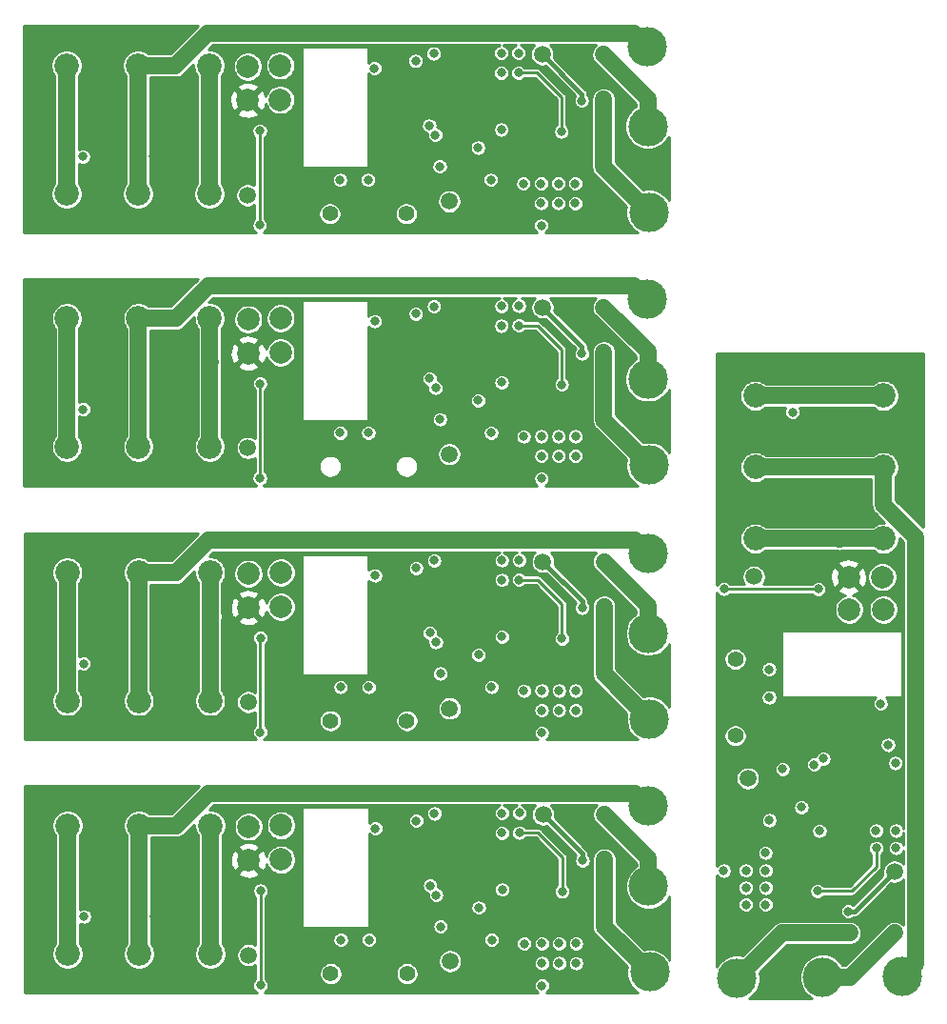
<source format=gbr>
G04 #@! TF.GenerationSoftware,KiCad,Pcbnew,(5.1.4)-1*
G04 #@! TF.CreationDate,2020-04-09T11:04:36+02:00*
G04 #@! TF.ProjectId,output.test_prod_sky,6f757470-7574-42e7-9465-73745f70726f,rev?*
G04 #@! TF.SameCoordinates,Original*
G04 #@! TF.FileFunction,Copper,L3,Inr*
G04 #@! TF.FilePolarity,Positive*
%FSLAX46Y46*%
G04 Gerber Fmt 4.6, Leading zero omitted, Abs format (unit mm)*
G04 Created by KiCad (PCBNEW (5.1.4)-1) date 2020-04-09 11:04:36*
%MOMM*%
%LPD*%
G04 APERTURE LIST*
%ADD10C,2.175000*%
%ADD11C,2.000000*%
%ADD12C,1.400000*%
%ADD13C,3.500000*%
%ADD14C,0.800000*%
%ADD15C,1.500000*%
%ADD16C,0.400000*%
%ADD17C,1.500000*%
%ADD18C,0.250000*%
%ADD19C,0.254000*%
G04 APERTURE END LIST*
D10*
X185030000Y-91700000D03*
X185030000Y-85350000D03*
X185030000Y-79000000D03*
X196430000Y-91700000D03*
X196430000Y-85350000D03*
X196430000Y-79000000D03*
D11*
X196332000Y-95118000D03*
X193332000Y-95118000D03*
D12*
X183260000Y-109210000D03*
X183260000Y-102410000D03*
D11*
X193390000Y-98000000D03*
X196440000Y-98000000D03*
D13*
X183400000Y-130780000D03*
X191030000Y-130690000D03*
X198130000Y-130650000D03*
D10*
X136500000Y-83520000D03*
X130150000Y-83520000D03*
X123800000Y-83520000D03*
X136500000Y-72120000D03*
X130150000Y-72120000D03*
X123800000Y-72120000D03*
D11*
X139918000Y-72218000D03*
X139918000Y-75218000D03*
D13*
X175465000Y-55045000D03*
D11*
X142800000Y-75160000D03*
X142800000Y-72110000D03*
D13*
X175555000Y-62675000D03*
X175580000Y-85150000D03*
X175490000Y-77520000D03*
X175450000Y-70420000D03*
D11*
X142775000Y-52685000D03*
D13*
X175425000Y-47945000D03*
D11*
X142775000Y-49635000D03*
D10*
X123775000Y-49645000D03*
X130125000Y-49645000D03*
X136475000Y-49645000D03*
X123775000Y-61045000D03*
X130125000Y-61045000D03*
X136475000Y-61045000D03*
D12*
X147185000Y-62815000D03*
X153985000Y-62815000D03*
D11*
X139893000Y-52743000D03*
X139893000Y-49743000D03*
D10*
X136525000Y-106120000D03*
X130175000Y-106120000D03*
X123825000Y-106120000D03*
X136525000Y-94720000D03*
X130175000Y-94720000D03*
X123825000Y-94720000D03*
D11*
X139943000Y-94818000D03*
X139943000Y-97818000D03*
D12*
X154035000Y-107890000D03*
X147235000Y-107890000D03*
D11*
X142825000Y-97760000D03*
X142825000Y-94710000D03*
D13*
X175605000Y-107750000D03*
X175515000Y-100120000D03*
X175475000Y-93020000D03*
D11*
X139968000Y-120293000D03*
X139968000Y-117293000D03*
D10*
X123850000Y-117195000D03*
X130200000Y-117195000D03*
X136550000Y-117195000D03*
X123850000Y-128595000D03*
X130200000Y-128595000D03*
X136550000Y-128595000D03*
D11*
X142850000Y-117185000D03*
X142850000Y-120235000D03*
D13*
X175540000Y-122595000D03*
X175500000Y-115495000D03*
X175630000Y-130225000D03*
D12*
X147260000Y-130365000D03*
X154060000Y-130365000D03*
D14*
X152345000Y-130355000D03*
X152305000Y-119885000D03*
X131575000Y-125245000D03*
X152320000Y-107880000D03*
X152280000Y-97410000D03*
X131550000Y-102770000D03*
X152295000Y-85280000D03*
X152255000Y-74810000D03*
X131525000Y-80170000D03*
X152270000Y-62805000D03*
X131500000Y-57695000D03*
X152230000Y-52335000D03*
X183270000Y-107495000D03*
X193740000Y-107455000D03*
X188380000Y-86725000D03*
X169660000Y-120315000D03*
D15*
X166155000Y-116215000D03*
X136580000Y-121085000D03*
D14*
X169635000Y-97840000D03*
D15*
X136555000Y-98610000D03*
X166130000Y-93740000D03*
D14*
X169610000Y-75240000D03*
D15*
X136530000Y-76010000D03*
X166105000Y-71140000D03*
X166080000Y-48665000D03*
D14*
X169585000Y-52765000D03*
D15*
X136505000Y-53535000D03*
D14*
X193310000Y-124810000D03*
D15*
X192540000Y-91730000D03*
X197410000Y-121305000D03*
D14*
X162520000Y-122890000D03*
X162500000Y-117850000D03*
X167580000Y-129430000D03*
X169080000Y-129435000D03*
X148160000Y-127364999D03*
X148135000Y-104889999D03*
X162475000Y-95375000D03*
X167555000Y-106955000D03*
X169055000Y-106960000D03*
X162495000Y-100415000D03*
X148110000Y-82289999D03*
X162450000Y-72775000D03*
X167530000Y-84355000D03*
X169030000Y-84360000D03*
X162470000Y-77815000D03*
X162425000Y-50300000D03*
X148085000Y-59814999D03*
X162445000Y-55340000D03*
X167505000Y-61880000D03*
X169005000Y-61885000D03*
X186260001Y-103310000D03*
X195775000Y-117650000D03*
X184195000Y-122730000D03*
X184190000Y-124230000D03*
X190735000Y-117670000D03*
X166050000Y-129430000D03*
X141014999Y-131390001D03*
X141027000Y-122993000D03*
X140989999Y-108915001D03*
X166025000Y-106955000D03*
X141002000Y-100518000D03*
X140964999Y-86315001D03*
X166000000Y-84355000D03*
X140977000Y-77918000D03*
X140939999Y-63840001D03*
X165975000Y-61880000D03*
X140952000Y-55443000D03*
X182234999Y-96164999D03*
X184195000Y-121200000D03*
X190632000Y-96177000D03*
X167860000Y-123065000D03*
X164040000Y-117835000D03*
X167835000Y-100590000D03*
X164015000Y-95360000D03*
X167810000Y-77990000D03*
X163990000Y-72760000D03*
X167785000Y-55515000D03*
X163965000Y-50285000D03*
X190560000Y-123010000D03*
X195790000Y-119190000D03*
X151229412Y-117447037D03*
X151204412Y-94972037D03*
X151179412Y-72372037D03*
X151154412Y-49897037D03*
X196177963Y-106379412D03*
X164040000Y-116085000D03*
X154880000Y-116785000D03*
X154855000Y-94310000D03*
X164015000Y-93610000D03*
X154830000Y-71710000D03*
X163990000Y-71010000D03*
X154805000Y-49235000D03*
X163965000Y-48535000D03*
X196840000Y-110030000D03*
X197540000Y-119190000D03*
X169080000Y-127685000D03*
X160430000Y-124495000D03*
X125300000Y-125285000D03*
X125275000Y-102810000D03*
X169055000Y-105210000D03*
X160405000Y-102020000D03*
X125250000Y-80210000D03*
X169030000Y-82610000D03*
X160380000Y-79420000D03*
X125225000Y-57735000D03*
X160355000Y-56945000D03*
X169005000Y-60135000D03*
X188340000Y-80450000D03*
X185940000Y-124230000D03*
X189130000Y-115580000D03*
X166050000Y-127680000D03*
X166060000Y-131425000D03*
X156641141Y-123375381D03*
X166035000Y-108950000D03*
X166025000Y-105205000D03*
X156616141Y-100900381D03*
X166010000Y-86350000D03*
X166000000Y-82605000D03*
X156591141Y-78300381D03*
X165985000Y-63875000D03*
X165975000Y-60130000D03*
X156566141Y-55825381D03*
X182200000Y-121210000D03*
X185945000Y-121200000D03*
X190249619Y-111791141D03*
X164470000Y-127695000D03*
X157030000Y-126165000D03*
X164445000Y-105220000D03*
X157005000Y-103690000D03*
X164420000Y-82620000D03*
X156980000Y-81090000D03*
X156955000Y-58615000D03*
X164395000Y-60145000D03*
X185930000Y-119620000D03*
X187460000Y-112180000D03*
X150660000Y-127364999D03*
X161580000Y-127360000D03*
X150635000Y-104889999D03*
X161555000Y-104885000D03*
X150610000Y-82289999D03*
X161530000Y-82285000D03*
X161505000Y-59810000D03*
X150585000Y-59814999D03*
X186260001Y-105810000D03*
X186265000Y-116730000D03*
X162500000Y-116100000D03*
X156490000Y-116125000D03*
X162475000Y-93625000D03*
X156465000Y-93650000D03*
X162450000Y-71025000D03*
X156440000Y-71050000D03*
X162425000Y-48550000D03*
X156415000Y-48575000D03*
X197525000Y-117650000D03*
X197500000Y-111640000D03*
X167580000Y-127680000D03*
X156100014Y-122534438D03*
X167555000Y-105205000D03*
X156075014Y-100059438D03*
X167530000Y-82605000D03*
X156050014Y-77459438D03*
X156025014Y-54984438D03*
X167505000Y-60130000D03*
X185945000Y-122730000D03*
X191090562Y-111250014D03*
D15*
X157870000Y-129265000D03*
X139939999Y-128714999D03*
X139914999Y-106239999D03*
X157845000Y-106790000D03*
X139889999Y-83639999D03*
X157820000Y-84190000D03*
X157795000Y-61715000D03*
X139864999Y-61164999D03*
X184910001Y-95089999D03*
X184360000Y-113020000D03*
X171605000Y-116215000D03*
X171580000Y-93740000D03*
X171555000Y-71140000D03*
X171530000Y-48665000D03*
X197410000Y-126755000D03*
X171605000Y-120215000D03*
X171580000Y-97740000D03*
X171555000Y-75140000D03*
X171530000Y-52665000D03*
X193410000Y-126755000D03*
D16*
X169660000Y-120315000D02*
X169660000Y-119720000D01*
X169660000Y-119720000D02*
X166155000Y-116215000D01*
D17*
X136550000Y-117195000D02*
X136550000Y-121055000D01*
X136550000Y-121055000D02*
X136580000Y-121085000D01*
X136550000Y-121115000D02*
X136580000Y-121085000D01*
X136550000Y-128595000D02*
X136550000Y-121115000D01*
X136525000Y-98640000D02*
X136555000Y-98610000D01*
X136525000Y-106120000D02*
X136525000Y-98640000D01*
D16*
X169635000Y-97840000D02*
X169635000Y-97245000D01*
X169635000Y-97245000D02*
X166130000Y-93740000D01*
D17*
X136525000Y-94720000D02*
X136525000Y-98580000D01*
X136525000Y-98580000D02*
X136555000Y-98610000D01*
X136500000Y-76040000D02*
X136530000Y-76010000D01*
X136500000Y-83520000D02*
X136500000Y-76040000D01*
D16*
X169610000Y-75240000D02*
X169610000Y-74645000D01*
X169610000Y-74645000D02*
X166105000Y-71140000D01*
D17*
X136500000Y-72120000D02*
X136500000Y-75980000D01*
X136500000Y-75980000D02*
X136530000Y-76010000D01*
X136475000Y-53565000D02*
X136505000Y-53535000D01*
X136475000Y-61045000D02*
X136475000Y-53565000D01*
D16*
X169585000Y-52765000D02*
X169585000Y-52170000D01*
X169585000Y-52170000D02*
X166080000Y-48665000D01*
D17*
X136475000Y-49645000D02*
X136475000Y-53505000D01*
X136475000Y-53505000D02*
X136505000Y-53535000D01*
X192510000Y-91700000D02*
X192540000Y-91730000D01*
X185030000Y-91700000D02*
X192510000Y-91700000D01*
D16*
X193310000Y-124810000D02*
X193905000Y-124810000D01*
X193905000Y-124810000D02*
X197410000Y-121305000D01*
D17*
X196430000Y-91700000D02*
X192570000Y-91700000D01*
X192570000Y-91700000D02*
X192540000Y-91730000D01*
D18*
X141014999Y-131390001D02*
X141014999Y-123005001D01*
X141014999Y-123005001D02*
X141027000Y-122993000D01*
X140989999Y-108915001D02*
X140989999Y-100530001D01*
X140989999Y-100530001D02*
X141002000Y-100518000D01*
X140964999Y-86315001D02*
X140964999Y-77930001D01*
X140964999Y-77930001D02*
X140977000Y-77918000D01*
X140939999Y-63840001D02*
X140939999Y-55455001D01*
X140939999Y-55455001D02*
X140952000Y-55443000D01*
X182234999Y-96164999D02*
X190619999Y-96164999D01*
X190619999Y-96164999D02*
X190632000Y-96177000D01*
X167860000Y-123065000D02*
X167860000Y-120005000D01*
X167860000Y-120005000D02*
X165690000Y-117835000D01*
X165690000Y-117835000D02*
X164040000Y-117835000D01*
X165665000Y-95360000D02*
X164015000Y-95360000D01*
X167835000Y-100590000D02*
X167835000Y-97530000D01*
X167835000Y-97530000D02*
X165665000Y-95360000D01*
X165640000Y-72760000D02*
X163990000Y-72760000D01*
X167810000Y-77990000D02*
X167810000Y-74930000D01*
X167810000Y-74930000D02*
X165640000Y-72760000D01*
X165615000Y-50285000D02*
X163965000Y-50285000D01*
X167785000Y-52455000D02*
X165615000Y-50285000D01*
X167785000Y-55515000D02*
X167785000Y-52455000D01*
X195790000Y-120840000D02*
X195790000Y-119190000D01*
X190560000Y-123010000D02*
X193620000Y-123010000D01*
X193620000Y-123010000D02*
X195790000Y-120840000D01*
D17*
X130200000Y-117195000D02*
X130200000Y-128595000D01*
X174321010Y-114316010D02*
X175500000Y-115495000D01*
X136413488Y-114316010D02*
X174321010Y-114316010D01*
X130200000Y-117195000D02*
X133534498Y-117195000D01*
X133534498Y-117195000D02*
X136413488Y-114316010D01*
X136388488Y-91841010D02*
X174296010Y-91841010D01*
X130175000Y-94720000D02*
X133509498Y-94720000D01*
X130175000Y-94720000D02*
X130175000Y-106120000D01*
X174296010Y-91841010D02*
X175475000Y-93020000D01*
X133509498Y-94720000D02*
X136388488Y-91841010D01*
X136363488Y-69241010D02*
X174271010Y-69241010D01*
X130150000Y-72120000D02*
X133484498Y-72120000D01*
X130150000Y-72120000D02*
X130150000Y-83520000D01*
X174271010Y-69241010D02*
X175450000Y-70420000D01*
X133484498Y-72120000D02*
X136363488Y-69241010D01*
X133459498Y-49645000D02*
X136338488Y-46766010D01*
X130125000Y-49645000D02*
X133459498Y-49645000D01*
X130125000Y-49645000D02*
X130125000Y-61045000D01*
X174246010Y-46766010D02*
X175425000Y-47945000D01*
X136338488Y-46766010D02*
X174246010Y-46766010D01*
X199308990Y-91563488D02*
X199308990Y-129471010D01*
X196430000Y-85350000D02*
X196430000Y-88684498D01*
X196430000Y-85350000D02*
X185030000Y-85350000D01*
X199308990Y-129471010D02*
X198130000Y-130650000D01*
X196430000Y-88684498D02*
X199308990Y-91563488D01*
X123850000Y-117195000D02*
X123850000Y-128595000D01*
X123825000Y-94720000D02*
X123825000Y-106120000D01*
X123775000Y-49645000D02*
X123775000Y-61045000D01*
X123800000Y-72120000D02*
X123800000Y-83520000D01*
X196430000Y-79000000D02*
X185030000Y-79000000D01*
X175540000Y-122595000D02*
X175540000Y-120150000D01*
X175540000Y-120150000D02*
X171605000Y-116215000D01*
X175515000Y-97675000D02*
X171580000Y-93740000D01*
X175515000Y-100120000D02*
X175515000Y-97675000D01*
X175465000Y-52600000D02*
X171530000Y-48665000D01*
X175465000Y-55045000D02*
X175465000Y-52600000D01*
X175490000Y-75075000D02*
X171555000Y-71140000D01*
X175490000Y-77520000D02*
X175490000Y-75075000D01*
X193475000Y-130690000D02*
X197410000Y-126755000D01*
X191030000Y-130690000D02*
X193475000Y-130690000D01*
X175630000Y-130225000D02*
X171605000Y-126200000D01*
X171605000Y-126200000D02*
X171605000Y-120215000D01*
X171580000Y-103725000D02*
X171580000Y-97740000D01*
X175605000Y-107750000D02*
X171580000Y-103725000D01*
X171530000Y-58650000D02*
X171530000Y-52665000D01*
X175555000Y-62675000D02*
X171530000Y-58650000D01*
X171555000Y-81125000D02*
X171555000Y-75140000D01*
X175580000Y-85150000D02*
X171555000Y-81125000D01*
X187425000Y-126755000D02*
X193410000Y-126755000D01*
X183400000Y-130780000D02*
X187425000Y-126755000D01*
D19*
G36*
X133088391Y-116118000D02*
G01*
X131123405Y-116118000D01*
X131101691Y-116096286D01*
X130870017Y-115941487D01*
X130612594Y-115834859D01*
X130339316Y-115780500D01*
X130060684Y-115780500D01*
X129787406Y-115834859D01*
X129529983Y-115941487D01*
X129298309Y-116096286D01*
X129101286Y-116293309D01*
X128946487Y-116524983D01*
X128839859Y-116782406D01*
X128785500Y-117055684D01*
X128785500Y-117334316D01*
X128839859Y-117607594D01*
X128946487Y-117865017D01*
X129101286Y-118096691D01*
X129123000Y-118118405D01*
X129123001Y-127671594D01*
X129101286Y-127693309D01*
X128946487Y-127924983D01*
X128839859Y-128182406D01*
X128785500Y-128455684D01*
X128785500Y-128734316D01*
X128839859Y-129007594D01*
X128946487Y-129265017D01*
X129101286Y-129496691D01*
X129298309Y-129693714D01*
X129529983Y-129848513D01*
X129787406Y-129955141D01*
X130060684Y-130009500D01*
X130339316Y-130009500D01*
X130612594Y-129955141D01*
X130870017Y-129848513D01*
X131101691Y-129693714D01*
X131298714Y-129496691D01*
X131453513Y-129265017D01*
X131560141Y-129007594D01*
X131614500Y-128734316D01*
X131614500Y-128455684D01*
X131560141Y-128182406D01*
X131453513Y-127924983D01*
X131298714Y-127693309D01*
X131277000Y-127671595D01*
X131277000Y-118272000D01*
X133481591Y-118272000D01*
X133534498Y-118277211D01*
X133587405Y-118272000D01*
X133587407Y-118272000D01*
X133745627Y-118256417D01*
X133948642Y-118194833D01*
X134135742Y-118094826D01*
X134299737Y-117960239D01*
X134333471Y-117919134D01*
X135135500Y-117117105D01*
X135135500Y-117334316D01*
X135189859Y-117607594D01*
X135296487Y-117865017D01*
X135451286Y-118096691D01*
X135473000Y-118118405D01*
X135473001Y-121002083D01*
X135467789Y-121055000D01*
X135470744Y-121084999D01*
X135467789Y-121115000D01*
X135473001Y-121167917D01*
X135473000Y-127671595D01*
X135451286Y-127693309D01*
X135296487Y-127924983D01*
X135189859Y-128182406D01*
X135135500Y-128455684D01*
X135135500Y-128734316D01*
X135189859Y-129007594D01*
X135296487Y-129265017D01*
X135451286Y-129496691D01*
X135648309Y-129693714D01*
X135879983Y-129848513D01*
X136137406Y-129955141D01*
X136410684Y-130009500D01*
X136689316Y-130009500D01*
X136962594Y-129955141D01*
X137220017Y-129848513D01*
X137451691Y-129693714D01*
X137648714Y-129496691D01*
X137803513Y-129265017D01*
X137910141Y-129007594D01*
X137964500Y-128734316D01*
X137964500Y-128455684D01*
X137910141Y-128182406D01*
X137803513Y-127924983D01*
X137648714Y-127693309D01*
X137627000Y-127671595D01*
X137627000Y-121428413D01*
X139012192Y-121428413D01*
X139107956Y-121692814D01*
X139397571Y-121833704D01*
X139709108Y-121915384D01*
X140030595Y-121934718D01*
X140349675Y-121890961D01*
X140654088Y-121785795D01*
X140828044Y-121692814D01*
X140923808Y-121428413D01*
X139968000Y-120472605D01*
X139012192Y-121428413D01*
X137627000Y-121428413D01*
X137627000Y-121343652D01*
X137641416Y-121296129D01*
X137646627Y-121243223D01*
X137657000Y-121191075D01*
X137657000Y-121137907D01*
X137662211Y-121085001D01*
X137661809Y-121080913D01*
X137657000Y-121032093D01*
X137657000Y-120978925D01*
X137646627Y-120926777D01*
X137641416Y-120873871D01*
X137627000Y-120826348D01*
X137627000Y-120355595D01*
X138326282Y-120355595D01*
X138370039Y-120674675D01*
X138475205Y-120979088D01*
X138568186Y-121153044D01*
X138832587Y-121248808D01*
X139788395Y-120293000D01*
X140147605Y-120293000D01*
X141103413Y-121248808D01*
X141367814Y-121153044D01*
X141508704Y-120863429D01*
X141573128Y-120617708D01*
X141573996Y-120622072D01*
X141674028Y-120863570D01*
X141819252Y-121080913D01*
X142004087Y-121265748D01*
X142221430Y-121410972D01*
X142462928Y-121511004D01*
X142719302Y-121562000D01*
X142980698Y-121562000D01*
X143237072Y-121511004D01*
X143478570Y-121410972D01*
X143695913Y-121265748D01*
X143880748Y-121080913D01*
X144025972Y-120863570D01*
X144126004Y-120622072D01*
X144177000Y-120365698D01*
X144177000Y-120104302D01*
X144126004Y-119847928D01*
X144025972Y-119606430D01*
X143880748Y-119389087D01*
X143695913Y-119204252D01*
X143478570Y-119059028D01*
X143237072Y-118958996D01*
X142980698Y-118908000D01*
X142719302Y-118908000D01*
X142462928Y-118958996D01*
X142221430Y-119059028D01*
X142004087Y-119204252D01*
X141819252Y-119389087D01*
X141674028Y-119606430D01*
X141573996Y-119847928D01*
X141563057Y-119902920D01*
X141460795Y-119606912D01*
X141367814Y-119432956D01*
X141103413Y-119337192D01*
X140147605Y-120293000D01*
X139788395Y-120293000D01*
X138832587Y-119337192D01*
X138568186Y-119432956D01*
X138427296Y-119722571D01*
X138345616Y-120034108D01*
X138326282Y-120355595D01*
X137627000Y-120355595D01*
X137627000Y-119157587D01*
X139012192Y-119157587D01*
X139968000Y-120113395D01*
X140923808Y-119157587D01*
X140828044Y-118893186D01*
X140538429Y-118752296D01*
X140226892Y-118670616D01*
X139905405Y-118651282D01*
X139586325Y-118695039D01*
X139281912Y-118800205D01*
X139107956Y-118893186D01*
X139012192Y-119157587D01*
X137627000Y-119157587D01*
X137627000Y-118118405D01*
X137648714Y-118096691D01*
X137803513Y-117865017D01*
X137910141Y-117607594D01*
X137964500Y-117334316D01*
X137964500Y-117162302D01*
X138641000Y-117162302D01*
X138641000Y-117423698D01*
X138691996Y-117680072D01*
X138792028Y-117921570D01*
X138937252Y-118138913D01*
X139122087Y-118323748D01*
X139339430Y-118468972D01*
X139580928Y-118569004D01*
X139837302Y-118620000D01*
X140098698Y-118620000D01*
X140355072Y-118569004D01*
X140596570Y-118468972D01*
X140813913Y-118323748D01*
X140998748Y-118138913D01*
X141143972Y-117921570D01*
X141244004Y-117680072D01*
X141295000Y-117423698D01*
X141295000Y-117162302D01*
X141273518Y-117054302D01*
X141523000Y-117054302D01*
X141523000Y-117315698D01*
X141573996Y-117572072D01*
X141674028Y-117813570D01*
X141819252Y-118030913D01*
X142004087Y-118215748D01*
X142221430Y-118360972D01*
X142462928Y-118461004D01*
X142719302Y-118512000D01*
X142980698Y-118512000D01*
X143237072Y-118461004D01*
X143478570Y-118360972D01*
X143695913Y-118215748D01*
X143880748Y-118030913D01*
X144025972Y-117813570D01*
X144126004Y-117572072D01*
X144177000Y-117315698D01*
X144177000Y-117054302D01*
X144126004Y-116797928D01*
X144025972Y-116556430D01*
X143880748Y-116339087D01*
X143695913Y-116154252D01*
X143478570Y-116009028D01*
X143237072Y-115908996D01*
X142980698Y-115858000D01*
X142719302Y-115858000D01*
X142462928Y-115908996D01*
X142221430Y-116009028D01*
X142004087Y-116154252D01*
X141819252Y-116339087D01*
X141674028Y-116556430D01*
X141573996Y-116797928D01*
X141523000Y-117054302D01*
X141273518Y-117054302D01*
X141244004Y-116905928D01*
X141143972Y-116664430D01*
X140998748Y-116447087D01*
X140813913Y-116262252D01*
X140596570Y-116117028D01*
X140355072Y-116016996D01*
X140098698Y-115966000D01*
X139837302Y-115966000D01*
X139580928Y-116016996D01*
X139339430Y-116117028D01*
X139122087Y-116262252D01*
X138937252Y-116447087D01*
X138792028Y-116664430D01*
X138691996Y-116905928D01*
X138641000Y-117162302D01*
X137964500Y-117162302D01*
X137964500Y-117055684D01*
X137910141Y-116782406D01*
X137803513Y-116524983D01*
X137648714Y-116293309D01*
X137451691Y-116096286D01*
X137220017Y-115941487D01*
X136962594Y-115834859D01*
X136689316Y-115780500D01*
X136472106Y-115780500D01*
X136577606Y-115675000D01*
X144723000Y-115675000D01*
X144723000Y-126175000D01*
X144725440Y-126199776D01*
X144732667Y-126223601D01*
X144744403Y-126245557D01*
X144760197Y-126264803D01*
X144779443Y-126280597D01*
X144801399Y-126292333D01*
X144825224Y-126299560D01*
X144850000Y-126302000D01*
X150550000Y-126302000D01*
X150574776Y-126299560D01*
X150598601Y-126292333D01*
X150620557Y-126280597D01*
X150639803Y-126264803D01*
X150655597Y-126245557D01*
X150667333Y-126223601D01*
X150674560Y-126199776D01*
X150677000Y-126175000D01*
X150677000Y-126093397D01*
X156303000Y-126093397D01*
X156303000Y-126236603D01*
X156330938Y-126377058D01*
X156385741Y-126509364D01*
X156465302Y-126628436D01*
X156566564Y-126729698D01*
X156685636Y-126809259D01*
X156817942Y-126864062D01*
X156958397Y-126892000D01*
X157101603Y-126892000D01*
X157242058Y-126864062D01*
X157374364Y-126809259D01*
X157493436Y-126729698D01*
X157594698Y-126628436D01*
X157674259Y-126509364D01*
X157729062Y-126377058D01*
X157757000Y-126236603D01*
X157757000Y-126093397D01*
X157729062Y-125952942D01*
X157674259Y-125820636D01*
X157594698Y-125701564D01*
X157493436Y-125600302D01*
X157374364Y-125520741D01*
X157242058Y-125465938D01*
X157101603Y-125438000D01*
X156958397Y-125438000D01*
X156817942Y-125465938D01*
X156685636Y-125520741D01*
X156566564Y-125600302D01*
X156465302Y-125701564D01*
X156385741Y-125820636D01*
X156330938Y-125952942D01*
X156303000Y-126093397D01*
X150677000Y-126093397D01*
X150677000Y-124423397D01*
X159703000Y-124423397D01*
X159703000Y-124566603D01*
X159730938Y-124707058D01*
X159785741Y-124839364D01*
X159865302Y-124958436D01*
X159966564Y-125059698D01*
X160085636Y-125139259D01*
X160217942Y-125194062D01*
X160358397Y-125222000D01*
X160501603Y-125222000D01*
X160642058Y-125194062D01*
X160774364Y-125139259D01*
X160893436Y-125059698D01*
X160994698Y-124958436D01*
X161074259Y-124839364D01*
X161129062Y-124707058D01*
X161157000Y-124566603D01*
X161157000Y-124423397D01*
X161129062Y-124282942D01*
X161074259Y-124150636D01*
X160994698Y-124031564D01*
X160893436Y-123930302D01*
X160774364Y-123850741D01*
X160642058Y-123795938D01*
X160501603Y-123768000D01*
X160358397Y-123768000D01*
X160217942Y-123795938D01*
X160085636Y-123850741D01*
X159966564Y-123930302D01*
X159865302Y-124031564D01*
X159785741Y-124150636D01*
X159730938Y-124282942D01*
X159703000Y-124423397D01*
X150677000Y-124423397D01*
X150677000Y-122462835D01*
X155373014Y-122462835D01*
X155373014Y-122606041D01*
X155400952Y-122746496D01*
X155455755Y-122878802D01*
X155535316Y-122997874D01*
X155636578Y-123099136D01*
X155755650Y-123178697D01*
X155887956Y-123233500D01*
X155926591Y-123241185D01*
X155914141Y-123303778D01*
X155914141Y-123446984D01*
X155942079Y-123587439D01*
X155996882Y-123719745D01*
X156076443Y-123838817D01*
X156177705Y-123940079D01*
X156296777Y-124019640D01*
X156429083Y-124074443D01*
X156569538Y-124102381D01*
X156712744Y-124102381D01*
X156853199Y-124074443D01*
X156985505Y-124019640D01*
X157104577Y-123940079D01*
X157205839Y-123838817D01*
X157285400Y-123719745D01*
X157340203Y-123587439D01*
X157368141Y-123446984D01*
X157368141Y-123303778D01*
X157340203Y-123163323D01*
X157285400Y-123031017D01*
X157205839Y-122911945D01*
X157112291Y-122818397D01*
X161793000Y-122818397D01*
X161793000Y-122961603D01*
X161820938Y-123102058D01*
X161875741Y-123234364D01*
X161955302Y-123353436D01*
X162056564Y-123454698D01*
X162175636Y-123534259D01*
X162307942Y-123589062D01*
X162448397Y-123617000D01*
X162591603Y-123617000D01*
X162732058Y-123589062D01*
X162864364Y-123534259D01*
X162983436Y-123454698D01*
X163084698Y-123353436D01*
X163164259Y-123234364D01*
X163219062Y-123102058D01*
X163247000Y-122961603D01*
X163247000Y-122818397D01*
X163219062Y-122677942D01*
X163164259Y-122545636D01*
X163084698Y-122426564D01*
X162983436Y-122325302D01*
X162864364Y-122245741D01*
X162732058Y-122190938D01*
X162591603Y-122163000D01*
X162448397Y-122163000D01*
X162307942Y-122190938D01*
X162175636Y-122245741D01*
X162056564Y-122325302D01*
X161955302Y-122426564D01*
X161875741Y-122545636D01*
X161820938Y-122677942D01*
X161793000Y-122818397D01*
X157112291Y-122818397D01*
X157104577Y-122810683D01*
X156985505Y-122731122D01*
X156853199Y-122676319D01*
X156814564Y-122668634D01*
X156827014Y-122606041D01*
X156827014Y-122462835D01*
X156799076Y-122322380D01*
X156744273Y-122190074D01*
X156664712Y-122071002D01*
X156563450Y-121969740D01*
X156444378Y-121890179D01*
X156312072Y-121835376D01*
X156171617Y-121807438D01*
X156028411Y-121807438D01*
X155887956Y-121835376D01*
X155755650Y-121890179D01*
X155636578Y-121969740D01*
X155535316Y-122071002D01*
X155455755Y-122190074D01*
X155400952Y-122322380D01*
X155373014Y-122462835D01*
X150677000Y-122462835D01*
X150677000Y-117922759D01*
X150765976Y-118011735D01*
X150885048Y-118091296D01*
X151017354Y-118146099D01*
X151157809Y-118174037D01*
X151301015Y-118174037D01*
X151441470Y-118146099D01*
X151573776Y-118091296D01*
X151692848Y-118011735D01*
X151794110Y-117910473D01*
X151873671Y-117791401D01*
X151879057Y-117778397D01*
X161773000Y-117778397D01*
X161773000Y-117921603D01*
X161800938Y-118062058D01*
X161855741Y-118194364D01*
X161935302Y-118313436D01*
X162036564Y-118414698D01*
X162155636Y-118494259D01*
X162287942Y-118549062D01*
X162428397Y-118577000D01*
X162571603Y-118577000D01*
X162712058Y-118549062D01*
X162844364Y-118494259D01*
X162963436Y-118414698D01*
X163064698Y-118313436D01*
X163144259Y-118194364D01*
X163199062Y-118062058D01*
X163227000Y-117921603D01*
X163227000Y-117778397D01*
X163224017Y-117763397D01*
X163313000Y-117763397D01*
X163313000Y-117906603D01*
X163340938Y-118047058D01*
X163395741Y-118179364D01*
X163475302Y-118298436D01*
X163576564Y-118399698D01*
X163695636Y-118479259D01*
X163827942Y-118534062D01*
X163968397Y-118562000D01*
X164111603Y-118562000D01*
X164252058Y-118534062D01*
X164384364Y-118479259D01*
X164503436Y-118399698D01*
X164604698Y-118298436D01*
X164612339Y-118287000D01*
X165502777Y-118287000D01*
X167408001Y-120192226D01*
X167408000Y-122492661D01*
X167396564Y-122500302D01*
X167295302Y-122601564D01*
X167215741Y-122720636D01*
X167160938Y-122852942D01*
X167133000Y-122993397D01*
X167133000Y-123136603D01*
X167160938Y-123277058D01*
X167215741Y-123409364D01*
X167295302Y-123528436D01*
X167396564Y-123629698D01*
X167515636Y-123709259D01*
X167647942Y-123764062D01*
X167788397Y-123792000D01*
X167931603Y-123792000D01*
X168072058Y-123764062D01*
X168204364Y-123709259D01*
X168323436Y-123629698D01*
X168424698Y-123528436D01*
X168504259Y-123409364D01*
X168559062Y-123277058D01*
X168587000Y-123136603D01*
X168587000Y-122993397D01*
X168559062Y-122852942D01*
X168504259Y-122720636D01*
X168424698Y-122601564D01*
X168323436Y-122500302D01*
X168312000Y-122492661D01*
X168312000Y-120027202D01*
X168314187Y-120004999D01*
X168310802Y-119970636D01*
X168305460Y-119916393D01*
X168279614Y-119831190D01*
X168237643Y-119752667D01*
X168181159Y-119683841D01*
X168163911Y-119669686D01*
X166025323Y-117531100D01*
X166011159Y-117513841D01*
X165942333Y-117457357D01*
X165863810Y-117415386D01*
X165778607Y-117389540D01*
X165712205Y-117383000D01*
X165690000Y-117380813D01*
X165667795Y-117383000D01*
X164612339Y-117383000D01*
X164604698Y-117371564D01*
X164503436Y-117270302D01*
X164384364Y-117190741D01*
X164252058Y-117135938D01*
X164111603Y-117108000D01*
X163968397Y-117108000D01*
X163827942Y-117135938D01*
X163695636Y-117190741D01*
X163576564Y-117270302D01*
X163475302Y-117371564D01*
X163395741Y-117490636D01*
X163340938Y-117622942D01*
X163313000Y-117763397D01*
X163224017Y-117763397D01*
X163199062Y-117637942D01*
X163144259Y-117505636D01*
X163064698Y-117386564D01*
X162963436Y-117285302D01*
X162844364Y-117205741D01*
X162712058Y-117150938D01*
X162571603Y-117123000D01*
X162428397Y-117123000D01*
X162287942Y-117150938D01*
X162155636Y-117205741D01*
X162036564Y-117285302D01*
X161935302Y-117386564D01*
X161855741Y-117505636D01*
X161800938Y-117637942D01*
X161773000Y-117778397D01*
X151879057Y-117778397D01*
X151928474Y-117659095D01*
X151956412Y-117518640D01*
X151956412Y-117375434D01*
X151928474Y-117234979D01*
X151873671Y-117102673D01*
X151794110Y-116983601D01*
X151692848Y-116882339D01*
X151573776Y-116802778D01*
X151441470Y-116747975D01*
X151301015Y-116720037D01*
X151157809Y-116720037D01*
X151017354Y-116747975D01*
X150885048Y-116802778D01*
X150765976Y-116882339D01*
X150677000Y-116971315D01*
X150677000Y-116713397D01*
X154153000Y-116713397D01*
X154153000Y-116856603D01*
X154180938Y-116997058D01*
X154235741Y-117129364D01*
X154315302Y-117248436D01*
X154416564Y-117349698D01*
X154535636Y-117429259D01*
X154667942Y-117484062D01*
X154808397Y-117512000D01*
X154951603Y-117512000D01*
X155092058Y-117484062D01*
X155224364Y-117429259D01*
X155343436Y-117349698D01*
X155444698Y-117248436D01*
X155524259Y-117129364D01*
X155579062Y-116997058D01*
X155607000Y-116856603D01*
X155607000Y-116713397D01*
X155579062Y-116572942D01*
X155524259Y-116440636D01*
X155444698Y-116321564D01*
X155343436Y-116220302D01*
X155224364Y-116140741D01*
X155092058Y-116085938D01*
X154951603Y-116058000D01*
X154808397Y-116058000D01*
X154667942Y-116085938D01*
X154535636Y-116140741D01*
X154416564Y-116220302D01*
X154315302Y-116321564D01*
X154235741Y-116440636D01*
X154180938Y-116572942D01*
X154153000Y-116713397D01*
X150677000Y-116713397D01*
X150677000Y-116053397D01*
X155763000Y-116053397D01*
X155763000Y-116196603D01*
X155790938Y-116337058D01*
X155845741Y-116469364D01*
X155925302Y-116588436D01*
X156026564Y-116689698D01*
X156145636Y-116769259D01*
X156277942Y-116824062D01*
X156418397Y-116852000D01*
X156561603Y-116852000D01*
X156702058Y-116824062D01*
X156834364Y-116769259D01*
X156953436Y-116689698D01*
X157054698Y-116588436D01*
X157134259Y-116469364D01*
X157189062Y-116337058D01*
X157217000Y-116196603D01*
X157217000Y-116053397D01*
X157189062Y-115912942D01*
X157134259Y-115780636D01*
X157054698Y-115661564D01*
X156953436Y-115560302D01*
X156834364Y-115480741D01*
X156702058Y-115425938D01*
X156561603Y-115398000D01*
X156418397Y-115398000D01*
X156277942Y-115425938D01*
X156145636Y-115480741D01*
X156026564Y-115560302D01*
X155925302Y-115661564D01*
X155845741Y-115780636D01*
X155790938Y-115912942D01*
X155763000Y-116053397D01*
X150677000Y-116053397D01*
X150677000Y-115675000D01*
X150674560Y-115650224D01*
X150667333Y-115626399D01*
X150655597Y-115604443D01*
X150639803Y-115585197D01*
X150620557Y-115569403D01*
X150598601Y-115557667D01*
X150574776Y-115550440D01*
X150550000Y-115548000D01*
X144850000Y-115548000D01*
X144825224Y-115550440D01*
X144801399Y-115557667D01*
X144779443Y-115569403D01*
X144760197Y-115585197D01*
X144744403Y-115604443D01*
X144732667Y-115626399D01*
X144725440Y-115650224D01*
X144723000Y-115675000D01*
X136577606Y-115675000D01*
X136859596Y-115393010D01*
X162327799Y-115393010D01*
X162287942Y-115400938D01*
X162155636Y-115455741D01*
X162036564Y-115535302D01*
X161935302Y-115636564D01*
X161855741Y-115755636D01*
X161800938Y-115887942D01*
X161773000Y-116028397D01*
X161773000Y-116171603D01*
X161800938Y-116312058D01*
X161855741Y-116444364D01*
X161935302Y-116563436D01*
X162036564Y-116664698D01*
X162155636Y-116744259D01*
X162287942Y-116799062D01*
X162428397Y-116827000D01*
X162571603Y-116827000D01*
X162712058Y-116799062D01*
X162844364Y-116744259D01*
X162963436Y-116664698D01*
X163064698Y-116563436D01*
X163144259Y-116444364D01*
X163199062Y-116312058D01*
X163227000Y-116171603D01*
X163227000Y-116028397D01*
X163199062Y-115887942D01*
X163144259Y-115755636D01*
X163064698Y-115636564D01*
X162963436Y-115535302D01*
X162844364Y-115455741D01*
X162712058Y-115400938D01*
X162672201Y-115393010D01*
X163810869Y-115393010D01*
X163695636Y-115440741D01*
X163576564Y-115520302D01*
X163475302Y-115621564D01*
X163395741Y-115740636D01*
X163340938Y-115872942D01*
X163313000Y-116013397D01*
X163313000Y-116156603D01*
X163340938Y-116297058D01*
X163395741Y-116429364D01*
X163475302Y-116548436D01*
X163576564Y-116649698D01*
X163695636Y-116729259D01*
X163827942Y-116784062D01*
X163968397Y-116812000D01*
X164111603Y-116812000D01*
X164252058Y-116784062D01*
X164384364Y-116729259D01*
X164503436Y-116649698D01*
X164604698Y-116548436D01*
X164684259Y-116429364D01*
X164739062Y-116297058D01*
X164767000Y-116156603D01*
X164767000Y-116013397D01*
X164739062Y-115872942D01*
X164684259Y-115740636D01*
X164604698Y-115621564D01*
X164503436Y-115520302D01*
X164384364Y-115440741D01*
X164269131Y-115393010D01*
X165453883Y-115393010D01*
X165318440Y-115528453D01*
X165200575Y-115704849D01*
X165119389Y-115900851D01*
X165078000Y-116108925D01*
X165078000Y-116321075D01*
X165119389Y-116529149D01*
X165200575Y-116725151D01*
X165318440Y-116901547D01*
X165468453Y-117051560D01*
X165644849Y-117169425D01*
X165840851Y-117250611D01*
X166048925Y-117292000D01*
X166261075Y-117292000D01*
X166449275Y-117254564D01*
X169075664Y-119880955D01*
X169015741Y-119970636D01*
X168960938Y-120102942D01*
X168933000Y-120243397D01*
X168933000Y-120386603D01*
X168960938Y-120527058D01*
X169015741Y-120659364D01*
X169095302Y-120778436D01*
X169196564Y-120879698D01*
X169315636Y-120959259D01*
X169447942Y-121014062D01*
X169588397Y-121042000D01*
X169731603Y-121042000D01*
X169872058Y-121014062D01*
X170004364Y-120959259D01*
X170123436Y-120879698D01*
X170224698Y-120778436D01*
X170304259Y-120659364D01*
X170359062Y-120527058D01*
X170387000Y-120386603D01*
X170387000Y-120243397D01*
X170359062Y-120102942D01*
X170304259Y-119970636D01*
X170224698Y-119851564D01*
X170187000Y-119813866D01*
X170187000Y-119745881D01*
X170189549Y-119720000D01*
X170179374Y-119616690D01*
X170149239Y-119517351D01*
X170149239Y-119517350D01*
X170100304Y-119425798D01*
X170034448Y-119345552D01*
X170014345Y-119329054D01*
X167194564Y-116509275D01*
X167232000Y-116321075D01*
X167232000Y-116108925D01*
X167190611Y-115900851D01*
X167109425Y-115704849D01*
X166991560Y-115528453D01*
X166856117Y-115393010D01*
X170903883Y-115393010D01*
X170880857Y-115416036D01*
X170839762Y-115449762D01*
X170806036Y-115490857D01*
X170768440Y-115528453D01*
X170738901Y-115572661D01*
X170705175Y-115613756D01*
X170680116Y-115660638D01*
X170650575Y-115704849D01*
X170630227Y-115753974D01*
X170605168Y-115800856D01*
X170589736Y-115851729D01*
X170569389Y-115900851D01*
X170559016Y-115952998D01*
X170543584Y-116003871D01*
X170538373Y-116056776D01*
X170528000Y-116108925D01*
X170528000Y-116162093D01*
X170522789Y-116215000D01*
X170528000Y-116267907D01*
X170528000Y-116321075D01*
X170538373Y-116373224D01*
X170543584Y-116426129D01*
X170559016Y-116477002D01*
X170569389Y-116529149D01*
X170589736Y-116578271D01*
X170605168Y-116629144D01*
X170630227Y-116676026D01*
X170650575Y-116725151D01*
X170680116Y-116769362D01*
X170705175Y-116816244D01*
X170738901Y-116857340D01*
X170768440Y-116901547D01*
X170806034Y-116939141D01*
X174463001Y-120596109D01*
X174463001Y-120816641D01*
X174215989Y-120981689D01*
X173926689Y-121270989D01*
X173699386Y-121611171D01*
X173542818Y-121989161D01*
X173463000Y-122390433D01*
X173463000Y-122799567D01*
X173542818Y-123200839D01*
X173699386Y-123578829D01*
X173926689Y-123919011D01*
X174215989Y-124208311D01*
X174556171Y-124435614D01*
X174934161Y-124592182D01*
X175335433Y-124672000D01*
X175744567Y-124672000D01*
X176145839Y-124592182D01*
X176523829Y-124435614D01*
X176864011Y-124208311D01*
X177153311Y-123919011D01*
X177380614Y-123578829D01*
X177398000Y-123536854D01*
X177398000Y-129132497D01*
X177243311Y-128900989D01*
X176954011Y-128611689D01*
X176613829Y-128384386D01*
X176235839Y-128227818D01*
X175834567Y-128148000D01*
X175425433Y-128148000D01*
X175134065Y-128205957D01*
X172682000Y-125753893D01*
X172682000Y-120108925D01*
X172671628Y-120056784D01*
X172666417Y-120003871D01*
X172650982Y-119952988D01*
X172640611Y-119900851D01*
X172620268Y-119851738D01*
X172604833Y-119800856D01*
X172579770Y-119753966D01*
X172559425Y-119704849D01*
X172529889Y-119660646D01*
X172504826Y-119613756D01*
X172471094Y-119572653D01*
X172441560Y-119528453D01*
X172403973Y-119490866D01*
X172370239Y-119449761D01*
X172329134Y-119416027D01*
X172291547Y-119378440D01*
X172247347Y-119348906D01*
X172206244Y-119315174D01*
X172159354Y-119290111D01*
X172115151Y-119260575D01*
X172066034Y-119240230D01*
X172019144Y-119215167D01*
X171968262Y-119199732D01*
X171919149Y-119179389D01*
X171867012Y-119169018D01*
X171816129Y-119153583D01*
X171763216Y-119148372D01*
X171711075Y-119138000D01*
X171657909Y-119138000D01*
X171605000Y-119132789D01*
X171552091Y-119138000D01*
X171498925Y-119138000D01*
X171446783Y-119148372D01*
X171393872Y-119153583D01*
X171342991Y-119169018D01*
X171290851Y-119179389D01*
X171241735Y-119199733D01*
X171190857Y-119215167D01*
X171143970Y-119240228D01*
X171094849Y-119260575D01*
X171050642Y-119290114D01*
X171003757Y-119315174D01*
X170962659Y-119348902D01*
X170918453Y-119378440D01*
X170880861Y-119416032D01*
X170839762Y-119449761D01*
X170806033Y-119490860D01*
X170768440Y-119528453D01*
X170738902Y-119572660D01*
X170705175Y-119613756D01*
X170680116Y-119660638D01*
X170650575Y-119704849D01*
X170630227Y-119753974D01*
X170605168Y-119800856D01*
X170589736Y-119851729D01*
X170569389Y-119900851D01*
X170559016Y-119952998D01*
X170543584Y-120003871D01*
X170538374Y-120056774D01*
X170528000Y-120108925D01*
X170528000Y-120321075D01*
X170528001Y-120321080D01*
X170528000Y-126147093D01*
X170522789Y-126200000D01*
X170528000Y-126252907D01*
X170528000Y-126252908D01*
X170543583Y-126411128D01*
X170605167Y-126614143D01*
X170705174Y-126801244D01*
X170839761Y-126965239D01*
X170880866Y-126998973D01*
X173610957Y-129729065D01*
X173553000Y-130020433D01*
X173553000Y-130429567D01*
X173632818Y-130830839D01*
X173789386Y-131208829D01*
X174016689Y-131549011D01*
X174305989Y-131838311D01*
X174606340Y-132039000D01*
X166449650Y-132039000D01*
X166523436Y-131989698D01*
X166624698Y-131888436D01*
X166704259Y-131769364D01*
X166759062Y-131637058D01*
X166787000Y-131496603D01*
X166787000Y-131353397D01*
X166759062Y-131212942D01*
X166704259Y-131080636D01*
X166624698Y-130961564D01*
X166523436Y-130860302D01*
X166404364Y-130780741D01*
X166272058Y-130725938D01*
X166131603Y-130698000D01*
X165988397Y-130698000D01*
X165847942Y-130725938D01*
X165715636Y-130780741D01*
X165596564Y-130860302D01*
X165495302Y-130961564D01*
X165415741Y-131080636D01*
X165360938Y-131212942D01*
X165333000Y-131353397D01*
X165333000Y-131496603D01*
X165360938Y-131637058D01*
X165415741Y-131769364D01*
X165495302Y-131888436D01*
X165596564Y-131989698D01*
X165670350Y-132039000D01*
X141347920Y-132039000D01*
X141359363Y-132034260D01*
X141478435Y-131954699D01*
X141579697Y-131853437D01*
X141659258Y-131734365D01*
X141714061Y-131602059D01*
X141741999Y-131461604D01*
X141741999Y-131318398D01*
X141714061Y-131177943D01*
X141659258Y-131045637D01*
X141579697Y-130926565D01*
X141478435Y-130825303D01*
X141466999Y-130817662D01*
X141466999Y-130263849D01*
X146233000Y-130263849D01*
X146233000Y-130466151D01*
X146272467Y-130664565D01*
X146349885Y-130851467D01*
X146462277Y-131019674D01*
X146605326Y-131162723D01*
X146773533Y-131275115D01*
X146960435Y-131352533D01*
X147158849Y-131392000D01*
X147361151Y-131392000D01*
X147559565Y-131352533D01*
X147746467Y-131275115D01*
X147914674Y-131162723D01*
X148057723Y-131019674D01*
X148170115Y-130851467D01*
X148247533Y-130664565D01*
X148287000Y-130466151D01*
X148287000Y-130263849D01*
X153033000Y-130263849D01*
X153033000Y-130466151D01*
X153072467Y-130664565D01*
X153149885Y-130851467D01*
X153262277Y-131019674D01*
X153405326Y-131162723D01*
X153573533Y-131275115D01*
X153760435Y-131352533D01*
X153958849Y-131392000D01*
X154161151Y-131392000D01*
X154359565Y-131352533D01*
X154546467Y-131275115D01*
X154714674Y-131162723D01*
X154857723Y-131019674D01*
X154970115Y-130851467D01*
X155047533Y-130664565D01*
X155087000Y-130466151D01*
X155087000Y-130263849D01*
X155047533Y-130065435D01*
X154970115Y-129878533D01*
X154857723Y-129710326D01*
X154714674Y-129567277D01*
X154546467Y-129454885D01*
X154359565Y-129377467D01*
X154161151Y-129338000D01*
X153958849Y-129338000D01*
X153760435Y-129377467D01*
X153573533Y-129454885D01*
X153405326Y-129567277D01*
X153262277Y-129710326D01*
X153149885Y-129878533D01*
X153072467Y-130065435D01*
X153033000Y-130263849D01*
X148287000Y-130263849D01*
X148247533Y-130065435D01*
X148170115Y-129878533D01*
X148057723Y-129710326D01*
X147914674Y-129567277D01*
X147746467Y-129454885D01*
X147559565Y-129377467D01*
X147361151Y-129338000D01*
X147158849Y-129338000D01*
X146960435Y-129377467D01*
X146773533Y-129454885D01*
X146605326Y-129567277D01*
X146462277Y-129710326D01*
X146349885Y-129878533D01*
X146272467Y-130065435D01*
X146233000Y-130263849D01*
X141466999Y-130263849D01*
X141466999Y-129158925D01*
X156793000Y-129158925D01*
X156793000Y-129371075D01*
X156834389Y-129579149D01*
X156915575Y-129775151D01*
X157033440Y-129951547D01*
X157183453Y-130101560D01*
X157359849Y-130219425D01*
X157555851Y-130300611D01*
X157763925Y-130342000D01*
X157976075Y-130342000D01*
X158184149Y-130300611D01*
X158380151Y-130219425D01*
X158556547Y-130101560D01*
X158706560Y-129951547D01*
X158824425Y-129775151D01*
X158905611Y-129579149D01*
X158947000Y-129371075D01*
X158947000Y-129358397D01*
X165323000Y-129358397D01*
X165323000Y-129501603D01*
X165350938Y-129642058D01*
X165405741Y-129774364D01*
X165485302Y-129893436D01*
X165586564Y-129994698D01*
X165705636Y-130074259D01*
X165837942Y-130129062D01*
X165978397Y-130157000D01*
X166121603Y-130157000D01*
X166262058Y-130129062D01*
X166394364Y-130074259D01*
X166513436Y-129994698D01*
X166614698Y-129893436D01*
X166694259Y-129774364D01*
X166749062Y-129642058D01*
X166777000Y-129501603D01*
X166777000Y-129358397D01*
X166853000Y-129358397D01*
X166853000Y-129501603D01*
X166880938Y-129642058D01*
X166935741Y-129774364D01*
X167015302Y-129893436D01*
X167116564Y-129994698D01*
X167235636Y-130074259D01*
X167367942Y-130129062D01*
X167508397Y-130157000D01*
X167651603Y-130157000D01*
X167792058Y-130129062D01*
X167924364Y-130074259D01*
X168043436Y-129994698D01*
X168144698Y-129893436D01*
X168224259Y-129774364D01*
X168279062Y-129642058D01*
X168307000Y-129501603D01*
X168307000Y-129363397D01*
X168353000Y-129363397D01*
X168353000Y-129506603D01*
X168380938Y-129647058D01*
X168435741Y-129779364D01*
X168515302Y-129898436D01*
X168616564Y-129999698D01*
X168735636Y-130079259D01*
X168867942Y-130134062D01*
X169008397Y-130162000D01*
X169151603Y-130162000D01*
X169292058Y-130134062D01*
X169424364Y-130079259D01*
X169543436Y-129999698D01*
X169644698Y-129898436D01*
X169724259Y-129779364D01*
X169779062Y-129647058D01*
X169807000Y-129506603D01*
X169807000Y-129363397D01*
X169779062Y-129222942D01*
X169724259Y-129090636D01*
X169644698Y-128971564D01*
X169543436Y-128870302D01*
X169424364Y-128790741D01*
X169292058Y-128735938D01*
X169151603Y-128708000D01*
X169008397Y-128708000D01*
X168867942Y-128735938D01*
X168735636Y-128790741D01*
X168616564Y-128870302D01*
X168515302Y-128971564D01*
X168435741Y-129090636D01*
X168380938Y-129222942D01*
X168353000Y-129363397D01*
X168307000Y-129363397D01*
X168307000Y-129358397D01*
X168279062Y-129217942D01*
X168224259Y-129085636D01*
X168144698Y-128966564D01*
X168043436Y-128865302D01*
X167924364Y-128785741D01*
X167792058Y-128730938D01*
X167651603Y-128703000D01*
X167508397Y-128703000D01*
X167367942Y-128730938D01*
X167235636Y-128785741D01*
X167116564Y-128865302D01*
X167015302Y-128966564D01*
X166935741Y-129085636D01*
X166880938Y-129217942D01*
X166853000Y-129358397D01*
X166777000Y-129358397D01*
X166749062Y-129217942D01*
X166694259Y-129085636D01*
X166614698Y-128966564D01*
X166513436Y-128865302D01*
X166394364Y-128785741D01*
X166262058Y-128730938D01*
X166121603Y-128703000D01*
X165978397Y-128703000D01*
X165837942Y-128730938D01*
X165705636Y-128785741D01*
X165586564Y-128865302D01*
X165485302Y-128966564D01*
X165405741Y-129085636D01*
X165350938Y-129217942D01*
X165323000Y-129358397D01*
X158947000Y-129358397D01*
X158947000Y-129158925D01*
X158905611Y-128950851D01*
X158824425Y-128754849D01*
X158706560Y-128578453D01*
X158556547Y-128428440D01*
X158380151Y-128310575D01*
X158184149Y-128229389D01*
X157976075Y-128188000D01*
X157763925Y-128188000D01*
X157555851Y-128229389D01*
X157359849Y-128310575D01*
X157183453Y-128428440D01*
X157033440Y-128578453D01*
X156915575Y-128754849D01*
X156834389Y-128950851D01*
X156793000Y-129158925D01*
X141466999Y-129158925D01*
X141466999Y-127293396D01*
X147433000Y-127293396D01*
X147433000Y-127436602D01*
X147460938Y-127577057D01*
X147515741Y-127709363D01*
X147595302Y-127828435D01*
X147696564Y-127929697D01*
X147815636Y-128009258D01*
X147947942Y-128064061D01*
X148088397Y-128091999D01*
X148231603Y-128091999D01*
X148372058Y-128064061D01*
X148504364Y-128009258D01*
X148623436Y-127929697D01*
X148724698Y-127828435D01*
X148804259Y-127709363D01*
X148859062Y-127577057D01*
X148887000Y-127436602D01*
X148887000Y-127293396D01*
X149933000Y-127293396D01*
X149933000Y-127436602D01*
X149960938Y-127577057D01*
X150015741Y-127709363D01*
X150095302Y-127828435D01*
X150196564Y-127929697D01*
X150315636Y-128009258D01*
X150447942Y-128064061D01*
X150588397Y-128091999D01*
X150731603Y-128091999D01*
X150872058Y-128064061D01*
X151004364Y-128009258D01*
X151123436Y-127929697D01*
X151224698Y-127828435D01*
X151304259Y-127709363D01*
X151359062Y-127577057D01*
X151387000Y-127436602D01*
X151387000Y-127293396D01*
X151386006Y-127288397D01*
X160853000Y-127288397D01*
X160853000Y-127431603D01*
X160880938Y-127572058D01*
X160935741Y-127704364D01*
X161015302Y-127823436D01*
X161116564Y-127924698D01*
X161235636Y-128004259D01*
X161367942Y-128059062D01*
X161508397Y-128087000D01*
X161651603Y-128087000D01*
X161792058Y-128059062D01*
X161924364Y-128004259D01*
X162043436Y-127924698D01*
X162144698Y-127823436D01*
X162224259Y-127704364D01*
X162257796Y-127623397D01*
X163743000Y-127623397D01*
X163743000Y-127766603D01*
X163770938Y-127907058D01*
X163825741Y-128039364D01*
X163905302Y-128158436D01*
X164006564Y-128259698D01*
X164125636Y-128339259D01*
X164257942Y-128394062D01*
X164398397Y-128422000D01*
X164541603Y-128422000D01*
X164682058Y-128394062D01*
X164814364Y-128339259D01*
X164933436Y-128259698D01*
X165034698Y-128158436D01*
X165114259Y-128039364D01*
X165169062Y-127907058D01*
X165197000Y-127766603D01*
X165197000Y-127623397D01*
X165194017Y-127608397D01*
X165323000Y-127608397D01*
X165323000Y-127751603D01*
X165350938Y-127892058D01*
X165405741Y-128024364D01*
X165485302Y-128143436D01*
X165586564Y-128244698D01*
X165705636Y-128324259D01*
X165837942Y-128379062D01*
X165978397Y-128407000D01*
X166121603Y-128407000D01*
X166262058Y-128379062D01*
X166394364Y-128324259D01*
X166513436Y-128244698D01*
X166614698Y-128143436D01*
X166694259Y-128024364D01*
X166749062Y-127892058D01*
X166777000Y-127751603D01*
X166777000Y-127608397D01*
X166853000Y-127608397D01*
X166853000Y-127751603D01*
X166880938Y-127892058D01*
X166935741Y-128024364D01*
X167015302Y-128143436D01*
X167116564Y-128244698D01*
X167235636Y-128324259D01*
X167367942Y-128379062D01*
X167508397Y-128407000D01*
X167651603Y-128407000D01*
X167792058Y-128379062D01*
X167924364Y-128324259D01*
X168043436Y-128244698D01*
X168144698Y-128143436D01*
X168224259Y-128024364D01*
X168279062Y-127892058D01*
X168307000Y-127751603D01*
X168307000Y-127613397D01*
X168353000Y-127613397D01*
X168353000Y-127756603D01*
X168380938Y-127897058D01*
X168435741Y-128029364D01*
X168515302Y-128148436D01*
X168616564Y-128249698D01*
X168735636Y-128329259D01*
X168867942Y-128384062D01*
X169008397Y-128412000D01*
X169151603Y-128412000D01*
X169292058Y-128384062D01*
X169424364Y-128329259D01*
X169543436Y-128249698D01*
X169644698Y-128148436D01*
X169724259Y-128029364D01*
X169779062Y-127897058D01*
X169807000Y-127756603D01*
X169807000Y-127613397D01*
X169779062Y-127472942D01*
X169724259Y-127340636D01*
X169644698Y-127221564D01*
X169543436Y-127120302D01*
X169424364Y-127040741D01*
X169292058Y-126985938D01*
X169151603Y-126958000D01*
X169008397Y-126958000D01*
X168867942Y-126985938D01*
X168735636Y-127040741D01*
X168616564Y-127120302D01*
X168515302Y-127221564D01*
X168435741Y-127340636D01*
X168380938Y-127472942D01*
X168353000Y-127613397D01*
X168307000Y-127613397D01*
X168307000Y-127608397D01*
X168279062Y-127467942D01*
X168224259Y-127335636D01*
X168144698Y-127216564D01*
X168043436Y-127115302D01*
X167924364Y-127035741D01*
X167792058Y-126980938D01*
X167651603Y-126953000D01*
X167508397Y-126953000D01*
X167367942Y-126980938D01*
X167235636Y-127035741D01*
X167116564Y-127115302D01*
X167015302Y-127216564D01*
X166935741Y-127335636D01*
X166880938Y-127467942D01*
X166853000Y-127608397D01*
X166777000Y-127608397D01*
X166749062Y-127467942D01*
X166694259Y-127335636D01*
X166614698Y-127216564D01*
X166513436Y-127115302D01*
X166394364Y-127035741D01*
X166262058Y-126980938D01*
X166121603Y-126953000D01*
X165978397Y-126953000D01*
X165837942Y-126980938D01*
X165705636Y-127035741D01*
X165586564Y-127115302D01*
X165485302Y-127216564D01*
X165405741Y-127335636D01*
X165350938Y-127467942D01*
X165323000Y-127608397D01*
X165194017Y-127608397D01*
X165169062Y-127482942D01*
X165114259Y-127350636D01*
X165034698Y-127231564D01*
X164933436Y-127130302D01*
X164814364Y-127050741D01*
X164682058Y-126995938D01*
X164541603Y-126968000D01*
X164398397Y-126968000D01*
X164257942Y-126995938D01*
X164125636Y-127050741D01*
X164006564Y-127130302D01*
X163905302Y-127231564D01*
X163825741Y-127350636D01*
X163770938Y-127482942D01*
X163743000Y-127623397D01*
X162257796Y-127623397D01*
X162279062Y-127572058D01*
X162307000Y-127431603D01*
X162307000Y-127288397D01*
X162279062Y-127147942D01*
X162224259Y-127015636D01*
X162144698Y-126896564D01*
X162043436Y-126795302D01*
X161924364Y-126715741D01*
X161792058Y-126660938D01*
X161651603Y-126633000D01*
X161508397Y-126633000D01*
X161367942Y-126660938D01*
X161235636Y-126715741D01*
X161116564Y-126795302D01*
X161015302Y-126896564D01*
X160935741Y-127015636D01*
X160880938Y-127147942D01*
X160853000Y-127288397D01*
X151386006Y-127288397D01*
X151359062Y-127152941D01*
X151304259Y-127020635D01*
X151224698Y-126901563D01*
X151123436Y-126800301D01*
X151004364Y-126720740D01*
X150872058Y-126665937D01*
X150731603Y-126637999D01*
X150588397Y-126637999D01*
X150447942Y-126665937D01*
X150315636Y-126720740D01*
X150196564Y-126800301D01*
X150095302Y-126901563D01*
X150015741Y-127020635D01*
X149960938Y-127152941D01*
X149933000Y-127293396D01*
X148887000Y-127293396D01*
X148859062Y-127152941D01*
X148804259Y-127020635D01*
X148724698Y-126901563D01*
X148623436Y-126800301D01*
X148504364Y-126720740D01*
X148372058Y-126665937D01*
X148231603Y-126637999D01*
X148088397Y-126637999D01*
X147947942Y-126665937D01*
X147815636Y-126720740D01*
X147696564Y-126800301D01*
X147595302Y-126901563D01*
X147515741Y-127020635D01*
X147460938Y-127152941D01*
X147433000Y-127293396D01*
X141466999Y-127293396D01*
X141466999Y-123573358D01*
X141490436Y-123557698D01*
X141591698Y-123456436D01*
X141671259Y-123337364D01*
X141726062Y-123205058D01*
X141754000Y-123064603D01*
X141754000Y-122921397D01*
X141726062Y-122780942D01*
X141671259Y-122648636D01*
X141591698Y-122529564D01*
X141490436Y-122428302D01*
X141371364Y-122348741D01*
X141239058Y-122293938D01*
X141098603Y-122266000D01*
X140955397Y-122266000D01*
X140814942Y-122293938D01*
X140682636Y-122348741D01*
X140563564Y-122428302D01*
X140462302Y-122529564D01*
X140382741Y-122648636D01*
X140327938Y-122780942D01*
X140300000Y-122921397D01*
X140300000Y-123064603D01*
X140327938Y-123205058D01*
X140382741Y-123337364D01*
X140462302Y-123456436D01*
X140563000Y-123557134D01*
X140562999Y-127835978D01*
X140450150Y-127760574D01*
X140254148Y-127679388D01*
X140046074Y-127637999D01*
X139833924Y-127637999D01*
X139625850Y-127679388D01*
X139429848Y-127760574D01*
X139253452Y-127878439D01*
X139103439Y-128028452D01*
X138985574Y-128204848D01*
X138904388Y-128400850D01*
X138862999Y-128608924D01*
X138862999Y-128821074D01*
X138904388Y-129029148D01*
X138985574Y-129225150D01*
X139103439Y-129401546D01*
X139253452Y-129551559D01*
X139429848Y-129669424D01*
X139625850Y-129750610D01*
X139833924Y-129791999D01*
X140046074Y-129791999D01*
X140254148Y-129750610D01*
X140450150Y-129669424D01*
X140562999Y-129594020D01*
X140562999Y-130817662D01*
X140551563Y-130825303D01*
X140450301Y-130926565D01*
X140370740Y-131045637D01*
X140315937Y-131177943D01*
X140287999Y-131318398D01*
X140287999Y-131461604D01*
X140315937Y-131602059D01*
X140370740Y-131734365D01*
X140450301Y-131853437D01*
X140551563Y-131954699D01*
X140670635Y-132034260D01*
X140682078Y-132039000D01*
X120052000Y-132039000D01*
X120052000Y-117055684D01*
X122435500Y-117055684D01*
X122435500Y-117334316D01*
X122489859Y-117607594D01*
X122596487Y-117865017D01*
X122751286Y-118096691D01*
X122773000Y-118118405D01*
X122773001Y-127671594D01*
X122751286Y-127693309D01*
X122596487Y-127924983D01*
X122489859Y-128182406D01*
X122435500Y-128455684D01*
X122435500Y-128734316D01*
X122489859Y-129007594D01*
X122596487Y-129265017D01*
X122751286Y-129496691D01*
X122948309Y-129693714D01*
X123179983Y-129848513D01*
X123437406Y-129955141D01*
X123710684Y-130009500D01*
X123989316Y-130009500D01*
X124262594Y-129955141D01*
X124520017Y-129848513D01*
X124751691Y-129693714D01*
X124948714Y-129496691D01*
X125103513Y-129265017D01*
X125210141Y-129007594D01*
X125264500Y-128734316D01*
X125264500Y-128455684D01*
X125210141Y-128182406D01*
X125103513Y-127924983D01*
X124948714Y-127693309D01*
X124927000Y-127671595D01*
X124927000Y-125910125D01*
X124955636Y-125929259D01*
X125087942Y-125984062D01*
X125228397Y-126012000D01*
X125371603Y-126012000D01*
X125512058Y-125984062D01*
X125644364Y-125929259D01*
X125763436Y-125849698D01*
X125864698Y-125748436D01*
X125944259Y-125629364D01*
X125999062Y-125497058D01*
X126027000Y-125356603D01*
X126027000Y-125213397D01*
X125999062Y-125072942D01*
X125944259Y-124940636D01*
X125864698Y-124821564D01*
X125763436Y-124720302D01*
X125644364Y-124640741D01*
X125512058Y-124585938D01*
X125371603Y-124558000D01*
X125228397Y-124558000D01*
X125087942Y-124585938D01*
X124955636Y-124640741D01*
X124927000Y-124659875D01*
X124927000Y-118118405D01*
X124948714Y-118096691D01*
X125103513Y-117865017D01*
X125210141Y-117607594D01*
X125264500Y-117334316D01*
X125264500Y-117055684D01*
X125210141Y-116782406D01*
X125103513Y-116524983D01*
X124948714Y-116293309D01*
X124751691Y-116096286D01*
X124520017Y-115941487D01*
X124262594Y-115834859D01*
X123989316Y-115780500D01*
X123710684Y-115780500D01*
X123437406Y-115834859D01*
X123179983Y-115941487D01*
X122948309Y-116096286D01*
X122751286Y-116293309D01*
X122596487Y-116524983D01*
X122489859Y-116782406D01*
X122435500Y-117055684D01*
X120052000Y-117055684D01*
X120052000Y-113693000D01*
X135513390Y-113693000D01*
X133088391Y-116118000D01*
X133088391Y-116118000D01*
G37*
X133088391Y-116118000D02*
X131123405Y-116118000D01*
X131101691Y-116096286D01*
X130870017Y-115941487D01*
X130612594Y-115834859D01*
X130339316Y-115780500D01*
X130060684Y-115780500D01*
X129787406Y-115834859D01*
X129529983Y-115941487D01*
X129298309Y-116096286D01*
X129101286Y-116293309D01*
X128946487Y-116524983D01*
X128839859Y-116782406D01*
X128785500Y-117055684D01*
X128785500Y-117334316D01*
X128839859Y-117607594D01*
X128946487Y-117865017D01*
X129101286Y-118096691D01*
X129123000Y-118118405D01*
X129123001Y-127671594D01*
X129101286Y-127693309D01*
X128946487Y-127924983D01*
X128839859Y-128182406D01*
X128785500Y-128455684D01*
X128785500Y-128734316D01*
X128839859Y-129007594D01*
X128946487Y-129265017D01*
X129101286Y-129496691D01*
X129298309Y-129693714D01*
X129529983Y-129848513D01*
X129787406Y-129955141D01*
X130060684Y-130009500D01*
X130339316Y-130009500D01*
X130612594Y-129955141D01*
X130870017Y-129848513D01*
X131101691Y-129693714D01*
X131298714Y-129496691D01*
X131453513Y-129265017D01*
X131560141Y-129007594D01*
X131614500Y-128734316D01*
X131614500Y-128455684D01*
X131560141Y-128182406D01*
X131453513Y-127924983D01*
X131298714Y-127693309D01*
X131277000Y-127671595D01*
X131277000Y-118272000D01*
X133481591Y-118272000D01*
X133534498Y-118277211D01*
X133587405Y-118272000D01*
X133587407Y-118272000D01*
X133745627Y-118256417D01*
X133948642Y-118194833D01*
X134135742Y-118094826D01*
X134299737Y-117960239D01*
X134333471Y-117919134D01*
X135135500Y-117117105D01*
X135135500Y-117334316D01*
X135189859Y-117607594D01*
X135296487Y-117865017D01*
X135451286Y-118096691D01*
X135473000Y-118118405D01*
X135473001Y-121002083D01*
X135467789Y-121055000D01*
X135470744Y-121084999D01*
X135467789Y-121115000D01*
X135473001Y-121167917D01*
X135473000Y-127671595D01*
X135451286Y-127693309D01*
X135296487Y-127924983D01*
X135189859Y-128182406D01*
X135135500Y-128455684D01*
X135135500Y-128734316D01*
X135189859Y-129007594D01*
X135296487Y-129265017D01*
X135451286Y-129496691D01*
X135648309Y-129693714D01*
X135879983Y-129848513D01*
X136137406Y-129955141D01*
X136410684Y-130009500D01*
X136689316Y-130009500D01*
X136962594Y-129955141D01*
X137220017Y-129848513D01*
X137451691Y-129693714D01*
X137648714Y-129496691D01*
X137803513Y-129265017D01*
X137910141Y-129007594D01*
X137964500Y-128734316D01*
X137964500Y-128455684D01*
X137910141Y-128182406D01*
X137803513Y-127924983D01*
X137648714Y-127693309D01*
X137627000Y-127671595D01*
X137627000Y-121428413D01*
X139012192Y-121428413D01*
X139107956Y-121692814D01*
X139397571Y-121833704D01*
X139709108Y-121915384D01*
X140030595Y-121934718D01*
X140349675Y-121890961D01*
X140654088Y-121785795D01*
X140828044Y-121692814D01*
X140923808Y-121428413D01*
X139968000Y-120472605D01*
X139012192Y-121428413D01*
X137627000Y-121428413D01*
X137627000Y-121343652D01*
X137641416Y-121296129D01*
X137646627Y-121243223D01*
X137657000Y-121191075D01*
X137657000Y-121137907D01*
X137662211Y-121085001D01*
X137661809Y-121080913D01*
X137657000Y-121032093D01*
X137657000Y-120978925D01*
X137646627Y-120926777D01*
X137641416Y-120873871D01*
X137627000Y-120826348D01*
X137627000Y-120355595D01*
X138326282Y-120355595D01*
X138370039Y-120674675D01*
X138475205Y-120979088D01*
X138568186Y-121153044D01*
X138832587Y-121248808D01*
X139788395Y-120293000D01*
X140147605Y-120293000D01*
X141103413Y-121248808D01*
X141367814Y-121153044D01*
X141508704Y-120863429D01*
X141573128Y-120617708D01*
X141573996Y-120622072D01*
X141674028Y-120863570D01*
X141819252Y-121080913D01*
X142004087Y-121265748D01*
X142221430Y-121410972D01*
X142462928Y-121511004D01*
X142719302Y-121562000D01*
X142980698Y-121562000D01*
X143237072Y-121511004D01*
X143478570Y-121410972D01*
X143695913Y-121265748D01*
X143880748Y-121080913D01*
X144025972Y-120863570D01*
X144126004Y-120622072D01*
X144177000Y-120365698D01*
X144177000Y-120104302D01*
X144126004Y-119847928D01*
X144025972Y-119606430D01*
X143880748Y-119389087D01*
X143695913Y-119204252D01*
X143478570Y-119059028D01*
X143237072Y-118958996D01*
X142980698Y-118908000D01*
X142719302Y-118908000D01*
X142462928Y-118958996D01*
X142221430Y-119059028D01*
X142004087Y-119204252D01*
X141819252Y-119389087D01*
X141674028Y-119606430D01*
X141573996Y-119847928D01*
X141563057Y-119902920D01*
X141460795Y-119606912D01*
X141367814Y-119432956D01*
X141103413Y-119337192D01*
X140147605Y-120293000D01*
X139788395Y-120293000D01*
X138832587Y-119337192D01*
X138568186Y-119432956D01*
X138427296Y-119722571D01*
X138345616Y-120034108D01*
X138326282Y-120355595D01*
X137627000Y-120355595D01*
X137627000Y-119157587D01*
X139012192Y-119157587D01*
X139968000Y-120113395D01*
X140923808Y-119157587D01*
X140828044Y-118893186D01*
X140538429Y-118752296D01*
X140226892Y-118670616D01*
X139905405Y-118651282D01*
X139586325Y-118695039D01*
X139281912Y-118800205D01*
X139107956Y-118893186D01*
X139012192Y-119157587D01*
X137627000Y-119157587D01*
X137627000Y-118118405D01*
X137648714Y-118096691D01*
X137803513Y-117865017D01*
X137910141Y-117607594D01*
X137964500Y-117334316D01*
X137964500Y-117162302D01*
X138641000Y-117162302D01*
X138641000Y-117423698D01*
X138691996Y-117680072D01*
X138792028Y-117921570D01*
X138937252Y-118138913D01*
X139122087Y-118323748D01*
X139339430Y-118468972D01*
X139580928Y-118569004D01*
X139837302Y-118620000D01*
X140098698Y-118620000D01*
X140355072Y-118569004D01*
X140596570Y-118468972D01*
X140813913Y-118323748D01*
X140998748Y-118138913D01*
X141143972Y-117921570D01*
X141244004Y-117680072D01*
X141295000Y-117423698D01*
X141295000Y-117162302D01*
X141273518Y-117054302D01*
X141523000Y-117054302D01*
X141523000Y-117315698D01*
X141573996Y-117572072D01*
X141674028Y-117813570D01*
X141819252Y-118030913D01*
X142004087Y-118215748D01*
X142221430Y-118360972D01*
X142462928Y-118461004D01*
X142719302Y-118512000D01*
X142980698Y-118512000D01*
X143237072Y-118461004D01*
X143478570Y-118360972D01*
X143695913Y-118215748D01*
X143880748Y-118030913D01*
X144025972Y-117813570D01*
X144126004Y-117572072D01*
X144177000Y-117315698D01*
X144177000Y-117054302D01*
X144126004Y-116797928D01*
X144025972Y-116556430D01*
X143880748Y-116339087D01*
X143695913Y-116154252D01*
X143478570Y-116009028D01*
X143237072Y-115908996D01*
X142980698Y-115858000D01*
X142719302Y-115858000D01*
X142462928Y-115908996D01*
X142221430Y-116009028D01*
X142004087Y-116154252D01*
X141819252Y-116339087D01*
X141674028Y-116556430D01*
X141573996Y-116797928D01*
X141523000Y-117054302D01*
X141273518Y-117054302D01*
X141244004Y-116905928D01*
X141143972Y-116664430D01*
X140998748Y-116447087D01*
X140813913Y-116262252D01*
X140596570Y-116117028D01*
X140355072Y-116016996D01*
X140098698Y-115966000D01*
X139837302Y-115966000D01*
X139580928Y-116016996D01*
X139339430Y-116117028D01*
X139122087Y-116262252D01*
X138937252Y-116447087D01*
X138792028Y-116664430D01*
X138691996Y-116905928D01*
X138641000Y-117162302D01*
X137964500Y-117162302D01*
X137964500Y-117055684D01*
X137910141Y-116782406D01*
X137803513Y-116524983D01*
X137648714Y-116293309D01*
X137451691Y-116096286D01*
X137220017Y-115941487D01*
X136962594Y-115834859D01*
X136689316Y-115780500D01*
X136472106Y-115780500D01*
X136577606Y-115675000D01*
X144723000Y-115675000D01*
X144723000Y-126175000D01*
X144725440Y-126199776D01*
X144732667Y-126223601D01*
X144744403Y-126245557D01*
X144760197Y-126264803D01*
X144779443Y-126280597D01*
X144801399Y-126292333D01*
X144825224Y-126299560D01*
X144850000Y-126302000D01*
X150550000Y-126302000D01*
X150574776Y-126299560D01*
X150598601Y-126292333D01*
X150620557Y-126280597D01*
X150639803Y-126264803D01*
X150655597Y-126245557D01*
X150667333Y-126223601D01*
X150674560Y-126199776D01*
X150677000Y-126175000D01*
X150677000Y-126093397D01*
X156303000Y-126093397D01*
X156303000Y-126236603D01*
X156330938Y-126377058D01*
X156385741Y-126509364D01*
X156465302Y-126628436D01*
X156566564Y-126729698D01*
X156685636Y-126809259D01*
X156817942Y-126864062D01*
X156958397Y-126892000D01*
X157101603Y-126892000D01*
X157242058Y-126864062D01*
X157374364Y-126809259D01*
X157493436Y-126729698D01*
X157594698Y-126628436D01*
X157674259Y-126509364D01*
X157729062Y-126377058D01*
X157757000Y-126236603D01*
X157757000Y-126093397D01*
X157729062Y-125952942D01*
X157674259Y-125820636D01*
X157594698Y-125701564D01*
X157493436Y-125600302D01*
X157374364Y-125520741D01*
X157242058Y-125465938D01*
X157101603Y-125438000D01*
X156958397Y-125438000D01*
X156817942Y-125465938D01*
X156685636Y-125520741D01*
X156566564Y-125600302D01*
X156465302Y-125701564D01*
X156385741Y-125820636D01*
X156330938Y-125952942D01*
X156303000Y-126093397D01*
X150677000Y-126093397D01*
X150677000Y-124423397D01*
X159703000Y-124423397D01*
X159703000Y-124566603D01*
X159730938Y-124707058D01*
X159785741Y-124839364D01*
X159865302Y-124958436D01*
X159966564Y-125059698D01*
X160085636Y-125139259D01*
X160217942Y-125194062D01*
X160358397Y-125222000D01*
X160501603Y-125222000D01*
X160642058Y-125194062D01*
X160774364Y-125139259D01*
X160893436Y-125059698D01*
X160994698Y-124958436D01*
X161074259Y-124839364D01*
X161129062Y-124707058D01*
X161157000Y-124566603D01*
X161157000Y-124423397D01*
X161129062Y-124282942D01*
X161074259Y-124150636D01*
X160994698Y-124031564D01*
X160893436Y-123930302D01*
X160774364Y-123850741D01*
X160642058Y-123795938D01*
X160501603Y-123768000D01*
X160358397Y-123768000D01*
X160217942Y-123795938D01*
X160085636Y-123850741D01*
X159966564Y-123930302D01*
X159865302Y-124031564D01*
X159785741Y-124150636D01*
X159730938Y-124282942D01*
X159703000Y-124423397D01*
X150677000Y-124423397D01*
X150677000Y-122462835D01*
X155373014Y-122462835D01*
X155373014Y-122606041D01*
X155400952Y-122746496D01*
X155455755Y-122878802D01*
X155535316Y-122997874D01*
X155636578Y-123099136D01*
X155755650Y-123178697D01*
X155887956Y-123233500D01*
X155926591Y-123241185D01*
X155914141Y-123303778D01*
X155914141Y-123446984D01*
X155942079Y-123587439D01*
X155996882Y-123719745D01*
X156076443Y-123838817D01*
X156177705Y-123940079D01*
X156296777Y-124019640D01*
X156429083Y-124074443D01*
X156569538Y-124102381D01*
X156712744Y-124102381D01*
X156853199Y-124074443D01*
X156985505Y-124019640D01*
X157104577Y-123940079D01*
X157205839Y-123838817D01*
X157285400Y-123719745D01*
X157340203Y-123587439D01*
X157368141Y-123446984D01*
X157368141Y-123303778D01*
X157340203Y-123163323D01*
X157285400Y-123031017D01*
X157205839Y-122911945D01*
X157112291Y-122818397D01*
X161793000Y-122818397D01*
X161793000Y-122961603D01*
X161820938Y-123102058D01*
X161875741Y-123234364D01*
X161955302Y-123353436D01*
X162056564Y-123454698D01*
X162175636Y-123534259D01*
X162307942Y-123589062D01*
X162448397Y-123617000D01*
X162591603Y-123617000D01*
X162732058Y-123589062D01*
X162864364Y-123534259D01*
X162983436Y-123454698D01*
X163084698Y-123353436D01*
X163164259Y-123234364D01*
X163219062Y-123102058D01*
X163247000Y-122961603D01*
X163247000Y-122818397D01*
X163219062Y-122677942D01*
X163164259Y-122545636D01*
X163084698Y-122426564D01*
X162983436Y-122325302D01*
X162864364Y-122245741D01*
X162732058Y-122190938D01*
X162591603Y-122163000D01*
X162448397Y-122163000D01*
X162307942Y-122190938D01*
X162175636Y-122245741D01*
X162056564Y-122325302D01*
X161955302Y-122426564D01*
X161875741Y-122545636D01*
X161820938Y-122677942D01*
X161793000Y-122818397D01*
X157112291Y-122818397D01*
X157104577Y-122810683D01*
X156985505Y-122731122D01*
X156853199Y-122676319D01*
X156814564Y-122668634D01*
X156827014Y-122606041D01*
X156827014Y-122462835D01*
X156799076Y-122322380D01*
X156744273Y-122190074D01*
X156664712Y-122071002D01*
X156563450Y-121969740D01*
X156444378Y-121890179D01*
X156312072Y-121835376D01*
X156171617Y-121807438D01*
X156028411Y-121807438D01*
X155887956Y-121835376D01*
X155755650Y-121890179D01*
X155636578Y-121969740D01*
X155535316Y-122071002D01*
X155455755Y-122190074D01*
X155400952Y-122322380D01*
X155373014Y-122462835D01*
X150677000Y-122462835D01*
X150677000Y-117922759D01*
X150765976Y-118011735D01*
X150885048Y-118091296D01*
X151017354Y-118146099D01*
X151157809Y-118174037D01*
X151301015Y-118174037D01*
X151441470Y-118146099D01*
X151573776Y-118091296D01*
X151692848Y-118011735D01*
X151794110Y-117910473D01*
X151873671Y-117791401D01*
X151879057Y-117778397D01*
X161773000Y-117778397D01*
X161773000Y-117921603D01*
X161800938Y-118062058D01*
X161855741Y-118194364D01*
X161935302Y-118313436D01*
X162036564Y-118414698D01*
X162155636Y-118494259D01*
X162287942Y-118549062D01*
X162428397Y-118577000D01*
X162571603Y-118577000D01*
X162712058Y-118549062D01*
X162844364Y-118494259D01*
X162963436Y-118414698D01*
X163064698Y-118313436D01*
X163144259Y-118194364D01*
X163199062Y-118062058D01*
X163227000Y-117921603D01*
X163227000Y-117778397D01*
X163224017Y-117763397D01*
X163313000Y-117763397D01*
X163313000Y-117906603D01*
X163340938Y-118047058D01*
X163395741Y-118179364D01*
X163475302Y-118298436D01*
X163576564Y-118399698D01*
X163695636Y-118479259D01*
X163827942Y-118534062D01*
X163968397Y-118562000D01*
X164111603Y-118562000D01*
X164252058Y-118534062D01*
X164384364Y-118479259D01*
X164503436Y-118399698D01*
X164604698Y-118298436D01*
X164612339Y-118287000D01*
X165502777Y-118287000D01*
X167408001Y-120192226D01*
X167408000Y-122492661D01*
X167396564Y-122500302D01*
X167295302Y-122601564D01*
X167215741Y-122720636D01*
X167160938Y-122852942D01*
X167133000Y-122993397D01*
X167133000Y-123136603D01*
X167160938Y-123277058D01*
X167215741Y-123409364D01*
X167295302Y-123528436D01*
X167396564Y-123629698D01*
X167515636Y-123709259D01*
X167647942Y-123764062D01*
X167788397Y-123792000D01*
X167931603Y-123792000D01*
X168072058Y-123764062D01*
X168204364Y-123709259D01*
X168323436Y-123629698D01*
X168424698Y-123528436D01*
X168504259Y-123409364D01*
X168559062Y-123277058D01*
X168587000Y-123136603D01*
X168587000Y-122993397D01*
X168559062Y-122852942D01*
X168504259Y-122720636D01*
X168424698Y-122601564D01*
X168323436Y-122500302D01*
X168312000Y-122492661D01*
X168312000Y-120027202D01*
X168314187Y-120004999D01*
X168310802Y-119970636D01*
X168305460Y-119916393D01*
X168279614Y-119831190D01*
X168237643Y-119752667D01*
X168181159Y-119683841D01*
X168163911Y-119669686D01*
X166025323Y-117531100D01*
X166011159Y-117513841D01*
X165942333Y-117457357D01*
X165863810Y-117415386D01*
X165778607Y-117389540D01*
X165712205Y-117383000D01*
X165690000Y-117380813D01*
X165667795Y-117383000D01*
X164612339Y-117383000D01*
X164604698Y-117371564D01*
X164503436Y-117270302D01*
X164384364Y-117190741D01*
X164252058Y-117135938D01*
X164111603Y-117108000D01*
X163968397Y-117108000D01*
X163827942Y-117135938D01*
X163695636Y-117190741D01*
X163576564Y-117270302D01*
X163475302Y-117371564D01*
X163395741Y-117490636D01*
X163340938Y-117622942D01*
X163313000Y-117763397D01*
X163224017Y-117763397D01*
X163199062Y-117637942D01*
X163144259Y-117505636D01*
X163064698Y-117386564D01*
X162963436Y-117285302D01*
X162844364Y-117205741D01*
X162712058Y-117150938D01*
X162571603Y-117123000D01*
X162428397Y-117123000D01*
X162287942Y-117150938D01*
X162155636Y-117205741D01*
X162036564Y-117285302D01*
X161935302Y-117386564D01*
X161855741Y-117505636D01*
X161800938Y-117637942D01*
X161773000Y-117778397D01*
X151879057Y-117778397D01*
X151928474Y-117659095D01*
X151956412Y-117518640D01*
X151956412Y-117375434D01*
X151928474Y-117234979D01*
X151873671Y-117102673D01*
X151794110Y-116983601D01*
X151692848Y-116882339D01*
X151573776Y-116802778D01*
X151441470Y-116747975D01*
X151301015Y-116720037D01*
X151157809Y-116720037D01*
X151017354Y-116747975D01*
X150885048Y-116802778D01*
X150765976Y-116882339D01*
X150677000Y-116971315D01*
X150677000Y-116713397D01*
X154153000Y-116713397D01*
X154153000Y-116856603D01*
X154180938Y-116997058D01*
X154235741Y-117129364D01*
X154315302Y-117248436D01*
X154416564Y-117349698D01*
X154535636Y-117429259D01*
X154667942Y-117484062D01*
X154808397Y-117512000D01*
X154951603Y-117512000D01*
X155092058Y-117484062D01*
X155224364Y-117429259D01*
X155343436Y-117349698D01*
X155444698Y-117248436D01*
X155524259Y-117129364D01*
X155579062Y-116997058D01*
X155607000Y-116856603D01*
X155607000Y-116713397D01*
X155579062Y-116572942D01*
X155524259Y-116440636D01*
X155444698Y-116321564D01*
X155343436Y-116220302D01*
X155224364Y-116140741D01*
X155092058Y-116085938D01*
X154951603Y-116058000D01*
X154808397Y-116058000D01*
X154667942Y-116085938D01*
X154535636Y-116140741D01*
X154416564Y-116220302D01*
X154315302Y-116321564D01*
X154235741Y-116440636D01*
X154180938Y-116572942D01*
X154153000Y-116713397D01*
X150677000Y-116713397D01*
X150677000Y-116053397D01*
X155763000Y-116053397D01*
X155763000Y-116196603D01*
X155790938Y-116337058D01*
X155845741Y-116469364D01*
X155925302Y-116588436D01*
X156026564Y-116689698D01*
X156145636Y-116769259D01*
X156277942Y-116824062D01*
X156418397Y-116852000D01*
X156561603Y-116852000D01*
X156702058Y-116824062D01*
X156834364Y-116769259D01*
X156953436Y-116689698D01*
X157054698Y-116588436D01*
X157134259Y-116469364D01*
X157189062Y-116337058D01*
X157217000Y-116196603D01*
X157217000Y-116053397D01*
X157189062Y-115912942D01*
X157134259Y-115780636D01*
X157054698Y-115661564D01*
X156953436Y-115560302D01*
X156834364Y-115480741D01*
X156702058Y-115425938D01*
X156561603Y-115398000D01*
X156418397Y-115398000D01*
X156277942Y-115425938D01*
X156145636Y-115480741D01*
X156026564Y-115560302D01*
X155925302Y-115661564D01*
X155845741Y-115780636D01*
X155790938Y-115912942D01*
X155763000Y-116053397D01*
X150677000Y-116053397D01*
X150677000Y-115675000D01*
X150674560Y-115650224D01*
X150667333Y-115626399D01*
X150655597Y-115604443D01*
X150639803Y-115585197D01*
X150620557Y-115569403D01*
X150598601Y-115557667D01*
X150574776Y-115550440D01*
X150550000Y-115548000D01*
X144850000Y-115548000D01*
X144825224Y-115550440D01*
X144801399Y-115557667D01*
X144779443Y-115569403D01*
X144760197Y-115585197D01*
X144744403Y-115604443D01*
X144732667Y-115626399D01*
X144725440Y-115650224D01*
X144723000Y-115675000D01*
X136577606Y-115675000D01*
X136859596Y-115393010D01*
X162327799Y-115393010D01*
X162287942Y-115400938D01*
X162155636Y-115455741D01*
X162036564Y-115535302D01*
X161935302Y-115636564D01*
X161855741Y-115755636D01*
X161800938Y-115887942D01*
X161773000Y-116028397D01*
X161773000Y-116171603D01*
X161800938Y-116312058D01*
X161855741Y-116444364D01*
X161935302Y-116563436D01*
X162036564Y-116664698D01*
X162155636Y-116744259D01*
X162287942Y-116799062D01*
X162428397Y-116827000D01*
X162571603Y-116827000D01*
X162712058Y-116799062D01*
X162844364Y-116744259D01*
X162963436Y-116664698D01*
X163064698Y-116563436D01*
X163144259Y-116444364D01*
X163199062Y-116312058D01*
X163227000Y-116171603D01*
X163227000Y-116028397D01*
X163199062Y-115887942D01*
X163144259Y-115755636D01*
X163064698Y-115636564D01*
X162963436Y-115535302D01*
X162844364Y-115455741D01*
X162712058Y-115400938D01*
X162672201Y-115393010D01*
X163810869Y-115393010D01*
X163695636Y-115440741D01*
X163576564Y-115520302D01*
X163475302Y-115621564D01*
X163395741Y-115740636D01*
X163340938Y-115872942D01*
X163313000Y-116013397D01*
X163313000Y-116156603D01*
X163340938Y-116297058D01*
X163395741Y-116429364D01*
X163475302Y-116548436D01*
X163576564Y-116649698D01*
X163695636Y-116729259D01*
X163827942Y-116784062D01*
X163968397Y-116812000D01*
X164111603Y-116812000D01*
X164252058Y-116784062D01*
X164384364Y-116729259D01*
X164503436Y-116649698D01*
X164604698Y-116548436D01*
X164684259Y-116429364D01*
X164739062Y-116297058D01*
X164767000Y-116156603D01*
X164767000Y-116013397D01*
X164739062Y-115872942D01*
X164684259Y-115740636D01*
X164604698Y-115621564D01*
X164503436Y-115520302D01*
X164384364Y-115440741D01*
X164269131Y-115393010D01*
X165453883Y-115393010D01*
X165318440Y-115528453D01*
X165200575Y-115704849D01*
X165119389Y-115900851D01*
X165078000Y-116108925D01*
X165078000Y-116321075D01*
X165119389Y-116529149D01*
X165200575Y-116725151D01*
X165318440Y-116901547D01*
X165468453Y-117051560D01*
X165644849Y-117169425D01*
X165840851Y-117250611D01*
X166048925Y-117292000D01*
X166261075Y-117292000D01*
X166449275Y-117254564D01*
X169075664Y-119880955D01*
X169015741Y-119970636D01*
X168960938Y-120102942D01*
X168933000Y-120243397D01*
X168933000Y-120386603D01*
X168960938Y-120527058D01*
X169015741Y-120659364D01*
X169095302Y-120778436D01*
X169196564Y-120879698D01*
X169315636Y-120959259D01*
X169447942Y-121014062D01*
X169588397Y-121042000D01*
X169731603Y-121042000D01*
X169872058Y-121014062D01*
X170004364Y-120959259D01*
X170123436Y-120879698D01*
X170224698Y-120778436D01*
X170304259Y-120659364D01*
X170359062Y-120527058D01*
X170387000Y-120386603D01*
X170387000Y-120243397D01*
X170359062Y-120102942D01*
X170304259Y-119970636D01*
X170224698Y-119851564D01*
X170187000Y-119813866D01*
X170187000Y-119745881D01*
X170189549Y-119720000D01*
X170179374Y-119616690D01*
X170149239Y-119517351D01*
X170149239Y-119517350D01*
X170100304Y-119425798D01*
X170034448Y-119345552D01*
X170014345Y-119329054D01*
X167194564Y-116509275D01*
X167232000Y-116321075D01*
X167232000Y-116108925D01*
X167190611Y-115900851D01*
X167109425Y-115704849D01*
X166991560Y-115528453D01*
X166856117Y-115393010D01*
X170903883Y-115393010D01*
X170880857Y-115416036D01*
X170839762Y-115449762D01*
X170806036Y-115490857D01*
X170768440Y-115528453D01*
X170738901Y-115572661D01*
X170705175Y-115613756D01*
X170680116Y-115660638D01*
X170650575Y-115704849D01*
X170630227Y-115753974D01*
X170605168Y-115800856D01*
X170589736Y-115851729D01*
X170569389Y-115900851D01*
X170559016Y-115952998D01*
X170543584Y-116003871D01*
X170538373Y-116056776D01*
X170528000Y-116108925D01*
X170528000Y-116162093D01*
X170522789Y-116215000D01*
X170528000Y-116267907D01*
X170528000Y-116321075D01*
X170538373Y-116373224D01*
X170543584Y-116426129D01*
X170559016Y-116477002D01*
X170569389Y-116529149D01*
X170589736Y-116578271D01*
X170605168Y-116629144D01*
X170630227Y-116676026D01*
X170650575Y-116725151D01*
X170680116Y-116769362D01*
X170705175Y-116816244D01*
X170738901Y-116857340D01*
X170768440Y-116901547D01*
X170806034Y-116939141D01*
X174463001Y-120596109D01*
X174463001Y-120816641D01*
X174215989Y-120981689D01*
X173926689Y-121270989D01*
X173699386Y-121611171D01*
X173542818Y-121989161D01*
X173463000Y-122390433D01*
X173463000Y-122799567D01*
X173542818Y-123200839D01*
X173699386Y-123578829D01*
X173926689Y-123919011D01*
X174215989Y-124208311D01*
X174556171Y-124435614D01*
X174934161Y-124592182D01*
X175335433Y-124672000D01*
X175744567Y-124672000D01*
X176145839Y-124592182D01*
X176523829Y-124435614D01*
X176864011Y-124208311D01*
X177153311Y-123919011D01*
X177380614Y-123578829D01*
X177398000Y-123536854D01*
X177398000Y-129132497D01*
X177243311Y-128900989D01*
X176954011Y-128611689D01*
X176613829Y-128384386D01*
X176235839Y-128227818D01*
X175834567Y-128148000D01*
X175425433Y-128148000D01*
X175134065Y-128205957D01*
X172682000Y-125753893D01*
X172682000Y-120108925D01*
X172671628Y-120056784D01*
X172666417Y-120003871D01*
X172650982Y-119952988D01*
X172640611Y-119900851D01*
X172620268Y-119851738D01*
X172604833Y-119800856D01*
X172579770Y-119753966D01*
X172559425Y-119704849D01*
X172529889Y-119660646D01*
X172504826Y-119613756D01*
X172471094Y-119572653D01*
X172441560Y-119528453D01*
X172403973Y-119490866D01*
X172370239Y-119449761D01*
X172329134Y-119416027D01*
X172291547Y-119378440D01*
X172247347Y-119348906D01*
X172206244Y-119315174D01*
X172159354Y-119290111D01*
X172115151Y-119260575D01*
X172066034Y-119240230D01*
X172019144Y-119215167D01*
X171968262Y-119199732D01*
X171919149Y-119179389D01*
X171867012Y-119169018D01*
X171816129Y-119153583D01*
X171763216Y-119148372D01*
X171711075Y-119138000D01*
X171657909Y-119138000D01*
X171605000Y-119132789D01*
X171552091Y-119138000D01*
X171498925Y-119138000D01*
X171446783Y-119148372D01*
X171393872Y-119153583D01*
X171342991Y-119169018D01*
X171290851Y-119179389D01*
X171241735Y-119199733D01*
X171190857Y-119215167D01*
X171143970Y-119240228D01*
X171094849Y-119260575D01*
X171050642Y-119290114D01*
X171003757Y-119315174D01*
X170962659Y-119348902D01*
X170918453Y-119378440D01*
X170880861Y-119416032D01*
X170839762Y-119449761D01*
X170806033Y-119490860D01*
X170768440Y-119528453D01*
X170738902Y-119572660D01*
X170705175Y-119613756D01*
X170680116Y-119660638D01*
X170650575Y-119704849D01*
X170630227Y-119753974D01*
X170605168Y-119800856D01*
X170589736Y-119851729D01*
X170569389Y-119900851D01*
X170559016Y-119952998D01*
X170543584Y-120003871D01*
X170538374Y-120056774D01*
X170528000Y-120108925D01*
X170528000Y-120321075D01*
X170528001Y-120321080D01*
X170528000Y-126147093D01*
X170522789Y-126200000D01*
X170528000Y-126252907D01*
X170528000Y-126252908D01*
X170543583Y-126411128D01*
X170605167Y-126614143D01*
X170705174Y-126801244D01*
X170839761Y-126965239D01*
X170880866Y-126998973D01*
X173610957Y-129729065D01*
X173553000Y-130020433D01*
X173553000Y-130429567D01*
X173632818Y-130830839D01*
X173789386Y-131208829D01*
X174016689Y-131549011D01*
X174305989Y-131838311D01*
X174606340Y-132039000D01*
X166449650Y-132039000D01*
X166523436Y-131989698D01*
X166624698Y-131888436D01*
X166704259Y-131769364D01*
X166759062Y-131637058D01*
X166787000Y-131496603D01*
X166787000Y-131353397D01*
X166759062Y-131212942D01*
X166704259Y-131080636D01*
X166624698Y-130961564D01*
X166523436Y-130860302D01*
X166404364Y-130780741D01*
X166272058Y-130725938D01*
X166131603Y-130698000D01*
X165988397Y-130698000D01*
X165847942Y-130725938D01*
X165715636Y-130780741D01*
X165596564Y-130860302D01*
X165495302Y-130961564D01*
X165415741Y-131080636D01*
X165360938Y-131212942D01*
X165333000Y-131353397D01*
X165333000Y-131496603D01*
X165360938Y-131637058D01*
X165415741Y-131769364D01*
X165495302Y-131888436D01*
X165596564Y-131989698D01*
X165670350Y-132039000D01*
X141347920Y-132039000D01*
X141359363Y-132034260D01*
X141478435Y-131954699D01*
X141579697Y-131853437D01*
X141659258Y-131734365D01*
X141714061Y-131602059D01*
X141741999Y-131461604D01*
X141741999Y-131318398D01*
X141714061Y-131177943D01*
X141659258Y-131045637D01*
X141579697Y-130926565D01*
X141478435Y-130825303D01*
X141466999Y-130817662D01*
X141466999Y-130263849D01*
X146233000Y-130263849D01*
X146233000Y-130466151D01*
X146272467Y-130664565D01*
X146349885Y-130851467D01*
X146462277Y-131019674D01*
X146605326Y-131162723D01*
X146773533Y-131275115D01*
X146960435Y-131352533D01*
X147158849Y-131392000D01*
X147361151Y-131392000D01*
X147559565Y-131352533D01*
X147746467Y-131275115D01*
X147914674Y-131162723D01*
X148057723Y-131019674D01*
X148170115Y-130851467D01*
X148247533Y-130664565D01*
X148287000Y-130466151D01*
X148287000Y-130263849D01*
X153033000Y-130263849D01*
X153033000Y-130466151D01*
X153072467Y-130664565D01*
X153149885Y-130851467D01*
X153262277Y-131019674D01*
X153405326Y-131162723D01*
X153573533Y-131275115D01*
X153760435Y-131352533D01*
X153958849Y-131392000D01*
X154161151Y-131392000D01*
X154359565Y-131352533D01*
X154546467Y-131275115D01*
X154714674Y-131162723D01*
X154857723Y-131019674D01*
X154970115Y-130851467D01*
X155047533Y-130664565D01*
X155087000Y-130466151D01*
X155087000Y-130263849D01*
X155047533Y-130065435D01*
X154970115Y-129878533D01*
X154857723Y-129710326D01*
X154714674Y-129567277D01*
X154546467Y-129454885D01*
X154359565Y-129377467D01*
X154161151Y-129338000D01*
X153958849Y-129338000D01*
X153760435Y-129377467D01*
X153573533Y-129454885D01*
X153405326Y-129567277D01*
X153262277Y-129710326D01*
X153149885Y-129878533D01*
X153072467Y-130065435D01*
X153033000Y-130263849D01*
X148287000Y-130263849D01*
X148247533Y-130065435D01*
X148170115Y-129878533D01*
X148057723Y-129710326D01*
X147914674Y-129567277D01*
X147746467Y-129454885D01*
X147559565Y-129377467D01*
X147361151Y-129338000D01*
X147158849Y-129338000D01*
X146960435Y-129377467D01*
X146773533Y-129454885D01*
X146605326Y-129567277D01*
X146462277Y-129710326D01*
X146349885Y-129878533D01*
X146272467Y-130065435D01*
X146233000Y-130263849D01*
X141466999Y-130263849D01*
X141466999Y-129158925D01*
X156793000Y-129158925D01*
X156793000Y-129371075D01*
X156834389Y-129579149D01*
X156915575Y-129775151D01*
X157033440Y-129951547D01*
X157183453Y-130101560D01*
X157359849Y-130219425D01*
X157555851Y-130300611D01*
X157763925Y-130342000D01*
X157976075Y-130342000D01*
X158184149Y-130300611D01*
X158380151Y-130219425D01*
X158556547Y-130101560D01*
X158706560Y-129951547D01*
X158824425Y-129775151D01*
X158905611Y-129579149D01*
X158947000Y-129371075D01*
X158947000Y-129358397D01*
X165323000Y-129358397D01*
X165323000Y-129501603D01*
X165350938Y-129642058D01*
X165405741Y-129774364D01*
X165485302Y-129893436D01*
X165586564Y-129994698D01*
X165705636Y-130074259D01*
X165837942Y-130129062D01*
X165978397Y-130157000D01*
X166121603Y-130157000D01*
X166262058Y-130129062D01*
X166394364Y-130074259D01*
X166513436Y-129994698D01*
X166614698Y-129893436D01*
X166694259Y-129774364D01*
X166749062Y-129642058D01*
X166777000Y-129501603D01*
X166777000Y-129358397D01*
X166853000Y-129358397D01*
X166853000Y-129501603D01*
X166880938Y-129642058D01*
X166935741Y-129774364D01*
X167015302Y-129893436D01*
X167116564Y-129994698D01*
X167235636Y-130074259D01*
X167367942Y-130129062D01*
X167508397Y-130157000D01*
X167651603Y-130157000D01*
X167792058Y-130129062D01*
X167924364Y-130074259D01*
X168043436Y-129994698D01*
X168144698Y-129893436D01*
X168224259Y-129774364D01*
X168279062Y-129642058D01*
X168307000Y-129501603D01*
X168307000Y-129363397D01*
X168353000Y-129363397D01*
X168353000Y-129506603D01*
X168380938Y-129647058D01*
X168435741Y-129779364D01*
X168515302Y-129898436D01*
X168616564Y-129999698D01*
X168735636Y-130079259D01*
X168867942Y-130134062D01*
X169008397Y-130162000D01*
X169151603Y-130162000D01*
X169292058Y-130134062D01*
X169424364Y-130079259D01*
X169543436Y-129999698D01*
X169644698Y-129898436D01*
X169724259Y-129779364D01*
X169779062Y-129647058D01*
X169807000Y-129506603D01*
X169807000Y-129363397D01*
X169779062Y-129222942D01*
X169724259Y-129090636D01*
X169644698Y-128971564D01*
X169543436Y-128870302D01*
X169424364Y-128790741D01*
X169292058Y-128735938D01*
X169151603Y-128708000D01*
X169008397Y-128708000D01*
X168867942Y-128735938D01*
X168735636Y-128790741D01*
X168616564Y-128870302D01*
X168515302Y-128971564D01*
X168435741Y-129090636D01*
X168380938Y-129222942D01*
X168353000Y-129363397D01*
X168307000Y-129363397D01*
X168307000Y-129358397D01*
X168279062Y-129217942D01*
X168224259Y-129085636D01*
X168144698Y-128966564D01*
X168043436Y-128865302D01*
X167924364Y-128785741D01*
X167792058Y-128730938D01*
X167651603Y-128703000D01*
X167508397Y-128703000D01*
X167367942Y-128730938D01*
X167235636Y-128785741D01*
X167116564Y-128865302D01*
X167015302Y-128966564D01*
X166935741Y-129085636D01*
X166880938Y-129217942D01*
X166853000Y-129358397D01*
X166777000Y-129358397D01*
X166749062Y-129217942D01*
X166694259Y-129085636D01*
X166614698Y-128966564D01*
X166513436Y-128865302D01*
X166394364Y-128785741D01*
X166262058Y-128730938D01*
X166121603Y-128703000D01*
X165978397Y-128703000D01*
X165837942Y-128730938D01*
X165705636Y-128785741D01*
X165586564Y-128865302D01*
X165485302Y-128966564D01*
X165405741Y-129085636D01*
X165350938Y-129217942D01*
X165323000Y-129358397D01*
X158947000Y-129358397D01*
X158947000Y-129158925D01*
X158905611Y-128950851D01*
X158824425Y-128754849D01*
X158706560Y-128578453D01*
X158556547Y-128428440D01*
X158380151Y-128310575D01*
X158184149Y-128229389D01*
X157976075Y-128188000D01*
X157763925Y-128188000D01*
X157555851Y-128229389D01*
X157359849Y-128310575D01*
X157183453Y-128428440D01*
X157033440Y-128578453D01*
X156915575Y-128754849D01*
X156834389Y-128950851D01*
X156793000Y-129158925D01*
X141466999Y-129158925D01*
X141466999Y-127293396D01*
X147433000Y-127293396D01*
X147433000Y-127436602D01*
X147460938Y-127577057D01*
X147515741Y-127709363D01*
X147595302Y-127828435D01*
X147696564Y-127929697D01*
X147815636Y-128009258D01*
X147947942Y-128064061D01*
X148088397Y-128091999D01*
X148231603Y-128091999D01*
X148372058Y-128064061D01*
X148504364Y-128009258D01*
X148623436Y-127929697D01*
X148724698Y-127828435D01*
X148804259Y-127709363D01*
X148859062Y-127577057D01*
X148887000Y-127436602D01*
X148887000Y-127293396D01*
X149933000Y-127293396D01*
X149933000Y-127436602D01*
X149960938Y-127577057D01*
X150015741Y-127709363D01*
X150095302Y-127828435D01*
X150196564Y-127929697D01*
X150315636Y-128009258D01*
X150447942Y-128064061D01*
X150588397Y-128091999D01*
X150731603Y-128091999D01*
X150872058Y-128064061D01*
X151004364Y-128009258D01*
X151123436Y-127929697D01*
X151224698Y-127828435D01*
X151304259Y-127709363D01*
X151359062Y-127577057D01*
X151387000Y-127436602D01*
X151387000Y-127293396D01*
X151386006Y-127288397D01*
X160853000Y-127288397D01*
X160853000Y-127431603D01*
X160880938Y-127572058D01*
X160935741Y-127704364D01*
X161015302Y-127823436D01*
X161116564Y-127924698D01*
X161235636Y-128004259D01*
X161367942Y-128059062D01*
X161508397Y-128087000D01*
X161651603Y-128087000D01*
X161792058Y-128059062D01*
X161924364Y-128004259D01*
X162043436Y-127924698D01*
X162144698Y-127823436D01*
X162224259Y-127704364D01*
X162257796Y-127623397D01*
X163743000Y-127623397D01*
X163743000Y-127766603D01*
X163770938Y-127907058D01*
X163825741Y-128039364D01*
X163905302Y-128158436D01*
X164006564Y-128259698D01*
X164125636Y-128339259D01*
X164257942Y-128394062D01*
X164398397Y-128422000D01*
X164541603Y-128422000D01*
X164682058Y-128394062D01*
X164814364Y-128339259D01*
X164933436Y-128259698D01*
X165034698Y-128158436D01*
X165114259Y-128039364D01*
X165169062Y-127907058D01*
X165197000Y-127766603D01*
X165197000Y-127623397D01*
X165194017Y-127608397D01*
X165323000Y-127608397D01*
X165323000Y-127751603D01*
X165350938Y-127892058D01*
X165405741Y-128024364D01*
X165485302Y-128143436D01*
X165586564Y-128244698D01*
X165705636Y-128324259D01*
X165837942Y-128379062D01*
X165978397Y-128407000D01*
X166121603Y-128407000D01*
X166262058Y-128379062D01*
X166394364Y-128324259D01*
X166513436Y-128244698D01*
X166614698Y-128143436D01*
X166694259Y-128024364D01*
X166749062Y-127892058D01*
X166777000Y-127751603D01*
X166777000Y-127608397D01*
X166853000Y-127608397D01*
X166853000Y-127751603D01*
X166880938Y-127892058D01*
X166935741Y-128024364D01*
X167015302Y-128143436D01*
X167116564Y-128244698D01*
X167235636Y-128324259D01*
X167367942Y-128379062D01*
X167508397Y-128407000D01*
X167651603Y-128407000D01*
X167792058Y-128379062D01*
X167924364Y-128324259D01*
X168043436Y-128244698D01*
X168144698Y-128143436D01*
X168224259Y-128024364D01*
X168279062Y-127892058D01*
X168307000Y-127751603D01*
X168307000Y-127613397D01*
X168353000Y-127613397D01*
X168353000Y-127756603D01*
X168380938Y-127897058D01*
X168435741Y-128029364D01*
X168515302Y-128148436D01*
X168616564Y-128249698D01*
X168735636Y-128329259D01*
X168867942Y-128384062D01*
X169008397Y-128412000D01*
X169151603Y-128412000D01*
X169292058Y-128384062D01*
X169424364Y-128329259D01*
X169543436Y-128249698D01*
X169644698Y-128148436D01*
X169724259Y-128029364D01*
X169779062Y-127897058D01*
X169807000Y-127756603D01*
X169807000Y-127613397D01*
X169779062Y-127472942D01*
X169724259Y-127340636D01*
X169644698Y-127221564D01*
X169543436Y-127120302D01*
X169424364Y-127040741D01*
X169292058Y-126985938D01*
X169151603Y-126958000D01*
X169008397Y-126958000D01*
X168867942Y-126985938D01*
X168735636Y-127040741D01*
X168616564Y-127120302D01*
X168515302Y-127221564D01*
X168435741Y-127340636D01*
X168380938Y-127472942D01*
X168353000Y-127613397D01*
X168307000Y-127613397D01*
X168307000Y-127608397D01*
X168279062Y-127467942D01*
X168224259Y-127335636D01*
X168144698Y-127216564D01*
X168043436Y-127115302D01*
X167924364Y-127035741D01*
X167792058Y-126980938D01*
X167651603Y-126953000D01*
X167508397Y-126953000D01*
X167367942Y-126980938D01*
X167235636Y-127035741D01*
X167116564Y-127115302D01*
X167015302Y-127216564D01*
X166935741Y-127335636D01*
X166880938Y-127467942D01*
X166853000Y-127608397D01*
X166777000Y-127608397D01*
X166749062Y-127467942D01*
X166694259Y-127335636D01*
X166614698Y-127216564D01*
X166513436Y-127115302D01*
X166394364Y-127035741D01*
X166262058Y-126980938D01*
X166121603Y-126953000D01*
X165978397Y-126953000D01*
X165837942Y-126980938D01*
X165705636Y-127035741D01*
X165586564Y-127115302D01*
X165485302Y-127216564D01*
X165405741Y-127335636D01*
X165350938Y-127467942D01*
X165323000Y-127608397D01*
X165194017Y-127608397D01*
X165169062Y-127482942D01*
X165114259Y-127350636D01*
X165034698Y-127231564D01*
X164933436Y-127130302D01*
X164814364Y-127050741D01*
X164682058Y-126995938D01*
X164541603Y-126968000D01*
X164398397Y-126968000D01*
X164257942Y-126995938D01*
X164125636Y-127050741D01*
X164006564Y-127130302D01*
X163905302Y-127231564D01*
X163825741Y-127350636D01*
X163770938Y-127482942D01*
X163743000Y-127623397D01*
X162257796Y-127623397D01*
X162279062Y-127572058D01*
X162307000Y-127431603D01*
X162307000Y-127288397D01*
X162279062Y-127147942D01*
X162224259Y-127015636D01*
X162144698Y-126896564D01*
X162043436Y-126795302D01*
X161924364Y-126715741D01*
X161792058Y-126660938D01*
X161651603Y-126633000D01*
X161508397Y-126633000D01*
X161367942Y-126660938D01*
X161235636Y-126715741D01*
X161116564Y-126795302D01*
X161015302Y-126896564D01*
X160935741Y-127015636D01*
X160880938Y-127147942D01*
X160853000Y-127288397D01*
X151386006Y-127288397D01*
X151359062Y-127152941D01*
X151304259Y-127020635D01*
X151224698Y-126901563D01*
X151123436Y-126800301D01*
X151004364Y-126720740D01*
X150872058Y-126665937D01*
X150731603Y-126637999D01*
X150588397Y-126637999D01*
X150447942Y-126665937D01*
X150315636Y-126720740D01*
X150196564Y-126800301D01*
X150095302Y-126901563D01*
X150015741Y-127020635D01*
X149960938Y-127152941D01*
X149933000Y-127293396D01*
X148887000Y-127293396D01*
X148859062Y-127152941D01*
X148804259Y-127020635D01*
X148724698Y-126901563D01*
X148623436Y-126800301D01*
X148504364Y-126720740D01*
X148372058Y-126665937D01*
X148231603Y-126637999D01*
X148088397Y-126637999D01*
X147947942Y-126665937D01*
X147815636Y-126720740D01*
X147696564Y-126800301D01*
X147595302Y-126901563D01*
X147515741Y-127020635D01*
X147460938Y-127152941D01*
X147433000Y-127293396D01*
X141466999Y-127293396D01*
X141466999Y-123573358D01*
X141490436Y-123557698D01*
X141591698Y-123456436D01*
X141671259Y-123337364D01*
X141726062Y-123205058D01*
X141754000Y-123064603D01*
X141754000Y-122921397D01*
X141726062Y-122780942D01*
X141671259Y-122648636D01*
X141591698Y-122529564D01*
X141490436Y-122428302D01*
X141371364Y-122348741D01*
X141239058Y-122293938D01*
X141098603Y-122266000D01*
X140955397Y-122266000D01*
X140814942Y-122293938D01*
X140682636Y-122348741D01*
X140563564Y-122428302D01*
X140462302Y-122529564D01*
X140382741Y-122648636D01*
X140327938Y-122780942D01*
X140300000Y-122921397D01*
X140300000Y-123064603D01*
X140327938Y-123205058D01*
X140382741Y-123337364D01*
X140462302Y-123456436D01*
X140563000Y-123557134D01*
X140562999Y-127835978D01*
X140450150Y-127760574D01*
X140254148Y-127679388D01*
X140046074Y-127637999D01*
X139833924Y-127637999D01*
X139625850Y-127679388D01*
X139429848Y-127760574D01*
X139253452Y-127878439D01*
X139103439Y-128028452D01*
X138985574Y-128204848D01*
X138904388Y-128400850D01*
X138862999Y-128608924D01*
X138862999Y-128821074D01*
X138904388Y-129029148D01*
X138985574Y-129225150D01*
X139103439Y-129401546D01*
X139253452Y-129551559D01*
X139429848Y-129669424D01*
X139625850Y-129750610D01*
X139833924Y-129791999D01*
X140046074Y-129791999D01*
X140254148Y-129750610D01*
X140450150Y-129669424D01*
X140562999Y-129594020D01*
X140562999Y-130817662D01*
X140551563Y-130825303D01*
X140450301Y-130926565D01*
X140370740Y-131045637D01*
X140315937Y-131177943D01*
X140287999Y-131318398D01*
X140287999Y-131461604D01*
X140315937Y-131602059D01*
X140370740Y-131734365D01*
X140450301Y-131853437D01*
X140551563Y-131954699D01*
X140670635Y-132034260D01*
X140682078Y-132039000D01*
X120052000Y-132039000D01*
X120052000Y-117055684D01*
X122435500Y-117055684D01*
X122435500Y-117334316D01*
X122489859Y-117607594D01*
X122596487Y-117865017D01*
X122751286Y-118096691D01*
X122773000Y-118118405D01*
X122773001Y-127671594D01*
X122751286Y-127693309D01*
X122596487Y-127924983D01*
X122489859Y-128182406D01*
X122435500Y-128455684D01*
X122435500Y-128734316D01*
X122489859Y-129007594D01*
X122596487Y-129265017D01*
X122751286Y-129496691D01*
X122948309Y-129693714D01*
X123179983Y-129848513D01*
X123437406Y-129955141D01*
X123710684Y-130009500D01*
X123989316Y-130009500D01*
X124262594Y-129955141D01*
X124520017Y-129848513D01*
X124751691Y-129693714D01*
X124948714Y-129496691D01*
X125103513Y-129265017D01*
X125210141Y-129007594D01*
X125264500Y-128734316D01*
X125264500Y-128455684D01*
X125210141Y-128182406D01*
X125103513Y-127924983D01*
X124948714Y-127693309D01*
X124927000Y-127671595D01*
X124927000Y-125910125D01*
X124955636Y-125929259D01*
X125087942Y-125984062D01*
X125228397Y-126012000D01*
X125371603Y-126012000D01*
X125512058Y-125984062D01*
X125644364Y-125929259D01*
X125763436Y-125849698D01*
X125864698Y-125748436D01*
X125944259Y-125629364D01*
X125999062Y-125497058D01*
X126027000Y-125356603D01*
X126027000Y-125213397D01*
X125999062Y-125072942D01*
X125944259Y-124940636D01*
X125864698Y-124821564D01*
X125763436Y-124720302D01*
X125644364Y-124640741D01*
X125512058Y-124585938D01*
X125371603Y-124558000D01*
X125228397Y-124558000D01*
X125087942Y-124585938D01*
X124955636Y-124640741D01*
X124927000Y-124659875D01*
X124927000Y-118118405D01*
X124948714Y-118096691D01*
X125103513Y-117865017D01*
X125210141Y-117607594D01*
X125264500Y-117334316D01*
X125264500Y-117055684D01*
X125210141Y-116782406D01*
X125103513Y-116524983D01*
X124948714Y-116293309D01*
X124751691Y-116096286D01*
X124520017Y-115941487D01*
X124262594Y-115834859D01*
X123989316Y-115780500D01*
X123710684Y-115780500D01*
X123437406Y-115834859D01*
X123179983Y-115941487D01*
X122948309Y-116096286D01*
X122751286Y-116293309D01*
X122596487Y-116524983D01*
X122489859Y-116782406D01*
X122435500Y-117055684D01*
X120052000Y-117055684D01*
X120052000Y-113693000D01*
X135513390Y-113693000D01*
X133088391Y-116118000D01*
G36*
X133063391Y-93643000D02*
G01*
X131098405Y-93643000D01*
X131076691Y-93621286D01*
X130845017Y-93466487D01*
X130587594Y-93359859D01*
X130314316Y-93305500D01*
X130035684Y-93305500D01*
X129762406Y-93359859D01*
X129504983Y-93466487D01*
X129273309Y-93621286D01*
X129076286Y-93818309D01*
X128921487Y-94049983D01*
X128814859Y-94307406D01*
X128760500Y-94580684D01*
X128760500Y-94859316D01*
X128814859Y-95132594D01*
X128921487Y-95390017D01*
X129076286Y-95621691D01*
X129098000Y-95643405D01*
X129098001Y-105196594D01*
X129076286Y-105218309D01*
X128921487Y-105449983D01*
X128814859Y-105707406D01*
X128760500Y-105980684D01*
X128760500Y-106259316D01*
X128814859Y-106532594D01*
X128921487Y-106790017D01*
X129076286Y-107021691D01*
X129273309Y-107218714D01*
X129504983Y-107373513D01*
X129762406Y-107480141D01*
X130035684Y-107534500D01*
X130314316Y-107534500D01*
X130587594Y-107480141D01*
X130845017Y-107373513D01*
X131076691Y-107218714D01*
X131273714Y-107021691D01*
X131428513Y-106790017D01*
X131535141Y-106532594D01*
X131589500Y-106259316D01*
X131589500Y-105980684D01*
X131535141Y-105707406D01*
X131428513Y-105449983D01*
X131273714Y-105218309D01*
X131252000Y-105196595D01*
X131252000Y-95797000D01*
X133456591Y-95797000D01*
X133509498Y-95802211D01*
X133562405Y-95797000D01*
X133562407Y-95797000D01*
X133720627Y-95781417D01*
X133923642Y-95719833D01*
X134110742Y-95619826D01*
X134274737Y-95485239D01*
X134308471Y-95444134D01*
X135110500Y-94642105D01*
X135110500Y-94859316D01*
X135164859Y-95132594D01*
X135271487Y-95390017D01*
X135426286Y-95621691D01*
X135448000Y-95643405D01*
X135448001Y-98527083D01*
X135442789Y-98580000D01*
X135445744Y-98609999D01*
X135442789Y-98640000D01*
X135448001Y-98692917D01*
X135448000Y-105196595D01*
X135426286Y-105218309D01*
X135271487Y-105449983D01*
X135164859Y-105707406D01*
X135110500Y-105980684D01*
X135110500Y-106259316D01*
X135164859Y-106532594D01*
X135271487Y-106790017D01*
X135426286Y-107021691D01*
X135623309Y-107218714D01*
X135854983Y-107373513D01*
X136112406Y-107480141D01*
X136385684Y-107534500D01*
X136664316Y-107534500D01*
X136937594Y-107480141D01*
X137195017Y-107373513D01*
X137426691Y-107218714D01*
X137623714Y-107021691D01*
X137778513Y-106790017D01*
X137885141Y-106532594D01*
X137939500Y-106259316D01*
X137939500Y-105980684D01*
X137885141Y-105707406D01*
X137778513Y-105449983D01*
X137623714Y-105218309D01*
X137602000Y-105196595D01*
X137602000Y-98953413D01*
X138987192Y-98953413D01*
X139082956Y-99217814D01*
X139372571Y-99358704D01*
X139684108Y-99440384D01*
X140005595Y-99459718D01*
X140324675Y-99415961D01*
X140629088Y-99310795D01*
X140803044Y-99217814D01*
X140898808Y-98953413D01*
X139943000Y-97997605D01*
X138987192Y-98953413D01*
X137602000Y-98953413D01*
X137602000Y-98868652D01*
X137616416Y-98821129D01*
X137621627Y-98768223D01*
X137632000Y-98716075D01*
X137632000Y-98662907D01*
X137637211Y-98610001D01*
X137636809Y-98605913D01*
X137632000Y-98557093D01*
X137632000Y-98503925D01*
X137621627Y-98451777D01*
X137616416Y-98398871D01*
X137602000Y-98351348D01*
X137602000Y-97880595D01*
X138301282Y-97880595D01*
X138345039Y-98199675D01*
X138450205Y-98504088D01*
X138543186Y-98678044D01*
X138807587Y-98773808D01*
X139763395Y-97818000D01*
X140122605Y-97818000D01*
X141078413Y-98773808D01*
X141342814Y-98678044D01*
X141483704Y-98388429D01*
X141548128Y-98142708D01*
X141548996Y-98147072D01*
X141649028Y-98388570D01*
X141794252Y-98605913D01*
X141979087Y-98790748D01*
X142196430Y-98935972D01*
X142437928Y-99036004D01*
X142694302Y-99087000D01*
X142955698Y-99087000D01*
X143212072Y-99036004D01*
X143453570Y-98935972D01*
X143670913Y-98790748D01*
X143855748Y-98605913D01*
X144000972Y-98388570D01*
X144101004Y-98147072D01*
X144152000Y-97890698D01*
X144152000Y-97629302D01*
X144101004Y-97372928D01*
X144000972Y-97131430D01*
X143855748Y-96914087D01*
X143670913Y-96729252D01*
X143453570Y-96584028D01*
X143212072Y-96483996D01*
X142955698Y-96433000D01*
X142694302Y-96433000D01*
X142437928Y-96483996D01*
X142196430Y-96584028D01*
X141979087Y-96729252D01*
X141794252Y-96914087D01*
X141649028Y-97131430D01*
X141548996Y-97372928D01*
X141538057Y-97427920D01*
X141435795Y-97131912D01*
X141342814Y-96957956D01*
X141078413Y-96862192D01*
X140122605Y-97818000D01*
X139763395Y-97818000D01*
X138807587Y-96862192D01*
X138543186Y-96957956D01*
X138402296Y-97247571D01*
X138320616Y-97559108D01*
X138301282Y-97880595D01*
X137602000Y-97880595D01*
X137602000Y-96682587D01*
X138987192Y-96682587D01*
X139943000Y-97638395D01*
X140898808Y-96682587D01*
X140803044Y-96418186D01*
X140513429Y-96277296D01*
X140201892Y-96195616D01*
X139880405Y-96176282D01*
X139561325Y-96220039D01*
X139256912Y-96325205D01*
X139082956Y-96418186D01*
X138987192Y-96682587D01*
X137602000Y-96682587D01*
X137602000Y-95643405D01*
X137623714Y-95621691D01*
X137778513Y-95390017D01*
X137885141Y-95132594D01*
X137939500Y-94859316D01*
X137939500Y-94687302D01*
X138616000Y-94687302D01*
X138616000Y-94948698D01*
X138666996Y-95205072D01*
X138767028Y-95446570D01*
X138912252Y-95663913D01*
X139097087Y-95848748D01*
X139314430Y-95993972D01*
X139555928Y-96094004D01*
X139812302Y-96145000D01*
X140073698Y-96145000D01*
X140330072Y-96094004D01*
X140571570Y-95993972D01*
X140788913Y-95848748D01*
X140973748Y-95663913D01*
X141118972Y-95446570D01*
X141219004Y-95205072D01*
X141270000Y-94948698D01*
X141270000Y-94687302D01*
X141248518Y-94579302D01*
X141498000Y-94579302D01*
X141498000Y-94840698D01*
X141548996Y-95097072D01*
X141649028Y-95338570D01*
X141794252Y-95555913D01*
X141979087Y-95740748D01*
X142196430Y-95885972D01*
X142437928Y-95986004D01*
X142694302Y-96037000D01*
X142955698Y-96037000D01*
X143212072Y-95986004D01*
X143453570Y-95885972D01*
X143670913Y-95740748D01*
X143855748Y-95555913D01*
X144000972Y-95338570D01*
X144101004Y-95097072D01*
X144152000Y-94840698D01*
X144152000Y-94579302D01*
X144101004Y-94322928D01*
X144000972Y-94081430D01*
X143855748Y-93864087D01*
X143670913Y-93679252D01*
X143453570Y-93534028D01*
X143212072Y-93433996D01*
X142955698Y-93383000D01*
X142694302Y-93383000D01*
X142437928Y-93433996D01*
X142196430Y-93534028D01*
X141979087Y-93679252D01*
X141794252Y-93864087D01*
X141649028Y-94081430D01*
X141548996Y-94322928D01*
X141498000Y-94579302D01*
X141248518Y-94579302D01*
X141219004Y-94430928D01*
X141118972Y-94189430D01*
X140973748Y-93972087D01*
X140788913Y-93787252D01*
X140571570Y-93642028D01*
X140330072Y-93541996D01*
X140073698Y-93491000D01*
X139812302Y-93491000D01*
X139555928Y-93541996D01*
X139314430Y-93642028D01*
X139097087Y-93787252D01*
X138912252Y-93972087D01*
X138767028Y-94189430D01*
X138666996Y-94430928D01*
X138616000Y-94687302D01*
X137939500Y-94687302D01*
X137939500Y-94580684D01*
X137885141Y-94307406D01*
X137778513Y-94049983D01*
X137623714Y-93818309D01*
X137426691Y-93621286D01*
X137195017Y-93466487D01*
X136937594Y-93359859D01*
X136664316Y-93305500D01*
X136447106Y-93305500D01*
X136552606Y-93200000D01*
X144698000Y-93200000D01*
X144698000Y-103700000D01*
X144700440Y-103724776D01*
X144707667Y-103748601D01*
X144719403Y-103770557D01*
X144735197Y-103789803D01*
X144754443Y-103805597D01*
X144776399Y-103817333D01*
X144800224Y-103824560D01*
X144825000Y-103827000D01*
X150525000Y-103827000D01*
X150549776Y-103824560D01*
X150573601Y-103817333D01*
X150595557Y-103805597D01*
X150614803Y-103789803D01*
X150630597Y-103770557D01*
X150642333Y-103748601D01*
X150649560Y-103724776D01*
X150652000Y-103700000D01*
X150652000Y-103618397D01*
X156278000Y-103618397D01*
X156278000Y-103761603D01*
X156305938Y-103902058D01*
X156360741Y-104034364D01*
X156440302Y-104153436D01*
X156541564Y-104254698D01*
X156660636Y-104334259D01*
X156792942Y-104389062D01*
X156933397Y-104417000D01*
X157076603Y-104417000D01*
X157217058Y-104389062D01*
X157349364Y-104334259D01*
X157468436Y-104254698D01*
X157569698Y-104153436D01*
X157649259Y-104034364D01*
X157704062Y-103902058D01*
X157732000Y-103761603D01*
X157732000Y-103618397D01*
X157704062Y-103477942D01*
X157649259Y-103345636D01*
X157569698Y-103226564D01*
X157468436Y-103125302D01*
X157349364Y-103045741D01*
X157217058Y-102990938D01*
X157076603Y-102963000D01*
X156933397Y-102963000D01*
X156792942Y-102990938D01*
X156660636Y-103045741D01*
X156541564Y-103125302D01*
X156440302Y-103226564D01*
X156360741Y-103345636D01*
X156305938Y-103477942D01*
X156278000Y-103618397D01*
X150652000Y-103618397D01*
X150652000Y-101948397D01*
X159678000Y-101948397D01*
X159678000Y-102091603D01*
X159705938Y-102232058D01*
X159760741Y-102364364D01*
X159840302Y-102483436D01*
X159941564Y-102584698D01*
X160060636Y-102664259D01*
X160192942Y-102719062D01*
X160333397Y-102747000D01*
X160476603Y-102747000D01*
X160617058Y-102719062D01*
X160749364Y-102664259D01*
X160868436Y-102584698D01*
X160969698Y-102483436D01*
X161049259Y-102364364D01*
X161104062Y-102232058D01*
X161132000Y-102091603D01*
X161132000Y-101948397D01*
X161104062Y-101807942D01*
X161049259Y-101675636D01*
X160969698Y-101556564D01*
X160868436Y-101455302D01*
X160749364Y-101375741D01*
X160617058Y-101320938D01*
X160476603Y-101293000D01*
X160333397Y-101293000D01*
X160192942Y-101320938D01*
X160060636Y-101375741D01*
X159941564Y-101455302D01*
X159840302Y-101556564D01*
X159760741Y-101675636D01*
X159705938Y-101807942D01*
X159678000Y-101948397D01*
X150652000Y-101948397D01*
X150652000Y-99987835D01*
X155348014Y-99987835D01*
X155348014Y-100131041D01*
X155375952Y-100271496D01*
X155430755Y-100403802D01*
X155510316Y-100522874D01*
X155611578Y-100624136D01*
X155730650Y-100703697D01*
X155862956Y-100758500D01*
X155901591Y-100766185D01*
X155889141Y-100828778D01*
X155889141Y-100971984D01*
X155917079Y-101112439D01*
X155971882Y-101244745D01*
X156051443Y-101363817D01*
X156152705Y-101465079D01*
X156271777Y-101544640D01*
X156404083Y-101599443D01*
X156544538Y-101627381D01*
X156687744Y-101627381D01*
X156828199Y-101599443D01*
X156960505Y-101544640D01*
X157079577Y-101465079D01*
X157180839Y-101363817D01*
X157260400Y-101244745D01*
X157315203Y-101112439D01*
X157343141Y-100971984D01*
X157343141Y-100828778D01*
X157315203Y-100688323D01*
X157260400Y-100556017D01*
X157180839Y-100436945D01*
X157087291Y-100343397D01*
X161768000Y-100343397D01*
X161768000Y-100486603D01*
X161795938Y-100627058D01*
X161850741Y-100759364D01*
X161930302Y-100878436D01*
X162031564Y-100979698D01*
X162150636Y-101059259D01*
X162282942Y-101114062D01*
X162423397Y-101142000D01*
X162566603Y-101142000D01*
X162707058Y-101114062D01*
X162839364Y-101059259D01*
X162958436Y-100979698D01*
X163059698Y-100878436D01*
X163139259Y-100759364D01*
X163194062Y-100627058D01*
X163222000Y-100486603D01*
X163222000Y-100343397D01*
X163194062Y-100202942D01*
X163139259Y-100070636D01*
X163059698Y-99951564D01*
X162958436Y-99850302D01*
X162839364Y-99770741D01*
X162707058Y-99715938D01*
X162566603Y-99688000D01*
X162423397Y-99688000D01*
X162282942Y-99715938D01*
X162150636Y-99770741D01*
X162031564Y-99850302D01*
X161930302Y-99951564D01*
X161850741Y-100070636D01*
X161795938Y-100202942D01*
X161768000Y-100343397D01*
X157087291Y-100343397D01*
X157079577Y-100335683D01*
X156960505Y-100256122D01*
X156828199Y-100201319D01*
X156789564Y-100193634D01*
X156802014Y-100131041D01*
X156802014Y-99987835D01*
X156774076Y-99847380D01*
X156719273Y-99715074D01*
X156639712Y-99596002D01*
X156538450Y-99494740D01*
X156419378Y-99415179D01*
X156287072Y-99360376D01*
X156146617Y-99332438D01*
X156003411Y-99332438D01*
X155862956Y-99360376D01*
X155730650Y-99415179D01*
X155611578Y-99494740D01*
X155510316Y-99596002D01*
X155430755Y-99715074D01*
X155375952Y-99847380D01*
X155348014Y-99987835D01*
X150652000Y-99987835D01*
X150652000Y-95447759D01*
X150740976Y-95536735D01*
X150860048Y-95616296D01*
X150992354Y-95671099D01*
X151132809Y-95699037D01*
X151276015Y-95699037D01*
X151416470Y-95671099D01*
X151548776Y-95616296D01*
X151667848Y-95536735D01*
X151769110Y-95435473D01*
X151848671Y-95316401D01*
X151854057Y-95303397D01*
X161748000Y-95303397D01*
X161748000Y-95446603D01*
X161775938Y-95587058D01*
X161830741Y-95719364D01*
X161910302Y-95838436D01*
X162011564Y-95939698D01*
X162130636Y-96019259D01*
X162262942Y-96074062D01*
X162403397Y-96102000D01*
X162546603Y-96102000D01*
X162687058Y-96074062D01*
X162819364Y-96019259D01*
X162938436Y-95939698D01*
X163039698Y-95838436D01*
X163119259Y-95719364D01*
X163174062Y-95587058D01*
X163202000Y-95446603D01*
X163202000Y-95303397D01*
X163199017Y-95288397D01*
X163288000Y-95288397D01*
X163288000Y-95431603D01*
X163315938Y-95572058D01*
X163370741Y-95704364D01*
X163450302Y-95823436D01*
X163551564Y-95924698D01*
X163670636Y-96004259D01*
X163802942Y-96059062D01*
X163943397Y-96087000D01*
X164086603Y-96087000D01*
X164227058Y-96059062D01*
X164359364Y-96004259D01*
X164478436Y-95924698D01*
X164579698Y-95823436D01*
X164587339Y-95812000D01*
X165477777Y-95812000D01*
X167383001Y-97717226D01*
X167383000Y-100017661D01*
X167371564Y-100025302D01*
X167270302Y-100126564D01*
X167190741Y-100245636D01*
X167135938Y-100377942D01*
X167108000Y-100518397D01*
X167108000Y-100661603D01*
X167135938Y-100802058D01*
X167190741Y-100934364D01*
X167270302Y-101053436D01*
X167371564Y-101154698D01*
X167490636Y-101234259D01*
X167622942Y-101289062D01*
X167763397Y-101317000D01*
X167906603Y-101317000D01*
X168047058Y-101289062D01*
X168179364Y-101234259D01*
X168298436Y-101154698D01*
X168399698Y-101053436D01*
X168479259Y-100934364D01*
X168534062Y-100802058D01*
X168562000Y-100661603D01*
X168562000Y-100518397D01*
X168534062Y-100377942D01*
X168479259Y-100245636D01*
X168399698Y-100126564D01*
X168298436Y-100025302D01*
X168287000Y-100017661D01*
X168287000Y-97552202D01*
X168289187Y-97529999D01*
X168285802Y-97495636D01*
X168280460Y-97441393D01*
X168254614Y-97356190D01*
X168212643Y-97277667D01*
X168156159Y-97208841D01*
X168138911Y-97194686D01*
X166000323Y-95056100D01*
X165986159Y-95038841D01*
X165917333Y-94982357D01*
X165838810Y-94940386D01*
X165753607Y-94914540D01*
X165687205Y-94908000D01*
X165665000Y-94905813D01*
X165642795Y-94908000D01*
X164587339Y-94908000D01*
X164579698Y-94896564D01*
X164478436Y-94795302D01*
X164359364Y-94715741D01*
X164227058Y-94660938D01*
X164086603Y-94633000D01*
X163943397Y-94633000D01*
X163802942Y-94660938D01*
X163670636Y-94715741D01*
X163551564Y-94795302D01*
X163450302Y-94896564D01*
X163370741Y-95015636D01*
X163315938Y-95147942D01*
X163288000Y-95288397D01*
X163199017Y-95288397D01*
X163174062Y-95162942D01*
X163119259Y-95030636D01*
X163039698Y-94911564D01*
X162938436Y-94810302D01*
X162819364Y-94730741D01*
X162687058Y-94675938D01*
X162546603Y-94648000D01*
X162403397Y-94648000D01*
X162262942Y-94675938D01*
X162130636Y-94730741D01*
X162011564Y-94810302D01*
X161910302Y-94911564D01*
X161830741Y-95030636D01*
X161775938Y-95162942D01*
X161748000Y-95303397D01*
X151854057Y-95303397D01*
X151903474Y-95184095D01*
X151931412Y-95043640D01*
X151931412Y-94900434D01*
X151903474Y-94759979D01*
X151848671Y-94627673D01*
X151769110Y-94508601D01*
X151667848Y-94407339D01*
X151548776Y-94327778D01*
X151416470Y-94272975D01*
X151276015Y-94245037D01*
X151132809Y-94245037D01*
X150992354Y-94272975D01*
X150860048Y-94327778D01*
X150740976Y-94407339D01*
X150652000Y-94496315D01*
X150652000Y-94238397D01*
X154128000Y-94238397D01*
X154128000Y-94381603D01*
X154155938Y-94522058D01*
X154210741Y-94654364D01*
X154290302Y-94773436D01*
X154391564Y-94874698D01*
X154510636Y-94954259D01*
X154642942Y-95009062D01*
X154783397Y-95037000D01*
X154926603Y-95037000D01*
X155067058Y-95009062D01*
X155199364Y-94954259D01*
X155318436Y-94874698D01*
X155419698Y-94773436D01*
X155499259Y-94654364D01*
X155554062Y-94522058D01*
X155582000Y-94381603D01*
X155582000Y-94238397D01*
X155554062Y-94097942D01*
X155499259Y-93965636D01*
X155419698Y-93846564D01*
X155318436Y-93745302D01*
X155199364Y-93665741D01*
X155067058Y-93610938D01*
X154926603Y-93583000D01*
X154783397Y-93583000D01*
X154642942Y-93610938D01*
X154510636Y-93665741D01*
X154391564Y-93745302D01*
X154290302Y-93846564D01*
X154210741Y-93965636D01*
X154155938Y-94097942D01*
X154128000Y-94238397D01*
X150652000Y-94238397D01*
X150652000Y-93578397D01*
X155738000Y-93578397D01*
X155738000Y-93721603D01*
X155765938Y-93862058D01*
X155820741Y-93994364D01*
X155900302Y-94113436D01*
X156001564Y-94214698D01*
X156120636Y-94294259D01*
X156252942Y-94349062D01*
X156393397Y-94377000D01*
X156536603Y-94377000D01*
X156677058Y-94349062D01*
X156809364Y-94294259D01*
X156928436Y-94214698D01*
X157029698Y-94113436D01*
X157109259Y-93994364D01*
X157164062Y-93862058D01*
X157192000Y-93721603D01*
X157192000Y-93578397D01*
X157164062Y-93437942D01*
X157109259Y-93305636D01*
X157029698Y-93186564D01*
X156928436Y-93085302D01*
X156809364Y-93005741D01*
X156677058Y-92950938D01*
X156536603Y-92923000D01*
X156393397Y-92923000D01*
X156252942Y-92950938D01*
X156120636Y-93005741D01*
X156001564Y-93085302D01*
X155900302Y-93186564D01*
X155820741Y-93305636D01*
X155765938Y-93437942D01*
X155738000Y-93578397D01*
X150652000Y-93578397D01*
X150652000Y-93200000D01*
X150649560Y-93175224D01*
X150642333Y-93151399D01*
X150630597Y-93129443D01*
X150614803Y-93110197D01*
X150595557Y-93094403D01*
X150573601Y-93082667D01*
X150549776Y-93075440D01*
X150525000Y-93073000D01*
X144825000Y-93073000D01*
X144800224Y-93075440D01*
X144776399Y-93082667D01*
X144754443Y-93094403D01*
X144735197Y-93110197D01*
X144719403Y-93129443D01*
X144707667Y-93151399D01*
X144700440Y-93175224D01*
X144698000Y-93200000D01*
X136552606Y-93200000D01*
X136834596Y-92918010D01*
X162302799Y-92918010D01*
X162262942Y-92925938D01*
X162130636Y-92980741D01*
X162011564Y-93060302D01*
X161910302Y-93161564D01*
X161830741Y-93280636D01*
X161775938Y-93412942D01*
X161748000Y-93553397D01*
X161748000Y-93696603D01*
X161775938Y-93837058D01*
X161830741Y-93969364D01*
X161910302Y-94088436D01*
X162011564Y-94189698D01*
X162130636Y-94269259D01*
X162262942Y-94324062D01*
X162403397Y-94352000D01*
X162546603Y-94352000D01*
X162687058Y-94324062D01*
X162819364Y-94269259D01*
X162938436Y-94189698D01*
X163039698Y-94088436D01*
X163119259Y-93969364D01*
X163174062Y-93837058D01*
X163202000Y-93696603D01*
X163202000Y-93553397D01*
X163174062Y-93412942D01*
X163119259Y-93280636D01*
X163039698Y-93161564D01*
X162938436Y-93060302D01*
X162819364Y-92980741D01*
X162687058Y-92925938D01*
X162647201Y-92918010D01*
X163785869Y-92918010D01*
X163670636Y-92965741D01*
X163551564Y-93045302D01*
X163450302Y-93146564D01*
X163370741Y-93265636D01*
X163315938Y-93397942D01*
X163288000Y-93538397D01*
X163288000Y-93681603D01*
X163315938Y-93822058D01*
X163370741Y-93954364D01*
X163450302Y-94073436D01*
X163551564Y-94174698D01*
X163670636Y-94254259D01*
X163802942Y-94309062D01*
X163943397Y-94337000D01*
X164086603Y-94337000D01*
X164227058Y-94309062D01*
X164359364Y-94254259D01*
X164478436Y-94174698D01*
X164579698Y-94073436D01*
X164659259Y-93954364D01*
X164714062Y-93822058D01*
X164742000Y-93681603D01*
X164742000Y-93538397D01*
X164714062Y-93397942D01*
X164659259Y-93265636D01*
X164579698Y-93146564D01*
X164478436Y-93045302D01*
X164359364Y-92965741D01*
X164244131Y-92918010D01*
X165428883Y-92918010D01*
X165293440Y-93053453D01*
X165175575Y-93229849D01*
X165094389Y-93425851D01*
X165053000Y-93633925D01*
X165053000Y-93846075D01*
X165094389Y-94054149D01*
X165175575Y-94250151D01*
X165293440Y-94426547D01*
X165443453Y-94576560D01*
X165619849Y-94694425D01*
X165815851Y-94775611D01*
X166023925Y-94817000D01*
X166236075Y-94817000D01*
X166424275Y-94779564D01*
X169050664Y-97405955D01*
X168990741Y-97495636D01*
X168935938Y-97627942D01*
X168908000Y-97768397D01*
X168908000Y-97911603D01*
X168935938Y-98052058D01*
X168990741Y-98184364D01*
X169070302Y-98303436D01*
X169171564Y-98404698D01*
X169290636Y-98484259D01*
X169422942Y-98539062D01*
X169563397Y-98567000D01*
X169706603Y-98567000D01*
X169847058Y-98539062D01*
X169979364Y-98484259D01*
X170098436Y-98404698D01*
X170199698Y-98303436D01*
X170279259Y-98184364D01*
X170334062Y-98052058D01*
X170362000Y-97911603D01*
X170362000Y-97768397D01*
X170334062Y-97627942D01*
X170279259Y-97495636D01*
X170199698Y-97376564D01*
X170162000Y-97338866D01*
X170162000Y-97270881D01*
X170164549Y-97245000D01*
X170154374Y-97141690D01*
X170124239Y-97042351D01*
X170124239Y-97042350D01*
X170075304Y-96950798D01*
X170009448Y-96870552D01*
X169989345Y-96854054D01*
X167169564Y-94034275D01*
X167207000Y-93846075D01*
X167207000Y-93633925D01*
X167165611Y-93425851D01*
X167084425Y-93229849D01*
X166966560Y-93053453D01*
X166831117Y-92918010D01*
X170878883Y-92918010D01*
X170855857Y-92941036D01*
X170814762Y-92974762D01*
X170781036Y-93015857D01*
X170743440Y-93053453D01*
X170713901Y-93097661D01*
X170680175Y-93138756D01*
X170655116Y-93185638D01*
X170625575Y-93229849D01*
X170605227Y-93278974D01*
X170580168Y-93325856D01*
X170564736Y-93376729D01*
X170544389Y-93425851D01*
X170534016Y-93477998D01*
X170518584Y-93528871D01*
X170513373Y-93581776D01*
X170503000Y-93633925D01*
X170503000Y-93687093D01*
X170497789Y-93740000D01*
X170503000Y-93792907D01*
X170503000Y-93846075D01*
X170513373Y-93898224D01*
X170518584Y-93951129D01*
X170534016Y-94002002D01*
X170544389Y-94054149D01*
X170564736Y-94103271D01*
X170580168Y-94154144D01*
X170605227Y-94201026D01*
X170625575Y-94250151D01*
X170655116Y-94294362D01*
X170680175Y-94341244D01*
X170713901Y-94382340D01*
X170743440Y-94426547D01*
X170781034Y-94464141D01*
X174438001Y-98121109D01*
X174438001Y-98341641D01*
X174190989Y-98506689D01*
X173901689Y-98795989D01*
X173674386Y-99136171D01*
X173517818Y-99514161D01*
X173438000Y-99915433D01*
X173438000Y-100324567D01*
X173517818Y-100725839D01*
X173674386Y-101103829D01*
X173901689Y-101444011D01*
X174190989Y-101733311D01*
X174531171Y-101960614D01*
X174909161Y-102117182D01*
X175310433Y-102197000D01*
X175719567Y-102197000D01*
X176120839Y-102117182D01*
X176498829Y-101960614D01*
X176839011Y-101733311D01*
X177128311Y-101444011D01*
X177355614Y-101103829D01*
X177373000Y-101061854D01*
X177373000Y-106657497D01*
X177218311Y-106425989D01*
X176929011Y-106136689D01*
X176588829Y-105909386D01*
X176210839Y-105752818D01*
X175809567Y-105673000D01*
X175400433Y-105673000D01*
X175109065Y-105730957D01*
X172657000Y-103278893D01*
X172657000Y-97633925D01*
X172646628Y-97581784D01*
X172641417Y-97528871D01*
X172625982Y-97477988D01*
X172615611Y-97425851D01*
X172595268Y-97376738D01*
X172579833Y-97325856D01*
X172554770Y-97278966D01*
X172534425Y-97229849D01*
X172504889Y-97185646D01*
X172479826Y-97138756D01*
X172446094Y-97097653D01*
X172416560Y-97053453D01*
X172378973Y-97015866D01*
X172345239Y-96974761D01*
X172304134Y-96941027D01*
X172266547Y-96903440D01*
X172222347Y-96873906D01*
X172181244Y-96840174D01*
X172134354Y-96815111D01*
X172090151Y-96785575D01*
X172041034Y-96765230D01*
X171994144Y-96740167D01*
X171943262Y-96724732D01*
X171894149Y-96704389D01*
X171842012Y-96694018D01*
X171791129Y-96678583D01*
X171738216Y-96673372D01*
X171686075Y-96663000D01*
X171632909Y-96663000D01*
X171580000Y-96657789D01*
X171527091Y-96663000D01*
X171473925Y-96663000D01*
X171421783Y-96673372D01*
X171368872Y-96678583D01*
X171317991Y-96694018D01*
X171265851Y-96704389D01*
X171216735Y-96724733D01*
X171165857Y-96740167D01*
X171118970Y-96765228D01*
X171069849Y-96785575D01*
X171025642Y-96815114D01*
X170978757Y-96840174D01*
X170937659Y-96873902D01*
X170893453Y-96903440D01*
X170855861Y-96941032D01*
X170814762Y-96974761D01*
X170781033Y-97015860D01*
X170743440Y-97053453D01*
X170713902Y-97097660D01*
X170680175Y-97138756D01*
X170655116Y-97185638D01*
X170625575Y-97229849D01*
X170605227Y-97278974D01*
X170580168Y-97325856D01*
X170564736Y-97376729D01*
X170544389Y-97425851D01*
X170534016Y-97477998D01*
X170518584Y-97528871D01*
X170513374Y-97581774D01*
X170503000Y-97633925D01*
X170503000Y-97846075D01*
X170503001Y-97846080D01*
X170503000Y-103672093D01*
X170497789Y-103725000D01*
X170503000Y-103777907D01*
X170503000Y-103777908D01*
X170518583Y-103936128D01*
X170580167Y-104139143D01*
X170680174Y-104326244D01*
X170814761Y-104490239D01*
X170855866Y-104523973D01*
X173585957Y-107254065D01*
X173528000Y-107545433D01*
X173528000Y-107954567D01*
X173607818Y-108355839D01*
X173764386Y-108733829D01*
X173991689Y-109074011D01*
X174280989Y-109363311D01*
X174581340Y-109564000D01*
X166424650Y-109564000D01*
X166498436Y-109514698D01*
X166599698Y-109413436D01*
X166679259Y-109294364D01*
X166734062Y-109162058D01*
X166762000Y-109021603D01*
X166762000Y-108878397D01*
X166734062Y-108737942D01*
X166679259Y-108605636D01*
X166599698Y-108486564D01*
X166498436Y-108385302D01*
X166379364Y-108305741D01*
X166247058Y-108250938D01*
X166106603Y-108223000D01*
X165963397Y-108223000D01*
X165822942Y-108250938D01*
X165690636Y-108305741D01*
X165571564Y-108385302D01*
X165470302Y-108486564D01*
X165390741Y-108605636D01*
X165335938Y-108737942D01*
X165308000Y-108878397D01*
X165308000Y-109021603D01*
X165335938Y-109162058D01*
X165390741Y-109294364D01*
X165470302Y-109413436D01*
X165571564Y-109514698D01*
X165645350Y-109564000D01*
X141322920Y-109564000D01*
X141334363Y-109559260D01*
X141453435Y-109479699D01*
X141554697Y-109378437D01*
X141634258Y-109259365D01*
X141689061Y-109127059D01*
X141716999Y-108986604D01*
X141716999Y-108843398D01*
X141689061Y-108702943D01*
X141634258Y-108570637D01*
X141554697Y-108451565D01*
X141453435Y-108350303D01*
X141441999Y-108342662D01*
X141441999Y-107788849D01*
X146208000Y-107788849D01*
X146208000Y-107991151D01*
X146247467Y-108189565D01*
X146324885Y-108376467D01*
X146437277Y-108544674D01*
X146580326Y-108687723D01*
X146748533Y-108800115D01*
X146935435Y-108877533D01*
X147133849Y-108917000D01*
X147336151Y-108917000D01*
X147534565Y-108877533D01*
X147721467Y-108800115D01*
X147889674Y-108687723D01*
X148032723Y-108544674D01*
X148145115Y-108376467D01*
X148222533Y-108189565D01*
X148262000Y-107991151D01*
X148262000Y-107788849D01*
X153008000Y-107788849D01*
X153008000Y-107991151D01*
X153047467Y-108189565D01*
X153124885Y-108376467D01*
X153237277Y-108544674D01*
X153380326Y-108687723D01*
X153548533Y-108800115D01*
X153735435Y-108877533D01*
X153933849Y-108917000D01*
X154136151Y-108917000D01*
X154334565Y-108877533D01*
X154521467Y-108800115D01*
X154689674Y-108687723D01*
X154832723Y-108544674D01*
X154945115Y-108376467D01*
X155022533Y-108189565D01*
X155062000Y-107991151D01*
X155062000Y-107788849D01*
X155022533Y-107590435D01*
X154945115Y-107403533D01*
X154832723Y-107235326D01*
X154689674Y-107092277D01*
X154521467Y-106979885D01*
X154334565Y-106902467D01*
X154136151Y-106863000D01*
X153933849Y-106863000D01*
X153735435Y-106902467D01*
X153548533Y-106979885D01*
X153380326Y-107092277D01*
X153237277Y-107235326D01*
X153124885Y-107403533D01*
X153047467Y-107590435D01*
X153008000Y-107788849D01*
X148262000Y-107788849D01*
X148222533Y-107590435D01*
X148145115Y-107403533D01*
X148032723Y-107235326D01*
X147889674Y-107092277D01*
X147721467Y-106979885D01*
X147534565Y-106902467D01*
X147336151Y-106863000D01*
X147133849Y-106863000D01*
X146935435Y-106902467D01*
X146748533Y-106979885D01*
X146580326Y-107092277D01*
X146437277Y-107235326D01*
X146324885Y-107403533D01*
X146247467Y-107590435D01*
X146208000Y-107788849D01*
X141441999Y-107788849D01*
X141441999Y-106683925D01*
X156768000Y-106683925D01*
X156768000Y-106896075D01*
X156809389Y-107104149D01*
X156890575Y-107300151D01*
X157008440Y-107476547D01*
X157158453Y-107626560D01*
X157334849Y-107744425D01*
X157530851Y-107825611D01*
X157738925Y-107867000D01*
X157951075Y-107867000D01*
X158159149Y-107825611D01*
X158355151Y-107744425D01*
X158531547Y-107626560D01*
X158681560Y-107476547D01*
X158799425Y-107300151D01*
X158880611Y-107104149D01*
X158922000Y-106896075D01*
X158922000Y-106883397D01*
X165298000Y-106883397D01*
X165298000Y-107026603D01*
X165325938Y-107167058D01*
X165380741Y-107299364D01*
X165460302Y-107418436D01*
X165561564Y-107519698D01*
X165680636Y-107599259D01*
X165812942Y-107654062D01*
X165953397Y-107682000D01*
X166096603Y-107682000D01*
X166237058Y-107654062D01*
X166369364Y-107599259D01*
X166488436Y-107519698D01*
X166589698Y-107418436D01*
X166669259Y-107299364D01*
X166724062Y-107167058D01*
X166752000Y-107026603D01*
X166752000Y-106883397D01*
X166828000Y-106883397D01*
X166828000Y-107026603D01*
X166855938Y-107167058D01*
X166910741Y-107299364D01*
X166990302Y-107418436D01*
X167091564Y-107519698D01*
X167210636Y-107599259D01*
X167342942Y-107654062D01*
X167483397Y-107682000D01*
X167626603Y-107682000D01*
X167767058Y-107654062D01*
X167899364Y-107599259D01*
X168018436Y-107519698D01*
X168119698Y-107418436D01*
X168199259Y-107299364D01*
X168254062Y-107167058D01*
X168282000Y-107026603D01*
X168282000Y-106888397D01*
X168328000Y-106888397D01*
X168328000Y-107031603D01*
X168355938Y-107172058D01*
X168410741Y-107304364D01*
X168490302Y-107423436D01*
X168591564Y-107524698D01*
X168710636Y-107604259D01*
X168842942Y-107659062D01*
X168983397Y-107687000D01*
X169126603Y-107687000D01*
X169267058Y-107659062D01*
X169399364Y-107604259D01*
X169518436Y-107524698D01*
X169619698Y-107423436D01*
X169699259Y-107304364D01*
X169754062Y-107172058D01*
X169782000Y-107031603D01*
X169782000Y-106888397D01*
X169754062Y-106747942D01*
X169699259Y-106615636D01*
X169619698Y-106496564D01*
X169518436Y-106395302D01*
X169399364Y-106315741D01*
X169267058Y-106260938D01*
X169126603Y-106233000D01*
X168983397Y-106233000D01*
X168842942Y-106260938D01*
X168710636Y-106315741D01*
X168591564Y-106395302D01*
X168490302Y-106496564D01*
X168410741Y-106615636D01*
X168355938Y-106747942D01*
X168328000Y-106888397D01*
X168282000Y-106888397D01*
X168282000Y-106883397D01*
X168254062Y-106742942D01*
X168199259Y-106610636D01*
X168119698Y-106491564D01*
X168018436Y-106390302D01*
X167899364Y-106310741D01*
X167767058Y-106255938D01*
X167626603Y-106228000D01*
X167483397Y-106228000D01*
X167342942Y-106255938D01*
X167210636Y-106310741D01*
X167091564Y-106390302D01*
X166990302Y-106491564D01*
X166910741Y-106610636D01*
X166855938Y-106742942D01*
X166828000Y-106883397D01*
X166752000Y-106883397D01*
X166724062Y-106742942D01*
X166669259Y-106610636D01*
X166589698Y-106491564D01*
X166488436Y-106390302D01*
X166369364Y-106310741D01*
X166237058Y-106255938D01*
X166096603Y-106228000D01*
X165953397Y-106228000D01*
X165812942Y-106255938D01*
X165680636Y-106310741D01*
X165561564Y-106390302D01*
X165460302Y-106491564D01*
X165380741Y-106610636D01*
X165325938Y-106742942D01*
X165298000Y-106883397D01*
X158922000Y-106883397D01*
X158922000Y-106683925D01*
X158880611Y-106475851D01*
X158799425Y-106279849D01*
X158681560Y-106103453D01*
X158531547Y-105953440D01*
X158355151Y-105835575D01*
X158159149Y-105754389D01*
X157951075Y-105713000D01*
X157738925Y-105713000D01*
X157530851Y-105754389D01*
X157334849Y-105835575D01*
X157158453Y-105953440D01*
X157008440Y-106103453D01*
X156890575Y-106279849D01*
X156809389Y-106475851D01*
X156768000Y-106683925D01*
X141441999Y-106683925D01*
X141441999Y-104818396D01*
X147408000Y-104818396D01*
X147408000Y-104961602D01*
X147435938Y-105102057D01*
X147490741Y-105234363D01*
X147570302Y-105353435D01*
X147671564Y-105454697D01*
X147790636Y-105534258D01*
X147922942Y-105589061D01*
X148063397Y-105616999D01*
X148206603Y-105616999D01*
X148347058Y-105589061D01*
X148479364Y-105534258D01*
X148598436Y-105454697D01*
X148699698Y-105353435D01*
X148779259Y-105234363D01*
X148834062Y-105102057D01*
X148862000Y-104961602D01*
X148862000Y-104818396D01*
X149908000Y-104818396D01*
X149908000Y-104961602D01*
X149935938Y-105102057D01*
X149990741Y-105234363D01*
X150070302Y-105353435D01*
X150171564Y-105454697D01*
X150290636Y-105534258D01*
X150422942Y-105589061D01*
X150563397Y-105616999D01*
X150706603Y-105616999D01*
X150847058Y-105589061D01*
X150979364Y-105534258D01*
X151098436Y-105454697D01*
X151199698Y-105353435D01*
X151279259Y-105234363D01*
X151334062Y-105102057D01*
X151362000Y-104961602D01*
X151362000Y-104818396D01*
X151361006Y-104813397D01*
X160828000Y-104813397D01*
X160828000Y-104956603D01*
X160855938Y-105097058D01*
X160910741Y-105229364D01*
X160990302Y-105348436D01*
X161091564Y-105449698D01*
X161210636Y-105529259D01*
X161342942Y-105584062D01*
X161483397Y-105612000D01*
X161626603Y-105612000D01*
X161767058Y-105584062D01*
X161899364Y-105529259D01*
X162018436Y-105449698D01*
X162119698Y-105348436D01*
X162199259Y-105229364D01*
X162232796Y-105148397D01*
X163718000Y-105148397D01*
X163718000Y-105291603D01*
X163745938Y-105432058D01*
X163800741Y-105564364D01*
X163880302Y-105683436D01*
X163981564Y-105784698D01*
X164100636Y-105864259D01*
X164232942Y-105919062D01*
X164373397Y-105947000D01*
X164516603Y-105947000D01*
X164657058Y-105919062D01*
X164789364Y-105864259D01*
X164908436Y-105784698D01*
X165009698Y-105683436D01*
X165089259Y-105564364D01*
X165144062Y-105432058D01*
X165172000Y-105291603D01*
X165172000Y-105148397D01*
X165169017Y-105133397D01*
X165298000Y-105133397D01*
X165298000Y-105276603D01*
X165325938Y-105417058D01*
X165380741Y-105549364D01*
X165460302Y-105668436D01*
X165561564Y-105769698D01*
X165680636Y-105849259D01*
X165812942Y-105904062D01*
X165953397Y-105932000D01*
X166096603Y-105932000D01*
X166237058Y-105904062D01*
X166369364Y-105849259D01*
X166488436Y-105769698D01*
X166589698Y-105668436D01*
X166669259Y-105549364D01*
X166724062Y-105417058D01*
X166752000Y-105276603D01*
X166752000Y-105133397D01*
X166828000Y-105133397D01*
X166828000Y-105276603D01*
X166855938Y-105417058D01*
X166910741Y-105549364D01*
X166990302Y-105668436D01*
X167091564Y-105769698D01*
X167210636Y-105849259D01*
X167342942Y-105904062D01*
X167483397Y-105932000D01*
X167626603Y-105932000D01*
X167767058Y-105904062D01*
X167899364Y-105849259D01*
X168018436Y-105769698D01*
X168119698Y-105668436D01*
X168199259Y-105549364D01*
X168254062Y-105417058D01*
X168282000Y-105276603D01*
X168282000Y-105138397D01*
X168328000Y-105138397D01*
X168328000Y-105281603D01*
X168355938Y-105422058D01*
X168410741Y-105554364D01*
X168490302Y-105673436D01*
X168591564Y-105774698D01*
X168710636Y-105854259D01*
X168842942Y-105909062D01*
X168983397Y-105937000D01*
X169126603Y-105937000D01*
X169267058Y-105909062D01*
X169399364Y-105854259D01*
X169518436Y-105774698D01*
X169619698Y-105673436D01*
X169699259Y-105554364D01*
X169754062Y-105422058D01*
X169782000Y-105281603D01*
X169782000Y-105138397D01*
X169754062Y-104997942D01*
X169699259Y-104865636D01*
X169619698Y-104746564D01*
X169518436Y-104645302D01*
X169399364Y-104565741D01*
X169267058Y-104510938D01*
X169126603Y-104483000D01*
X168983397Y-104483000D01*
X168842942Y-104510938D01*
X168710636Y-104565741D01*
X168591564Y-104645302D01*
X168490302Y-104746564D01*
X168410741Y-104865636D01*
X168355938Y-104997942D01*
X168328000Y-105138397D01*
X168282000Y-105138397D01*
X168282000Y-105133397D01*
X168254062Y-104992942D01*
X168199259Y-104860636D01*
X168119698Y-104741564D01*
X168018436Y-104640302D01*
X167899364Y-104560741D01*
X167767058Y-104505938D01*
X167626603Y-104478000D01*
X167483397Y-104478000D01*
X167342942Y-104505938D01*
X167210636Y-104560741D01*
X167091564Y-104640302D01*
X166990302Y-104741564D01*
X166910741Y-104860636D01*
X166855938Y-104992942D01*
X166828000Y-105133397D01*
X166752000Y-105133397D01*
X166724062Y-104992942D01*
X166669259Y-104860636D01*
X166589698Y-104741564D01*
X166488436Y-104640302D01*
X166369364Y-104560741D01*
X166237058Y-104505938D01*
X166096603Y-104478000D01*
X165953397Y-104478000D01*
X165812942Y-104505938D01*
X165680636Y-104560741D01*
X165561564Y-104640302D01*
X165460302Y-104741564D01*
X165380741Y-104860636D01*
X165325938Y-104992942D01*
X165298000Y-105133397D01*
X165169017Y-105133397D01*
X165144062Y-105007942D01*
X165089259Y-104875636D01*
X165009698Y-104756564D01*
X164908436Y-104655302D01*
X164789364Y-104575741D01*
X164657058Y-104520938D01*
X164516603Y-104493000D01*
X164373397Y-104493000D01*
X164232942Y-104520938D01*
X164100636Y-104575741D01*
X163981564Y-104655302D01*
X163880302Y-104756564D01*
X163800741Y-104875636D01*
X163745938Y-105007942D01*
X163718000Y-105148397D01*
X162232796Y-105148397D01*
X162254062Y-105097058D01*
X162282000Y-104956603D01*
X162282000Y-104813397D01*
X162254062Y-104672942D01*
X162199259Y-104540636D01*
X162119698Y-104421564D01*
X162018436Y-104320302D01*
X161899364Y-104240741D01*
X161767058Y-104185938D01*
X161626603Y-104158000D01*
X161483397Y-104158000D01*
X161342942Y-104185938D01*
X161210636Y-104240741D01*
X161091564Y-104320302D01*
X160990302Y-104421564D01*
X160910741Y-104540636D01*
X160855938Y-104672942D01*
X160828000Y-104813397D01*
X151361006Y-104813397D01*
X151334062Y-104677941D01*
X151279259Y-104545635D01*
X151199698Y-104426563D01*
X151098436Y-104325301D01*
X150979364Y-104245740D01*
X150847058Y-104190937D01*
X150706603Y-104162999D01*
X150563397Y-104162999D01*
X150422942Y-104190937D01*
X150290636Y-104245740D01*
X150171564Y-104325301D01*
X150070302Y-104426563D01*
X149990741Y-104545635D01*
X149935938Y-104677941D01*
X149908000Y-104818396D01*
X148862000Y-104818396D01*
X148834062Y-104677941D01*
X148779259Y-104545635D01*
X148699698Y-104426563D01*
X148598436Y-104325301D01*
X148479364Y-104245740D01*
X148347058Y-104190937D01*
X148206603Y-104162999D01*
X148063397Y-104162999D01*
X147922942Y-104190937D01*
X147790636Y-104245740D01*
X147671564Y-104325301D01*
X147570302Y-104426563D01*
X147490741Y-104545635D01*
X147435938Y-104677941D01*
X147408000Y-104818396D01*
X141441999Y-104818396D01*
X141441999Y-101098358D01*
X141465436Y-101082698D01*
X141566698Y-100981436D01*
X141646259Y-100862364D01*
X141701062Y-100730058D01*
X141729000Y-100589603D01*
X141729000Y-100446397D01*
X141701062Y-100305942D01*
X141646259Y-100173636D01*
X141566698Y-100054564D01*
X141465436Y-99953302D01*
X141346364Y-99873741D01*
X141214058Y-99818938D01*
X141073603Y-99791000D01*
X140930397Y-99791000D01*
X140789942Y-99818938D01*
X140657636Y-99873741D01*
X140538564Y-99953302D01*
X140437302Y-100054564D01*
X140357741Y-100173636D01*
X140302938Y-100305942D01*
X140275000Y-100446397D01*
X140275000Y-100589603D01*
X140302938Y-100730058D01*
X140357741Y-100862364D01*
X140437302Y-100981436D01*
X140538000Y-101082134D01*
X140537999Y-105360978D01*
X140425150Y-105285574D01*
X140229148Y-105204388D01*
X140021074Y-105162999D01*
X139808924Y-105162999D01*
X139600850Y-105204388D01*
X139404848Y-105285574D01*
X139228452Y-105403439D01*
X139078439Y-105553452D01*
X138960574Y-105729848D01*
X138879388Y-105925850D01*
X138837999Y-106133924D01*
X138837999Y-106346074D01*
X138879388Y-106554148D01*
X138960574Y-106750150D01*
X139078439Y-106926546D01*
X139228452Y-107076559D01*
X139404848Y-107194424D01*
X139600850Y-107275610D01*
X139808924Y-107316999D01*
X140021074Y-107316999D01*
X140229148Y-107275610D01*
X140425150Y-107194424D01*
X140537999Y-107119020D01*
X140537999Y-108342662D01*
X140526563Y-108350303D01*
X140425301Y-108451565D01*
X140345740Y-108570637D01*
X140290937Y-108702943D01*
X140262999Y-108843398D01*
X140262999Y-108986604D01*
X140290937Y-109127059D01*
X140345740Y-109259365D01*
X140425301Y-109378437D01*
X140526563Y-109479699D01*
X140645635Y-109559260D01*
X140657078Y-109564000D01*
X120027000Y-109564000D01*
X120027000Y-94580684D01*
X122410500Y-94580684D01*
X122410500Y-94859316D01*
X122464859Y-95132594D01*
X122571487Y-95390017D01*
X122726286Y-95621691D01*
X122748000Y-95643405D01*
X122748001Y-105196594D01*
X122726286Y-105218309D01*
X122571487Y-105449983D01*
X122464859Y-105707406D01*
X122410500Y-105980684D01*
X122410500Y-106259316D01*
X122464859Y-106532594D01*
X122571487Y-106790017D01*
X122726286Y-107021691D01*
X122923309Y-107218714D01*
X123154983Y-107373513D01*
X123412406Y-107480141D01*
X123685684Y-107534500D01*
X123964316Y-107534500D01*
X124237594Y-107480141D01*
X124495017Y-107373513D01*
X124726691Y-107218714D01*
X124923714Y-107021691D01*
X125078513Y-106790017D01*
X125185141Y-106532594D01*
X125239500Y-106259316D01*
X125239500Y-105980684D01*
X125185141Y-105707406D01*
X125078513Y-105449983D01*
X124923714Y-105218309D01*
X124902000Y-105196595D01*
X124902000Y-103435125D01*
X124930636Y-103454259D01*
X125062942Y-103509062D01*
X125203397Y-103537000D01*
X125346603Y-103537000D01*
X125487058Y-103509062D01*
X125619364Y-103454259D01*
X125738436Y-103374698D01*
X125839698Y-103273436D01*
X125919259Y-103154364D01*
X125974062Y-103022058D01*
X126002000Y-102881603D01*
X126002000Y-102738397D01*
X125974062Y-102597942D01*
X125919259Y-102465636D01*
X125839698Y-102346564D01*
X125738436Y-102245302D01*
X125619364Y-102165741D01*
X125487058Y-102110938D01*
X125346603Y-102083000D01*
X125203397Y-102083000D01*
X125062942Y-102110938D01*
X124930636Y-102165741D01*
X124902000Y-102184875D01*
X124902000Y-95643405D01*
X124923714Y-95621691D01*
X125078513Y-95390017D01*
X125185141Y-95132594D01*
X125239500Y-94859316D01*
X125239500Y-94580684D01*
X125185141Y-94307406D01*
X125078513Y-94049983D01*
X124923714Y-93818309D01*
X124726691Y-93621286D01*
X124495017Y-93466487D01*
X124237594Y-93359859D01*
X123964316Y-93305500D01*
X123685684Y-93305500D01*
X123412406Y-93359859D01*
X123154983Y-93466487D01*
X122923309Y-93621286D01*
X122726286Y-93818309D01*
X122571487Y-94049983D01*
X122464859Y-94307406D01*
X122410500Y-94580684D01*
X120027000Y-94580684D01*
X120027000Y-91218000D01*
X135488390Y-91218000D01*
X133063391Y-93643000D01*
X133063391Y-93643000D01*
G37*
X133063391Y-93643000D02*
X131098405Y-93643000D01*
X131076691Y-93621286D01*
X130845017Y-93466487D01*
X130587594Y-93359859D01*
X130314316Y-93305500D01*
X130035684Y-93305500D01*
X129762406Y-93359859D01*
X129504983Y-93466487D01*
X129273309Y-93621286D01*
X129076286Y-93818309D01*
X128921487Y-94049983D01*
X128814859Y-94307406D01*
X128760500Y-94580684D01*
X128760500Y-94859316D01*
X128814859Y-95132594D01*
X128921487Y-95390017D01*
X129076286Y-95621691D01*
X129098000Y-95643405D01*
X129098001Y-105196594D01*
X129076286Y-105218309D01*
X128921487Y-105449983D01*
X128814859Y-105707406D01*
X128760500Y-105980684D01*
X128760500Y-106259316D01*
X128814859Y-106532594D01*
X128921487Y-106790017D01*
X129076286Y-107021691D01*
X129273309Y-107218714D01*
X129504983Y-107373513D01*
X129762406Y-107480141D01*
X130035684Y-107534500D01*
X130314316Y-107534500D01*
X130587594Y-107480141D01*
X130845017Y-107373513D01*
X131076691Y-107218714D01*
X131273714Y-107021691D01*
X131428513Y-106790017D01*
X131535141Y-106532594D01*
X131589500Y-106259316D01*
X131589500Y-105980684D01*
X131535141Y-105707406D01*
X131428513Y-105449983D01*
X131273714Y-105218309D01*
X131252000Y-105196595D01*
X131252000Y-95797000D01*
X133456591Y-95797000D01*
X133509498Y-95802211D01*
X133562405Y-95797000D01*
X133562407Y-95797000D01*
X133720627Y-95781417D01*
X133923642Y-95719833D01*
X134110742Y-95619826D01*
X134274737Y-95485239D01*
X134308471Y-95444134D01*
X135110500Y-94642105D01*
X135110500Y-94859316D01*
X135164859Y-95132594D01*
X135271487Y-95390017D01*
X135426286Y-95621691D01*
X135448000Y-95643405D01*
X135448001Y-98527083D01*
X135442789Y-98580000D01*
X135445744Y-98609999D01*
X135442789Y-98640000D01*
X135448001Y-98692917D01*
X135448000Y-105196595D01*
X135426286Y-105218309D01*
X135271487Y-105449983D01*
X135164859Y-105707406D01*
X135110500Y-105980684D01*
X135110500Y-106259316D01*
X135164859Y-106532594D01*
X135271487Y-106790017D01*
X135426286Y-107021691D01*
X135623309Y-107218714D01*
X135854983Y-107373513D01*
X136112406Y-107480141D01*
X136385684Y-107534500D01*
X136664316Y-107534500D01*
X136937594Y-107480141D01*
X137195017Y-107373513D01*
X137426691Y-107218714D01*
X137623714Y-107021691D01*
X137778513Y-106790017D01*
X137885141Y-106532594D01*
X137939500Y-106259316D01*
X137939500Y-105980684D01*
X137885141Y-105707406D01*
X137778513Y-105449983D01*
X137623714Y-105218309D01*
X137602000Y-105196595D01*
X137602000Y-98953413D01*
X138987192Y-98953413D01*
X139082956Y-99217814D01*
X139372571Y-99358704D01*
X139684108Y-99440384D01*
X140005595Y-99459718D01*
X140324675Y-99415961D01*
X140629088Y-99310795D01*
X140803044Y-99217814D01*
X140898808Y-98953413D01*
X139943000Y-97997605D01*
X138987192Y-98953413D01*
X137602000Y-98953413D01*
X137602000Y-98868652D01*
X137616416Y-98821129D01*
X137621627Y-98768223D01*
X137632000Y-98716075D01*
X137632000Y-98662907D01*
X137637211Y-98610001D01*
X137636809Y-98605913D01*
X137632000Y-98557093D01*
X137632000Y-98503925D01*
X137621627Y-98451777D01*
X137616416Y-98398871D01*
X137602000Y-98351348D01*
X137602000Y-97880595D01*
X138301282Y-97880595D01*
X138345039Y-98199675D01*
X138450205Y-98504088D01*
X138543186Y-98678044D01*
X138807587Y-98773808D01*
X139763395Y-97818000D01*
X140122605Y-97818000D01*
X141078413Y-98773808D01*
X141342814Y-98678044D01*
X141483704Y-98388429D01*
X141548128Y-98142708D01*
X141548996Y-98147072D01*
X141649028Y-98388570D01*
X141794252Y-98605913D01*
X141979087Y-98790748D01*
X142196430Y-98935972D01*
X142437928Y-99036004D01*
X142694302Y-99087000D01*
X142955698Y-99087000D01*
X143212072Y-99036004D01*
X143453570Y-98935972D01*
X143670913Y-98790748D01*
X143855748Y-98605913D01*
X144000972Y-98388570D01*
X144101004Y-98147072D01*
X144152000Y-97890698D01*
X144152000Y-97629302D01*
X144101004Y-97372928D01*
X144000972Y-97131430D01*
X143855748Y-96914087D01*
X143670913Y-96729252D01*
X143453570Y-96584028D01*
X143212072Y-96483996D01*
X142955698Y-96433000D01*
X142694302Y-96433000D01*
X142437928Y-96483996D01*
X142196430Y-96584028D01*
X141979087Y-96729252D01*
X141794252Y-96914087D01*
X141649028Y-97131430D01*
X141548996Y-97372928D01*
X141538057Y-97427920D01*
X141435795Y-97131912D01*
X141342814Y-96957956D01*
X141078413Y-96862192D01*
X140122605Y-97818000D01*
X139763395Y-97818000D01*
X138807587Y-96862192D01*
X138543186Y-96957956D01*
X138402296Y-97247571D01*
X138320616Y-97559108D01*
X138301282Y-97880595D01*
X137602000Y-97880595D01*
X137602000Y-96682587D01*
X138987192Y-96682587D01*
X139943000Y-97638395D01*
X140898808Y-96682587D01*
X140803044Y-96418186D01*
X140513429Y-96277296D01*
X140201892Y-96195616D01*
X139880405Y-96176282D01*
X139561325Y-96220039D01*
X139256912Y-96325205D01*
X139082956Y-96418186D01*
X138987192Y-96682587D01*
X137602000Y-96682587D01*
X137602000Y-95643405D01*
X137623714Y-95621691D01*
X137778513Y-95390017D01*
X137885141Y-95132594D01*
X137939500Y-94859316D01*
X137939500Y-94687302D01*
X138616000Y-94687302D01*
X138616000Y-94948698D01*
X138666996Y-95205072D01*
X138767028Y-95446570D01*
X138912252Y-95663913D01*
X139097087Y-95848748D01*
X139314430Y-95993972D01*
X139555928Y-96094004D01*
X139812302Y-96145000D01*
X140073698Y-96145000D01*
X140330072Y-96094004D01*
X140571570Y-95993972D01*
X140788913Y-95848748D01*
X140973748Y-95663913D01*
X141118972Y-95446570D01*
X141219004Y-95205072D01*
X141270000Y-94948698D01*
X141270000Y-94687302D01*
X141248518Y-94579302D01*
X141498000Y-94579302D01*
X141498000Y-94840698D01*
X141548996Y-95097072D01*
X141649028Y-95338570D01*
X141794252Y-95555913D01*
X141979087Y-95740748D01*
X142196430Y-95885972D01*
X142437928Y-95986004D01*
X142694302Y-96037000D01*
X142955698Y-96037000D01*
X143212072Y-95986004D01*
X143453570Y-95885972D01*
X143670913Y-95740748D01*
X143855748Y-95555913D01*
X144000972Y-95338570D01*
X144101004Y-95097072D01*
X144152000Y-94840698D01*
X144152000Y-94579302D01*
X144101004Y-94322928D01*
X144000972Y-94081430D01*
X143855748Y-93864087D01*
X143670913Y-93679252D01*
X143453570Y-93534028D01*
X143212072Y-93433996D01*
X142955698Y-93383000D01*
X142694302Y-93383000D01*
X142437928Y-93433996D01*
X142196430Y-93534028D01*
X141979087Y-93679252D01*
X141794252Y-93864087D01*
X141649028Y-94081430D01*
X141548996Y-94322928D01*
X141498000Y-94579302D01*
X141248518Y-94579302D01*
X141219004Y-94430928D01*
X141118972Y-94189430D01*
X140973748Y-93972087D01*
X140788913Y-93787252D01*
X140571570Y-93642028D01*
X140330072Y-93541996D01*
X140073698Y-93491000D01*
X139812302Y-93491000D01*
X139555928Y-93541996D01*
X139314430Y-93642028D01*
X139097087Y-93787252D01*
X138912252Y-93972087D01*
X138767028Y-94189430D01*
X138666996Y-94430928D01*
X138616000Y-94687302D01*
X137939500Y-94687302D01*
X137939500Y-94580684D01*
X137885141Y-94307406D01*
X137778513Y-94049983D01*
X137623714Y-93818309D01*
X137426691Y-93621286D01*
X137195017Y-93466487D01*
X136937594Y-93359859D01*
X136664316Y-93305500D01*
X136447106Y-93305500D01*
X136552606Y-93200000D01*
X144698000Y-93200000D01*
X144698000Y-103700000D01*
X144700440Y-103724776D01*
X144707667Y-103748601D01*
X144719403Y-103770557D01*
X144735197Y-103789803D01*
X144754443Y-103805597D01*
X144776399Y-103817333D01*
X144800224Y-103824560D01*
X144825000Y-103827000D01*
X150525000Y-103827000D01*
X150549776Y-103824560D01*
X150573601Y-103817333D01*
X150595557Y-103805597D01*
X150614803Y-103789803D01*
X150630597Y-103770557D01*
X150642333Y-103748601D01*
X150649560Y-103724776D01*
X150652000Y-103700000D01*
X150652000Y-103618397D01*
X156278000Y-103618397D01*
X156278000Y-103761603D01*
X156305938Y-103902058D01*
X156360741Y-104034364D01*
X156440302Y-104153436D01*
X156541564Y-104254698D01*
X156660636Y-104334259D01*
X156792942Y-104389062D01*
X156933397Y-104417000D01*
X157076603Y-104417000D01*
X157217058Y-104389062D01*
X157349364Y-104334259D01*
X157468436Y-104254698D01*
X157569698Y-104153436D01*
X157649259Y-104034364D01*
X157704062Y-103902058D01*
X157732000Y-103761603D01*
X157732000Y-103618397D01*
X157704062Y-103477942D01*
X157649259Y-103345636D01*
X157569698Y-103226564D01*
X157468436Y-103125302D01*
X157349364Y-103045741D01*
X157217058Y-102990938D01*
X157076603Y-102963000D01*
X156933397Y-102963000D01*
X156792942Y-102990938D01*
X156660636Y-103045741D01*
X156541564Y-103125302D01*
X156440302Y-103226564D01*
X156360741Y-103345636D01*
X156305938Y-103477942D01*
X156278000Y-103618397D01*
X150652000Y-103618397D01*
X150652000Y-101948397D01*
X159678000Y-101948397D01*
X159678000Y-102091603D01*
X159705938Y-102232058D01*
X159760741Y-102364364D01*
X159840302Y-102483436D01*
X159941564Y-102584698D01*
X160060636Y-102664259D01*
X160192942Y-102719062D01*
X160333397Y-102747000D01*
X160476603Y-102747000D01*
X160617058Y-102719062D01*
X160749364Y-102664259D01*
X160868436Y-102584698D01*
X160969698Y-102483436D01*
X161049259Y-102364364D01*
X161104062Y-102232058D01*
X161132000Y-102091603D01*
X161132000Y-101948397D01*
X161104062Y-101807942D01*
X161049259Y-101675636D01*
X160969698Y-101556564D01*
X160868436Y-101455302D01*
X160749364Y-101375741D01*
X160617058Y-101320938D01*
X160476603Y-101293000D01*
X160333397Y-101293000D01*
X160192942Y-101320938D01*
X160060636Y-101375741D01*
X159941564Y-101455302D01*
X159840302Y-101556564D01*
X159760741Y-101675636D01*
X159705938Y-101807942D01*
X159678000Y-101948397D01*
X150652000Y-101948397D01*
X150652000Y-99987835D01*
X155348014Y-99987835D01*
X155348014Y-100131041D01*
X155375952Y-100271496D01*
X155430755Y-100403802D01*
X155510316Y-100522874D01*
X155611578Y-100624136D01*
X155730650Y-100703697D01*
X155862956Y-100758500D01*
X155901591Y-100766185D01*
X155889141Y-100828778D01*
X155889141Y-100971984D01*
X155917079Y-101112439D01*
X155971882Y-101244745D01*
X156051443Y-101363817D01*
X156152705Y-101465079D01*
X156271777Y-101544640D01*
X156404083Y-101599443D01*
X156544538Y-101627381D01*
X156687744Y-101627381D01*
X156828199Y-101599443D01*
X156960505Y-101544640D01*
X157079577Y-101465079D01*
X157180839Y-101363817D01*
X157260400Y-101244745D01*
X157315203Y-101112439D01*
X157343141Y-100971984D01*
X157343141Y-100828778D01*
X157315203Y-100688323D01*
X157260400Y-100556017D01*
X157180839Y-100436945D01*
X157087291Y-100343397D01*
X161768000Y-100343397D01*
X161768000Y-100486603D01*
X161795938Y-100627058D01*
X161850741Y-100759364D01*
X161930302Y-100878436D01*
X162031564Y-100979698D01*
X162150636Y-101059259D01*
X162282942Y-101114062D01*
X162423397Y-101142000D01*
X162566603Y-101142000D01*
X162707058Y-101114062D01*
X162839364Y-101059259D01*
X162958436Y-100979698D01*
X163059698Y-100878436D01*
X163139259Y-100759364D01*
X163194062Y-100627058D01*
X163222000Y-100486603D01*
X163222000Y-100343397D01*
X163194062Y-100202942D01*
X163139259Y-100070636D01*
X163059698Y-99951564D01*
X162958436Y-99850302D01*
X162839364Y-99770741D01*
X162707058Y-99715938D01*
X162566603Y-99688000D01*
X162423397Y-99688000D01*
X162282942Y-99715938D01*
X162150636Y-99770741D01*
X162031564Y-99850302D01*
X161930302Y-99951564D01*
X161850741Y-100070636D01*
X161795938Y-100202942D01*
X161768000Y-100343397D01*
X157087291Y-100343397D01*
X157079577Y-100335683D01*
X156960505Y-100256122D01*
X156828199Y-100201319D01*
X156789564Y-100193634D01*
X156802014Y-100131041D01*
X156802014Y-99987835D01*
X156774076Y-99847380D01*
X156719273Y-99715074D01*
X156639712Y-99596002D01*
X156538450Y-99494740D01*
X156419378Y-99415179D01*
X156287072Y-99360376D01*
X156146617Y-99332438D01*
X156003411Y-99332438D01*
X155862956Y-99360376D01*
X155730650Y-99415179D01*
X155611578Y-99494740D01*
X155510316Y-99596002D01*
X155430755Y-99715074D01*
X155375952Y-99847380D01*
X155348014Y-99987835D01*
X150652000Y-99987835D01*
X150652000Y-95447759D01*
X150740976Y-95536735D01*
X150860048Y-95616296D01*
X150992354Y-95671099D01*
X151132809Y-95699037D01*
X151276015Y-95699037D01*
X151416470Y-95671099D01*
X151548776Y-95616296D01*
X151667848Y-95536735D01*
X151769110Y-95435473D01*
X151848671Y-95316401D01*
X151854057Y-95303397D01*
X161748000Y-95303397D01*
X161748000Y-95446603D01*
X161775938Y-95587058D01*
X161830741Y-95719364D01*
X161910302Y-95838436D01*
X162011564Y-95939698D01*
X162130636Y-96019259D01*
X162262942Y-96074062D01*
X162403397Y-96102000D01*
X162546603Y-96102000D01*
X162687058Y-96074062D01*
X162819364Y-96019259D01*
X162938436Y-95939698D01*
X163039698Y-95838436D01*
X163119259Y-95719364D01*
X163174062Y-95587058D01*
X163202000Y-95446603D01*
X163202000Y-95303397D01*
X163199017Y-95288397D01*
X163288000Y-95288397D01*
X163288000Y-95431603D01*
X163315938Y-95572058D01*
X163370741Y-95704364D01*
X163450302Y-95823436D01*
X163551564Y-95924698D01*
X163670636Y-96004259D01*
X163802942Y-96059062D01*
X163943397Y-96087000D01*
X164086603Y-96087000D01*
X164227058Y-96059062D01*
X164359364Y-96004259D01*
X164478436Y-95924698D01*
X164579698Y-95823436D01*
X164587339Y-95812000D01*
X165477777Y-95812000D01*
X167383001Y-97717226D01*
X167383000Y-100017661D01*
X167371564Y-100025302D01*
X167270302Y-100126564D01*
X167190741Y-100245636D01*
X167135938Y-100377942D01*
X167108000Y-100518397D01*
X167108000Y-100661603D01*
X167135938Y-100802058D01*
X167190741Y-100934364D01*
X167270302Y-101053436D01*
X167371564Y-101154698D01*
X167490636Y-101234259D01*
X167622942Y-101289062D01*
X167763397Y-101317000D01*
X167906603Y-101317000D01*
X168047058Y-101289062D01*
X168179364Y-101234259D01*
X168298436Y-101154698D01*
X168399698Y-101053436D01*
X168479259Y-100934364D01*
X168534062Y-100802058D01*
X168562000Y-100661603D01*
X168562000Y-100518397D01*
X168534062Y-100377942D01*
X168479259Y-100245636D01*
X168399698Y-100126564D01*
X168298436Y-100025302D01*
X168287000Y-100017661D01*
X168287000Y-97552202D01*
X168289187Y-97529999D01*
X168285802Y-97495636D01*
X168280460Y-97441393D01*
X168254614Y-97356190D01*
X168212643Y-97277667D01*
X168156159Y-97208841D01*
X168138911Y-97194686D01*
X166000323Y-95056100D01*
X165986159Y-95038841D01*
X165917333Y-94982357D01*
X165838810Y-94940386D01*
X165753607Y-94914540D01*
X165687205Y-94908000D01*
X165665000Y-94905813D01*
X165642795Y-94908000D01*
X164587339Y-94908000D01*
X164579698Y-94896564D01*
X164478436Y-94795302D01*
X164359364Y-94715741D01*
X164227058Y-94660938D01*
X164086603Y-94633000D01*
X163943397Y-94633000D01*
X163802942Y-94660938D01*
X163670636Y-94715741D01*
X163551564Y-94795302D01*
X163450302Y-94896564D01*
X163370741Y-95015636D01*
X163315938Y-95147942D01*
X163288000Y-95288397D01*
X163199017Y-95288397D01*
X163174062Y-95162942D01*
X163119259Y-95030636D01*
X163039698Y-94911564D01*
X162938436Y-94810302D01*
X162819364Y-94730741D01*
X162687058Y-94675938D01*
X162546603Y-94648000D01*
X162403397Y-94648000D01*
X162262942Y-94675938D01*
X162130636Y-94730741D01*
X162011564Y-94810302D01*
X161910302Y-94911564D01*
X161830741Y-95030636D01*
X161775938Y-95162942D01*
X161748000Y-95303397D01*
X151854057Y-95303397D01*
X151903474Y-95184095D01*
X151931412Y-95043640D01*
X151931412Y-94900434D01*
X151903474Y-94759979D01*
X151848671Y-94627673D01*
X151769110Y-94508601D01*
X151667848Y-94407339D01*
X151548776Y-94327778D01*
X151416470Y-94272975D01*
X151276015Y-94245037D01*
X151132809Y-94245037D01*
X150992354Y-94272975D01*
X150860048Y-94327778D01*
X150740976Y-94407339D01*
X150652000Y-94496315D01*
X150652000Y-94238397D01*
X154128000Y-94238397D01*
X154128000Y-94381603D01*
X154155938Y-94522058D01*
X154210741Y-94654364D01*
X154290302Y-94773436D01*
X154391564Y-94874698D01*
X154510636Y-94954259D01*
X154642942Y-95009062D01*
X154783397Y-95037000D01*
X154926603Y-95037000D01*
X155067058Y-95009062D01*
X155199364Y-94954259D01*
X155318436Y-94874698D01*
X155419698Y-94773436D01*
X155499259Y-94654364D01*
X155554062Y-94522058D01*
X155582000Y-94381603D01*
X155582000Y-94238397D01*
X155554062Y-94097942D01*
X155499259Y-93965636D01*
X155419698Y-93846564D01*
X155318436Y-93745302D01*
X155199364Y-93665741D01*
X155067058Y-93610938D01*
X154926603Y-93583000D01*
X154783397Y-93583000D01*
X154642942Y-93610938D01*
X154510636Y-93665741D01*
X154391564Y-93745302D01*
X154290302Y-93846564D01*
X154210741Y-93965636D01*
X154155938Y-94097942D01*
X154128000Y-94238397D01*
X150652000Y-94238397D01*
X150652000Y-93578397D01*
X155738000Y-93578397D01*
X155738000Y-93721603D01*
X155765938Y-93862058D01*
X155820741Y-93994364D01*
X155900302Y-94113436D01*
X156001564Y-94214698D01*
X156120636Y-94294259D01*
X156252942Y-94349062D01*
X156393397Y-94377000D01*
X156536603Y-94377000D01*
X156677058Y-94349062D01*
X156809364Y-94294259D01*
X156928436Y-94214698D01*
X157029698Y-94113436D01*
X157109259Y-93994364D01*
X157164062Y-93862058D01*
X157192000Y-93721603D01*
X157192000Y-93578397D01*
X157164062Y-93437942D01*
X157109259Y-93305636D01*
X157029698Y-93186564D01*
X156928436Y-93085302D01*
X156809364Y-93005741D01*
X156677058Y-92950938D01*
X156536603Y-92923000D01*
X156393397Y-92923000D01*
X156252942Y-92950938D01*
X156120636Y-93005741D01*
X156001564Y-93085302D01*
X155900302Y-93186564D01*
X155820741Y-93305636D01*
X155765938Y-93437942D01*
X155738000Y-93578397D01*
X150652000Y-93578397D01*
X150652000Y-93200000D01*
X150649560Y-93175224D01*
X150642333Y-93151399D01*
X150630597Y-93129443D01*
X150614803Y-93110197D01*
X150595557Y-93094403D01*
X150573601Y-93082667D01*
X150549776Y-93075440D01*
X150525000Y-93073000D01*
X144825000Y-93073000D01*
X144800224Y-93075440D01*
X144776399Y-93082667D01*
X144754443Y-93094403D01*
X144735197Y-93110197D01*
X144719403Y-93129443D01*
X144707667Y-93151399D01*
X144700440Y-93175224D01*
X144698000Y-93200000D01*
X136552606Y-93200000D01*
X136834596Y-92918010D01*
X162302799Y-92918010D01*
X162262942Y-92925938D01*
X162130636Y-92980741D01*
X162011564Y-93060302D01*
X161910302Y-93161564D01*
X161830741Y-93280636D01*
X161775938Y-93412942D01*
X161748000Y-93553397D01*
X161748000Y-93696603D01*
X161775938Y-93837058D01*
X161830741Y-93969364D01*
X161910302Y-94088436D01*
X162011564Y-94189698D01*
X162130636Y-94269259D01*
X162262942Y-94324062D01*
X162403397Y-94352000D01*
X162546603Y-94352000D01*
X162687058Y-94324062D01*
X162819364Y-94269259D01*
X162938436Y-94189698D01*
X163039698Y-94088436D01*
X163119259Y-93969364D01*
X163174062Y-93837058D01*
X163202000Y-93696603D01*
X163202000Y-93553397D01*
X163174062Y-93412942D01*
X163119259Y-93280636D01*
X163039698Y-93161564D01*
X162938436Y-93060302D01*
X162819364Y-92980741D01*
X162687058Y-92925938D01*
X162647201Y-92918010D01*
X163785869Y-92918010D01*
X163670636Y-92965741D01*
X163551564Y-93045302D01*
X163450302Y-93146564D01*
X163370741Y-93265636D01*
X163315938Y-93397942D01*
X163288000Y-93538397D01*
X163288000Y-93681603D01*
X163315938Y-93822058D01*
X163370741Y-93954364D01*
X163450302Y-94073436D01*
X163551564Y-94174698D01*
X163670636Y-94254259D01*
X163802942Y-94309062D01*
X163943397Y-94337000D01*
X164086603Y-94337000D01*
X164227058Y-94309062D01*
X164359364Y-94254259D01*
X164478436Y-94174698D01*
X164579698Y-94073436D01*
X164659259Y-93954364D01*
X164714062Y-93822058D01*
X164742000Y-93681603D01*
X164742000Y-93538397D01*
X164714062Y-93397942D01*
X164659259Y-93265636D01*
X164579698Y-93146564D01*
X164478436Y-93045302D01*
X164359364Y-92965741D01*
X164244131Y-92918010D01*
X165428883Y-92918010D01*
X165293440Y-93053453D01*
X165175575Y-93229849D01*
X165094389Y-93425851D01*
X165053000Y-93633925D01*
X165053000Y-93846075D01*
X165094389Y-94054149D01*
X165175575Y-94250151D01*
X165293440Y-94426547D01*
X165443453Y-94576560D01*
X165619849Y-94694425D01*
X165815851Y-94775611D01*
X166023925Y-94817000D01*
X166236075Y-94817000D01*
X166424275Y-94779564D01*
X169050664Y-97405955D01*
X168990741Y-97495636D01*
X168935938Y-97627942D01*
X168908000Y-97768397D01*
X168908000Y-97911603D01*
X168935938Y-98052058D01*
X168990741Y-98184364D01*
X169070302Y-98303436D01*
X169171564Y-98404698D01*
X169290636Y-98484259D01*
X169422942Y-98539062D01*
X169563397Y-98567000D01*
X169706603Y-98567000D01*
X169847058Y-98539062D01*
X169979364Y-98484259D01*
X170098436Y-98404698D01*
X170199698Y-98303436D01*
X170279259Y-98184364D01*
X170334062Y-98052058D01*
X170362000Y-97911603D01*
X170362000Y-97768397D01*
X170334062Y-97627942D01*
X170279259Y-97495636D01*
X170199698Y-97376564D01*
X170162000Y-97338866D01*
X170162000Y-97270881D01*
X170164549Y-97245000D01*
X170154374Y-97141690D01*
X170124239Y-97042351D01*
X170124239Y-97042350D01*
X170075304Y-96950798D01*
X170009448Y-96870552D01*
X169989345Y-96854054D01*
X167169564Y-94034275D01*
X167207000Y-93846075D01*
X167207000Y-93633925D01*
X167165611Y-93425851D01*
X167084425Y-93229849D01*
X166966560Y-93053453D01*
X166831117Y-92918010D01*
X170878883Y-92918010D01*
X170855857Y-92941036D01*
X170814762Y-92974762D01*
X170781036Y-93015857D01*
X170743440Y-93053453D01*
X170713901Y-93097661D01*
X170680175Y-93138756D01*
X170655116Y-93185638D01*
X170625575Y-93229849D01*
X170605227Y-93278974D01*
X170580168Y-93325856D01*
X170564736Y-93376729D01*
X170544389Y-93425851D01*
X170534016Y-93477998D01*
X170518584Y-93528871D01*
X170513373Y-93581776D01*
X170503000Y-93633925D01*
X170503000Y-93687093D01*
X170497789Y-93740000D01*
X170503000Y-93792907D01*
X170503000Y-93846075D01*
X170513373Y-93898224D01*
X170518584Y-93951129D01*
X170534016Y-94002002D01*
X170544389Y-94054149D01*
X170564736Y-94103271D01*
X170580168Y-94154144D01*
X170605227Y-94201026D01*
X170625575Y-94250151D01*
X170655116Y-94294362D01*
X170680175Y-94341244D01*
X170713901Y-94382340D01*
X170743440Y-94426547D01*
X170781034Y-94464141D01*
X174438001Y-98121109D01*
X174438001Y-98341641D01*
X174190989Y-98506689D01*
X173901689Y-98795989D01*
X173674386Y-99136171D01*
X173517818Y-99514161D01*
X173438000Y-99915433D01*
X173438000Y-100324567D01*
X173517818Y-100725839D01*
X173674386Y-101103829D01*
X173901689Y-101444011D01*
X174190989Y-101733311D01*
X174531171Y-101960614D01*
X174909161Y-102117182D01*
X175310433Y-102197000D01*
X175719567Y-102197000D01*
X176120839Y-102117182D01*
X176498829Y-101960614D01*
X176839011Y-101733311D01*
X177128311Y-101444011D01*
X177355614Y-101103829D01*
X177373000Y-101061854D01*
X177373000Y-106657497D01*
X177218311Y-106425989D01*
X176929011Y-106136689D01*
X176588829Y-105909386D01*
X176210839Y-105752818D01*
X175809567Y-105673000D01*
X175400433Y-105673000D01*
X175109065Y-105730957D01*
X172657000Y-103278893D01*
X172657000Y-97633925D01*
X172646628Y-97581784D01*
X172641417Y-97528871D01*
X172625982Y-97477988D01*
X172615611Y-97425851D01*
X172595268Y-97376738D01*
X172579833Y-97325856D01*
X172554770Y-97278966D01*
X172534425Y-97229849D01*
X172504889Y-97185646D01*
X172479826Y-97138756D01*
X172446094Y-97097653D01*
X172416560Y-97053453D01*
X172378973Y-97015866D01*
X172345239Y-96974761D01*
X172304134Y-96941027D01*
X172266547Y-96903440D01*
X172222347Y-96873906D01*
X172181244Y-96840174D01*
X172134354Y-96815111D01*
X172090151Y-96785575D01*
X172041034Y-96765230D01*
X171994144Y-96740167D01*
X171943262Y-96724732D01*
X171894149Y-96704389D01*
X171842012Y-96694018D01*
X171791129Y-96678583D01*
X171738216Y-96673372D01*
X171686075Y-96663000D01*
X171632909Y-96663000D01*
X171580000Y-96657789D01*
X171527091Y-96663000D01*
X171473925Y-96663000D01*
X171421783Y-96673372D01*
X171368872Y-96678583D01*
X171317991Y-96694018D01*
X171265851Y-96704389D01*
X171216735Y-96724733D01*
X171165857Y-96740167D01*
X171118970Y-96765228D01*
X171069849Y-96785575D01*
X171025642Y-96815114D01*
X170978757Y-96840174D01*
X170937659Y-96873902D01*
X170893453Y-96903440D01*
X170855861Y-96941032D01*
X170814762Y-96974761D01*
X170781033Y-97015860D01*
X170743440Y-97053453D01*
X170713902Y-97097660D01*
X170680175Y-97138756D01*
X170655116Y-97185638D01*
X170625575Y-97229849D01*
X170605227Y-97278974D01*
X170580168Y-97325856D01*
X170564736Y-97376729D01*
X170544389Y-97425851D01*
X170534016Y-97477998D01*
X170518584Y-97528871D01*
X170513374Y-97581774D01*
X170503000Y-97633925D01*
X170503000Y-97846075D01*
X170503001Y-97846080D01*
X170503000Y-103672093D01*
X170497789Y-103725000D01*
X170503000Y-103777907D01*
X170503000Y-103777908D01*
X170518583Y-103936128D01*
X170580167Y-104139143D01*
X170680174Y-104326244D01*
X170814761Y-104490239D01*
X170855866Y-104523973D01*
X173585957Y-107254065D01*
X173528000Y-107545433D01*
X173528000Y-107954567D01*
X173607818Y-108355839D01*
X173764386Y-108733829D01*
X173991689Y-109074011D01*
X174280989Y-109363311D01*
X174581340Y-109564000D01*
X166424650Y-109564000D01*
X166498436Y-109514698D01*
X166599698Y-109413436D01*
X166679259Y-109294364D01*
X166734062Y-109162058D01*
X166762000Y-109021603D01*
X166762000Y-108878397D01*
X166734062Y-108737942D01*
X166679259Y-108605636D01*
X166599698Y-108486564D01*
X166498436Y-108385302D01*
X166379364Y-108305741D01*
X166247058Y-108250938D01*
X166106603Y-108223000D01*
X165963397Y-108223000D01*
X165822942Y-108250938D01*
X165690636Y-108305741D01*
X165571564Y-108385302D01*
X165470302Y-108486564D01*
X165390741Y-108605636D01*
X165335938Y-108737942D01*
X165308000Y-108878397D01*
X165308000Y-109021603D01*
X165335938Y-109162058D01*
X165390741Y-109294364D01*
X165470302Y-109413436D01*
X165571564Y-109514698D01*
X165645350Y-109564000D01*
X141322920Y-109564000D01*
X141334363Y-109559260D01*
X141453435Y-109479699D01*
X141554697Y-109378437D01*
X141634258Y-109259365D01*
X141689061Y-109127059D01*
X141716999Y-108986604D01*
X141716999Y-108843398D01*
X141689061Y-108702943D01*
X141634258Y-108570637D01*
X141554697Y-108451565D01*
X141453435Y-108350303D01*
X141441999Y-108342662D01*
X141441999Y-107788849D01*
X146208000Y-107788849D01*
X146208000Y-107991151D01*
X146247467Y-108189565D01*
X146324885Y-108376467D01*
X146437277Y-108544674D01*
X146580326Y-108687723D01*
X146748533Y-108800115D01*
X146935435Y-108877533D01*
X147133849Y-108917000D01*
X147336151Y-108917000D01*
X147534565Y-108877533D01*
X147721467Y-108800115D01*
X147889674Y-108687723D01*
X148032723Y-108544674D01*
X148145115Y-108376467D01*
X148222533Y-108189565D01*
X148262000Y-107991151D01*
X148262000Y-107788849D01*
X153008000Y-107788849D01*
X153008000Y-107991151D01*
X153047467Y-108189565D01*
X153124885Y-108376467D01*
X153237277Y-108544674D01*
X153380326Y-108687723D01*
X153548533Y-108800115D01*
X153735435Y-108877533D01*
X153933849Y-108917000D01*
X154136151Y-108917000D01*
X154334565Y-108877533D01*
X154521467Y-108800115D01*
X154689674Y-108687723D01*
X154832723Y-108544674D01*
X154945115Y-108376467D01*
X155022533Y-108189565D01*
X155062000Y-107991151D01*
X155062000Y-107788849D01*
X155022533Y-107590435D01*
X154945115Y-107403533D01*
X154832723Y-107235326D01*
X154689674Y-107092277D01*
X154521467Y-106979885D01*
X154334565Y-106902467D01*
X154136151Y-106863000D01*
X153933849Y-106863000D01*
X153735435Y-106902467D01*
X153548533Y-106979885D01*
X153380326Y-107092277D01*
X153237277Y-107235326D01*
X153124885Y-107403533D01*
X153047467Y-107590435D01*
X153008000Y-107788849D01*
X148262000Y-107788849D01*
X148222533Y-107590435D01*
X148145115Y-107403533D01*
X148032723Y-107235326D01*
X147889674Y-107092277D01*
X147721467Y-106979885D01*
X147534565Y-106902467D01*
X147336151Y-106863000D01*
X147133849Y-106863000D01*
X146935435Y-106902467D01*
X146748533Y-106979885D01*
X146580326Y-107092277D01*
X146437277Y-107235326D01*
X146324885Y-107403533D01*
X146247467Y-107590435D01*
X146208000Y-107788849D01*
X141441999Y-107788849D01*
X141441999Y-106683925D01*
X156768000Y-106683925D01*
X156768000Y-106896075D01*
X156809389Y-107104149D01*
X156890575Y-107300151D01*
X157008440Y-107476547D01*
X157158453Y-107626560D01*
X157334849Y-107744425D01*
X157530851Y-107825611D01*
X157738925Y-107867000D01*
X157951075Y-107867000D01*
X158159149Y-107825611D01*
X158355151Y-107744425D01*
X158531547Y-107626560D01*
X158681560Y-107476547D01*
X158799425Y-107300151D01*
X158880611Y-107104149D01*
X158922000Y-106896075D01*
X158922000Y-106883397D01*
X165298000Y-106883397D01*
X165298000Y-107026603D01*
X165325938Y-107167058D01*
X165380741Y-107299364D01*
X165460302Y-107418436D01*
X165561564Y-107519698D01*
X165680636Y-107599259D01*
X165812942Y-107654062D01*
X165953397Y-107682000D01*
X166096603Y-107682000D01*
X166237058Y-107654062D01*
X166369364Y-107599259D01*
X166488436Y-107519698D01*
X166589698Y-107418436D01*
X166669259Y-107299364D01*
X166724062Y-107167058D01*
X166752000Y-107026603D01*
X166752000Y-106883397D01*
X166828000Y-106883397D01*
X166828000Y-107026603D01*
X166855938Y-107167058D01*
X166910741Y-107299364D01*
X166990302Y-107418436D01*
X167091564Y-107519698D01*
X167210636Y-107599259D01*
X167342942Y-107654062D01*
X167483397Y-107682000D01*
X167626603Y-107682000D01*
X167767058Y-107654062D01*
X167899364Y-107599259D01*
X168018436Y-107519698D01*
X168119698Y-107418436D01*
X168199259Y-107299364D01*
X168254062Y-107167058D01*
X168282000Y-107026603D01*
X168282000Y-106888397D01*
X168328000Y-106888397D01*
X168328000Y-107031603D01*
X168355938Y-107172058D01*
X168410741Y-107304364D01*
X168490302Y-107423436D01*
X168591564Y-107524698D01*
X168710636Y-107604259D01*
X168842942Y-107659062D01*
X168983397Y-107687000D01*
X169126603Y-107687000D01*
X169267058Y-107659062D01*
X169399364Y-107604259D01*
X169518436Y-107524698D01*
X169619698Y-107423436D01*
X169699259Y-107304364D01*
X169754062Y-107172058D01*
X169782000Y-107031603D01*
X169782000Y-106888397D01*
X169754062Y-106747942D01*
X169699259Y-106615636D01*
X169619698Y-106496564D01*
X169518436Y-106395302D01*
X169399364Y-106315741D01*
X169267058Y-106260938D01*
X169126603Y-106233000D01*
X168983397Y-106233000D01*
X168842942Y-106260938D01*
X168710636Y-106315741D01*
X168591564Y-106395302D01*
X168490302Y-106496564D01*
X168410741Y-106615636D01*
X168355938Y-106747942D01*
X168328000Y-106888397D01*
X168282000Y-106888397D01*
X168282000Y-106883397D01*
X168254062Y-106742942D01*
X168199259Y-106610636D01*
X168119698Y-106491564D01*
X168018436Y-106390302D01*
X167899364Y-106310741D01*
X167767058Y-106255938D01*
X167626603Y-106228000D01*
X167483397Y-106228000D01*
X167342942Y-106255938D01*
X167210636Y-106310741D01*
X167091564Y-106390302D01*
X166990302Y-106491564D01*
X166910741Y-106610636D01*
X166855938Y-106742942D01*
X166828000Y-106883397D01*
X166752000Y-106883397D01*
X166724062Y-106742942D01*
X166669259Y-106610636D01*
X166589698Y-106491564D01*
X166488436Y-106390302D01*
X166369364Y-106310741D01*
X166237058Y-106255938D01*
X166096603Y-106228000D01*
X165953397Y-106228000D01*
X165812942Y-106255938D01*
X165680636Y-106310741D01*
X165561564Y-106390302D01*
X165460302Y-106491564D01*
X165380741Y-106610636D01*
X165325938Y-106742942D01*
X165298000Y-106883397D01*
X158922000Y-106883397D01*
X158922000Y-106683925D01*
X158880611Y-106475851D01*
X158799425Y-106279849D01*
X158681560Y-106103453D01*
X158531547Y-105953440D01*
X158355151Y-105835575D01*
X158159149Y-105754389D01*
X157951075Y-105713000D01*
X157738925Y-105713000D01*
X157530851Y-105754389D01*
X157334849Y-105835575D01*
X157158453Y-105953440D01*
X157008440Y-106103453D01*
X156890575Y-106279849D01*
X156809389Y-106475851D01*
X156768000Y-106683925D01*
X141441999Y-106683925D01*
X141441999Y-104818396D01*
X147408000Y-104818396D01*
X147408000Y-104961602D01*
X147435938Y-105102057D01*
X147490741Y-105234363D01*
X147570302Y-105353435D01*
X147671564Y-105454697D01*
X147790636Y-105534258D01*
X147922942Y-105589061D01*
X148063397Y-105616999D01*
X148206603Y-105616999D01*
X148347058Y-105589061D01*
X148479364Y-105534258D01*
X148598436Y-105454697D01*
X148699698Y-105353435D01*
X148779259Y-105234363D01*
X148834062Y-105102057D01*
X148862000Y-104961602D01*
X148862000Y-104818396D01*
X149908000Y-104818396D01*
X149908000Y-104961602D01*
X149935938Y-105102057D01*
X149990741Y-105234363D01*
X150070302Y-105353435D01*
X150171564Y-105454697D01*
X150290636Y-105534258D01*
X150422942Y-105589061D01*
X150563397Y-105616999D01*
X150706603Y-105616999D01*
X150847058Y-105589061D01*
X150979364Y-105534258D01*
X151098436Y-105454697D01*
X151199698Y-105353435D01*
X151279259Y-105234363D01*
X151334062Y-105102057D01*
X151362000Y-104961602D01*
X151362000Y-104818396D01*
X151361006Y-104813397D01*
X160828000Y-104813397D01*
X160828000Y-104956603D01*
X160855938Y-105097058D01*
X160910741Y-105229364D01*
X160990302Y-105348436D01*
X161091564Y-105449698D01*
X161210636Y-105529259D01*
X161342942Y-105584062D01*
X161483397Y-105612000D01*
X161626603Y-105612000D01*
X161767058Y-105584062D01*
X161899364Y-105529259D01*
X162018436Y-105449698D01*
X162119698Y-105348436D01*
X162199259Y-105229364D01*
X162232796Y-105148397D01*
X163718000Y-105148397D01*
X163718000Y-105291603D01*
X163745938Y-105432058D01*
X163800741Y-105564364D01*
X163880302Y-105683436D01*
X163981564Y-105784698D01*
X164100636Y-105864259D01*
X164232942Y-105919062D01*
X164373397Y-105947000D01*
X164516603Y-105947000D01*
X164657058Y-105919062D01*
X164789364Y-105864259D01*
X164908436Y-105784698D01*
X165009698Y-105683436D01*
X165089259Y-105564364D01*
X165144062Y-105432058D01*
X165172000Y-105291603D01*
X165172000Y-105148397D01*
X165169017Y-105133397D01*
X165298000Y-105133397D01*
X165298000Y-105276603D01*
X165325938Y-105417058D01*
X165380741Y-105549364D01*
X165460302Y-105668436D01*
X165561564Y-105769698D01*
X165680636Y-105849259D01*
X165812942Y-105904062D01*
X165953397Y-105932000D01*
X166096603Y-105932000D01*
X166237058Y-105904062D01*
X166369364Y-105849259D01*
X166488436Y-105769698D01*
X166589698Y-105668436D01*
X166669259Y-105549364D01*
X166724062Y-105417058D01*
X166752000Y-105276603D01*
X166752000Y-105133397D01*
X166828000Y-105133397D01*
X166828000Y-105276603D01*
X166855938Y-105417058D01*
X166910741Y-105549364D01*
X166990302Y-105668436D01*
X167091564Y-105769698D01*
X167210636Y-105849259D01*
X167342942Y-105904062D01*
X167483397Y-105932000D01*
X167626603Y-105932000D01*
X167767058Y-105904062D01*
X167899364Y-105849259D01*
X168018436Y-105769698D01*
X168119698Y-105668436D01*
X168199259Y-105549364D01*
X168254062Y-105417058D01*
X168282000Y-105276603D01*
X168282000Y-105138397D01*
X168328000Y-105138397D01*
X168328000Y-105281603D01*
X168355938Y-105422058D01*
X168410741Y-105554364D01*
X168490302Y-105673436D01*
X168591564Y-105774698D01*
X168710636Y-105854259D01*
X168842942Y-105909062D01*
X168983397Y-105937000D01*
X169126603Y-105937000D01*
X169267058Y-105909062D01*
X169399364Y-105854259D01*
X169518436Y-105774698D01*
X169619698Y-105673436D01*
X169699259Y-105554364D01*
X169754062Y-105422058D01*
X169782000Y-105281603D01*
X169782000Y-105138397D01*
X169754062Y-104997942D01*
X169699259Y-104865636D01*
X169619698Y-104746564D01*
X169518436Y-104645302D01*
X169399364Y-104565741D01*
X169267058Y-104510938D01*
X169126603Y-104483000D01*
X168983397Y-104483000D01*
X168842942Y-104510938D01*
X168710636Y-104565741D01*
X168591564Y-104645302D01*
X168490302Y-104746564D01*
X168410741Y-104865636D01*
X168355938Y-104997942D01*
X168328000Y-105138397D01*
X168282000Y-105138397D01*
X168282000Y-105133397D01*
X168254062Y-104992942D01*
X168199259Y-104860636D01*
X168119698Y-104741564D01*
X168018436Y-104640302D01*
X167899364Y-104560741D01*
X167767058Y-104505938D01*
X167626603Y-104478000D01*
X167483397Y-104478000D01*
X167342942Y-104505938D01*
X167210636Y-104560741D01*
X167091564Y-104640302D01*
X166990302Y-104741564D01*
X166910741Y-104860636D01*
X166855938Y-104992942D01*
X166828000Y-105133397D01*
X166752000Y-105133397D01*
X166724062Y-104992942D01*
X166669259Y-104860636D01*
X166589698Y-104741564D01*
X166488436Y-104640302D01*
X166369364Y-104560741D01*
X166237058Y-104505938D01*
X166096603Y-104478000D01*
X165953397Y-104478000D01*
X165812942Y-104505938D01*
X165680636Y-104560741D01*
X165561564Y-104640302D01*
X165460302Y-104741564D01*
X165380741Y-104860636D01*
X165325938Y-104992942D01*
X165298000Y-105133397D01*
X165169017Y-105133397D01*
X165144062Y-105007942D01*
X165089259Y-104875636D01*
X165009698Y-104756564D01*
X164908436Y-104655302D01*
X164789364Y-104575741D01*
X164657058Y-104520938D01*
X164516603Y-104493000D01*
X164373397Y-104493000D01*
X164232942Y-104520938D01*
X164100636Y-104575741D01*
X163981564Y-104655302D01*
X163880302Y-104756564D01*
X163800741Y-104875636D01*
X163745938Y-105007942D01*
X163718000Y-105148397D01*
X162232796Y-105148397D01*
X162254062Y-105097058D01*
X162282000Y-104956603D01*
X162282000Y-104813397D01*
X162254062Y-104672942D01*
X162199259Y-104540636D01*
X162119698Y-104421564D01*
X162018436Y-104320302D01*
X161899364Y-104240741D01*
X161767058Y-104185938D01*
X161626603Y-104158000D01*
X161483397Y-104158000D01*
X161342942Y-104185938D01*
X161210636Y-104240741D01*
X161091564Y-104320302D01*
X160990302Y-104421564D01*
X160910741Y-104540636D01*
X160855938Y-104672942D01*
X160828000Y-104813397D01*
X151361006Y-104813397D01*
X151334062Y-104677941D01*
X151279259Y-104545635D01*
X151199698Y-104426563D01*
X151098436Y-104325301D01*
X150979364Y-104245740D01*
X150847058Y-104190937D01*
X150706603Y-104162999D01*
X150563397Y-104162999D01*
X150422942Y-104190937D01*
X150290636Y-104245740D01*
X150171564Y-104325301D01*
X150070302Y-104426563D01*
X149990741Y-104545635D01*
X149935938Y-104677941D01*
X149908000Y-104818396D01*
X148862000Y-104818396D01*
X148834062Y-104677941D01*
X148779259Y-104545635D01*
X148699698Y-104426563D01*
X148598436Y-104325301D01*
X148479364Y-104245740D01*
X148347058Y-104190937D01*
X148206603Y-104162999D01*
X148063397Y-104162999D01*
X147922942Y-104190937D01*
X147790636Y-104245740D01*
X147671564Y-104325301D01*
X147570302Y-104426563D01*
X147490741Y-104545635D01*
X147435938Y-104677941D01*
X147408000Y-104818396D01*
X141441999Y-104818396D01*
X141441999Y-101098358D01*
X141465436Y-101082698D01*
X141566698Y-100981436D01*
X141646259Y-100862364D01*
X141701062Y-100730058D01*
X141729000Y-100589603D01*
X141729000Y-100446397D01*
X141701062Y-100305942D01*
X141646259Y-100173636D01*
X141566698Y-100054564D01*
X141465436Y-99953302D01*
X141346364Y-99873741D01*
X141214058Y-99818938D01*
X141073603Y-99791000D01*
X140930397Y-99791000D01*
X140789942Y-99818938D01*
X140657636Y-99873741D01*
X140538564Y-99953302D01*
X140437302Y-100054564D01*
X140357741Y-100173636D01*
X140302938Y-100305942D01*
X140275000Y-100446397D01*
X140275000Y-100589603D01*
X140302938Y-100730058D01*
X140357741Y-100862364D01*
X140437302Y-100981436D01*
X140538000Y-101082134D01*
X140537999Y-105360978D01*
X140425150Y-105285574D01*
X140229148Y-105204388D01*
X140021074Y-105162999D01*
X139808924Y-105162999D01*
X139600850Y-105204388D01*
X139404848Y-105285574D01*
X139228452Y-105403439D01*
X139078439Y-105553452D01*
X138960574Y-105729848D01*
X138879388Y-105925850D01*
X138837999Y-106133924D01*
X138837999Y-106346074D01*
X138879388Y-106554148D01*
X138960574Y-106750150D01*
X139078439Y-106926546D01*
X139228452Y-107076559D01*
X139404848Y-107194424D01*
X139600850Y-107275610D01*
X139808924Y-107316999D01*
X140021074Y-107316999D01*
X140229148Y-107275610D01*
X140425150Y-107194424D01*
X140537999Y-107119020D01*
X140537999Y-108342662D01*
X140526563Y-108350303D01*
X140425301Y-108451565D01*
X140345740Y-108570637D01*
X140290937Y-108702943D01*
X140262999Y-108843398D01*
X140262999Y-108986604D01*
X140290937Y-109127059D01*
X140345740Y-109259365D01*
X140425301Y-109378437D01*
X140526563Y-109479699D01*
X140645635Y-109559260D01*
X140657078Y-109564000D01*
X120027000Y-109564000D01*
X120027000Y-94580684D01*
X122410500Y-94580684D01*
X122410500Y-94859316D01*
X122464859Y-95132594D01*
X122571487Y-95390017D01*
X122726286Y-95621691D01*
X122748000Y-95643405D01*
X122748001Y-105196594D01*
X122726286Y-105218309D01*
X122571487Y-105449983D01*
X122464859Y-105707406D01*
X122410500Y-105980684D01*
X122410500Y-106259316D01*
X122464859Y-106532594D01*
X122571487Y-106790017D01*
X122726286Y-107021691D01*
X122923309Y-107218714D01*
X123154983Y-107373513D01*
X123412406Y-107480141D01*
X123685684Y-107534500D01*
X123964316Y-107534500D01*
X124237594Y-107480141D01*
X124495017Y-107373513D01*
X124726691Y-107218714D01*
X124923714Y-107021691D01*
X125078513Y-106790017D01*
X125185141Y-106532594D01*
X125239500Y-106259316D01*
X125239500Y-105980684D01*
X125185141Y-105707406D01*
X125078513Y-105449983D01*
X124923714Y-105218309D01*
X124902000Y-105196595D01*
X124902000Y-103435125D01*
X124930636Y-103454259D01*
X125062942Y-103509062D01*
X125203397Y-103537000D01*
X125346603Y-103537000D01*
X125487058Y-103509062D01*
X125619364Y-103454259D01*
X125738436Y-103374698D01*
X125839698Y-103273436D01*
X125919259Y-103154364D01*
X125974062Y-103022058D01*
X126002000Y-102881603D01*
X126002000Y-102738397D01*
X125974062Y-102597942D01*
X125919259Y-102465636D01*
X125839698Y-102346564D01*
X125738436Y-102245302D01*
X125619364Y-102165741D01*
X125487058Y-102110938D01*
X125346603Y-102083000D01*
X125203397Y-102083000D01*
X125062942Y-102110938D01*
X124930636Y-102165741D01*
X124902000Y-102184875D01*
X124902000Y-95643405D01*
X124923714Y-95621691D01*
X125078513Y-95390017D01*
X125185141Y-95132594D01*
X125239500Y-94859316D01*
X125239500Y-94580684D01*
X125185141Y-94307406D01*
X125078513Y-94049983D01*
X124923714Y-93818309D01*
X124726691Y-93621286D01*
X124495017Y-93466487D01*
X124237594Y-93359859D01*
X123964316Y-93305500D01*
X123685684Y-93305500D01*
X123412406Y-93359859D01*
X123154983Y-93466487D01*
X122923309Y-93621286D01*
X122726286Y-93818309D01*
X122571487Y-94049983D01*
X122464859Y-94307406D01*
X122410500Y-94580684D01*
X120027000Y-94580684D01*
X120027000Y-91218000D01*
X135488390Y-91218000D01*
X133063391Y-93643000D01*
G36*
X133038391Y-71043000D02*
G01*
X131073405Y-71043000D01*
X131051691Y-71021286D01*
X130820017Y-70866487D01*
X130562594Y-70759859D01*
X130289316Y-70705500D01*
X130010684Y-70705500D01*
X129737406Y-70759859D01*
X129479983Y-70866487D01*
X129248309Y-71021286D01*
X129051286Y-71218309D01*
X128896487Y-71449983D01*
X128789859Y-71707406D01*
X128735500Y-71980684D01*
X128735500Y-72259316D01*
X128789859Y-72532594D01*
X128896487Y-72790017D01*
X129051286Y-73021691D01*
X129073000Y-73043405D01*
X129073001Y-82596594D01*
X129051286Y-82618309D01*
X128896487Y-82849983D01*
X128789859Y-83107406D01*
X128735500Y-83380684D01*
X128735500Y-83659316D01*
X128789859Y-83932594D01*
X128896487Y-84190017D01*
X129051286Y-84421691D01*
X129248309Y-84618714D01*
X129479983Y-84773513D01*
X129737406Y-84880141D01*
X130010684Y-84934500D01*
X130289316Y-84934500D01*
X130562594Y-84880141D01*
X130820017Y-84773513D01*
X131051691Y-84618714D01*
X131248714Y-84421691D01*
X131403513Y-84190017D01*
X131510141Y-83932594D01*
X131564500Y-83659316D01*
X131564500Y-83380684D01*
X131510141Y-83107406D01*
X131403513Y-82849983D01*
X131248714Y-82618309D01*
X131227000Y-82596595D01*
X131227000Y-73197000D01*
X133431591Y-73197000D01*
X133484498Y-73202211D01*
X133537405Y-73197000D01*
X133537407Y-73197000D01*
X133695627Y-73181417D01*
X133898642Y-73119833D01*
X134085742Y-73019826D01*
X134249737Y-72885239D01*
X134283471Y-72844134D01*
X135085500Y-72042105D01*
X135085500Y-72259316D01*
X135139859Y-72532594D01*
X135246487Y-72790017D01*
X135401286Y-73021691D01*
X135423000Y-73043405D01*
X135423001Y-75927083D01*
X135417789Y-75980000D01*
X135420744Y-76009999D01*
X135417789Y-76040000D01*
X135423001Y-76092917D01*
X135423000Y-82596595D01*
X135401286Y-82618309D01*
X135246487Y-82849983D01*
X135139859Y-83107406D01*
X135085500Y-83380684D01*
X135085500Y-83659316D01*
X135139859Y-83932594D01*
X135246487Y-84190017D01*
X135401286Y-84421691D01*
X135598309Y-84618714D01*
X135829983Y-84773513D01*
X136087406Y-84880141D01*
X136360684Y-84934500D01*
X136639316Y-84934500D01*
X136912594Y-84880141D01*
X137170017Y-84773513D01*
X137401691Y-84618714D01*
X137598714Y-84421691D01*
X137753513Y-84190017D01*
X137860141Y-83932594D01*
X137914500Y-83659316D01*
X137914500Y-83380684D01*
X137860141Y-83107406D01*
X137753513Y-82849983D01*
X137598714Y-82618309D01*
X137577000Y-82596595D01*
X137577000Y-76353413D01*
X138962192Y-76353413D01*
X139057956Y-76617814D01*
X139347571Y-76758704D01*
X139659108Y-76840384D01*
X139980595Y-76859718D01*
X140299675Y-76815961D01*
X140604088Y-76710795D01*
X140778044Y-76617814D01*
X140873808Y-76353413D01*
X139918000Y-75397605D01*
X138962192Y-76353413D01*
X137577000Y-76353413D01*
X137577000Y-76268652D01*
X137591416Y-76221129D01*
X137596627Y-76168223D01*
X137607000Y-76116075D01*
X137607000Y-76062907D01*
X137612211Y-76010001D01*
X137611809Y-76005913D01*
X137607000Y-75957093D01*
X137607000Y-75903925D01*
X137596627Y-75851777D01*
X137591416Y-75798871D01*
X137577000Y-75751348D01*
X137577000Y-75280595D01*
X138276282Y-75280595D01*
X138320039Y-75599675D01*
X138425205Y-75904088D01*
X138518186Y-76078044D01*
X138782587Y-76173808D01*
X139738395Y-75218000D01*
X140097605Y-75218000D01*
X141053413Y-76173808D01*
X141317814Y-76078044D01*
X141458704Y-75788429D01*
X141523128Y-75542708D01*
X141523996Y-75547072D01*
X141624028Y-75788570D01*
X141769252Y-76005913D01*
X141954087Y-76190748D01*
X142171430Y-76335972D01*
X142412928Y-76436004D01*
X142669302Y-76487000D01*
X142930698Y-76487000D01*
X143187072Y-76436004D01*
X143428570Y-76335972D01*
X143645913Y-76190748D01*
X143830748Y-76005913D01*
X143975972Y-75788570D01*
X144076004Y-75547072D01*
X144127000Y-75290698D01*
X144127000Y-75029302D01*
X144076004Y-74772928D01*
X143975972Y-74531430D01*
X143830748Y-74314087D01*
X143645913Y-74129252D01*
X143428570Y-73984028D01*
X143187072Y-73883996D01*
X142930698Y-73833000D01*
X142669302Y-73833000D01*
X142412928Y-73883996D01*
X142171430Y-73984028D01*
X141954087Y-74129252D01*
X141769252Y-74314087D01*
X141624028Y-74531430D01*
X141523996Y-74772928D01*
X141513057Y-74827920D01*
X141410795Y-74531912D01*
X141317814Y-74357956D01*
X141053413Y-74262192D01*
X140097605Y-75218000D01*
X139738395Y-75218000D01*
X138782587Y-74262192D01*
X138518186Y-74357956D01*
X138377296Y-74647571D01*
X138295616Y-74959108D01*
X138276282Y-75280595D01*
X137577000Y-75280595D01*
X137577000Y-74082587D01*
X138962192Y-74082587D01*
X139918000Y-75038395D01*
X140873808Y-74082587D01*
X140778044Y-73818186D01*
X140488429Y-73677296D01*
X140176892Y-73595616D01*
X139855405Y-73576282D01*
X139536325Y-73620039D01*
X139231912Y-73725205D01*
X139057956Y-73818186D01*
X138962192Y-74082587D01*
X137577000Y-74082587D01*
X137577000Y-73043405D01*
X137598714Y-73021691D01*
X137753513Y-72790017D01*
X137860141Y-72532594D01*
X137914500Y-72259316D01*
X137914500Y-72087302D01*
X138591000Y-72087302D01*
X138591000Y-72348698D01*
X138641996Y-72605072D01*
X138742028Y-72846570D01*
X138887252Y-73063913D01*
X139072087Y-73248748D01*
X139289430Y-73393972D01*
X139530928Y-73494004D01*
X139787302Y-73545000D01*
X140048698Y-73545000D01*
X140305072Y-73494004D01*
X140546570Y-73393972D01*
X140763913Y-73248748D01*
X140948748Y-73063913D01*
X141093972Y-72846570D01*
X141194004Y-72605072D01*
X141245000Y-72348698D01*
X141245000Y-72087302D01*
X141223518Y-71979302D01*
X141473000Y-71979302D01*
X141473000Y-72240698D01*
X141523996Y-72497072D01*
X141624028Y-72738570D01*
X141769252Y-72955913D01*
X141954087Y-73140748D01*
X142171430Y-73285972D01*
X142412928Y-73386004D01*
X142669302Y-73437000D01*
X142930698Y-73437000D01*
X143187072Y-73386004D01*
X143428570Y-73285972D01*
X143645913Y-73140748D01*
X143830748Y-72955913D01*
X143975972Y-72738570D01*
X144076004Y-72497072D01*
X144127000Y-72240698D01*
X144127000Y-71979302D01*
X144076004Y-71722928D01*
X143975972Y-71481430D01*
X143830748Y-71264087D01*
X143645913Y-71079252D01*
X143428570Y-70934028D01*
X143187072Y-70833996D01*
X142930698Y-70783000D01*
X142669302Y-70783000D01*
X142412928Y-70833996D01*
X142171430Y-70934028D01*
X141954087Y-71079252D01*
X141769252Y-71264087D01*
X141624028Y-71481430D01*
X141523996Y-71722928D01*
X141473000Y-71979302D01*
X141223518Y-71979302D01*
X141194004Y-71830928D01*
X141093972Y-71589430D01*
X140948748Y-71372087D01*
X140763913Y-71187252D01*
X140546570Y-71042028D01*
X140305072Y-70941996D01*
X140048698Y-70891000D01*
X139787302Y-70891000D01*
X139530928Y-70941996D01*
X139289430Y-71042028D01*
X139072087Y-71187252D01*
X138887252Y-71372087D01*
X138742028Y-71589430D01*
X138641996Y-71830928D01*
X138591000Y-72087302D01*
X137914500Y-72087302D01*
X137914500Y-71980684D01*
X137860141Y-71707406D01*
X137753513Y-71449983D01*
X137598714Y-71218309D01*
X137401691Y-71021286D01*
X137170017Y-70866487D01*
X136912594Y-70759859D01*
X136639316Y-70705500D01*
X136422106Y-70705500D01*
X136527606Y-70600000D01*
X144673000Y-70600000D01*
X144673000Y-81100000D01*
X144675440Y-81124776D01*
X144682667Y-81148601D01*
X144694403Y-81170557D01*
X144710197Y-81189803D01*
X144729443Y-81205597D01*
X144751399Y-81217333D01*
X144775224Y-81224560D01*
X144800000Y-81227000D01*
X150500000Y-81227000D01*
X150524776Y-81224560D01*
X150548601Y-81217333D01*
X150570557Y-81205597D01*
X150589803Y-81189803D01*
X150605597Y-81170557D01*
X150617333Y-81148601D01*
X150624560Y-81124776D01*
X150627000Y-81100000D01*
X150627000Y-81018397D01*
X156253000Y-81018397D01*
X156253000Y-81161603D01*
X156280938Y-81302058D01*
X156335741Y-81434364D01*
X156415302Y-81553436D01*
X156516564Y-81654698D01*
X156635636Y-81734259D01*
X156767942Y-81789062D01*
X156908397Y-81817000D01*
X157051603Y-81817000D01*
X157192058Y-81789062D01*
X157324364Y-81734259D01*
X157443436Y-81654698D01*
X157544698Y-81553436D01*
X157624259Y-81434364D01*
X157679062Y-81302058D01*
X157707000Y-81161603D01*
X157707000Y-81018397D01*
X157679062Y-80877942D01*
X157624259Y-80745636D01*
X157544698Y-80626564D01*
X157443436Y-80525302D01*
X157324364Y-80445741D01*
X157192058Y-80390938D01*
X157051603Y-80363000D01*
X156908397Y-80363000D01*
X156767942Y-80390938D01*
X156635636Y-80445741D01*
X156516564Y-80525302D01*
X156415302Y-80626564D01*
X156335741Y-80745636D01*
X156280938Y-80877942D01*
X156253000Y-81018397D01*
X150627000Y-81018397D01*
X150627000Y-79348397D01*
X159653000Y-79348397D01*
X159653000Y-79491603D01*
X159680938Y-79632058D01*
X159735741Y-79764364D01*
X159815302Y-79883436D01*
X159916564Y-79984698D01*
X160035636Y-80064259D01*
X160167942Y-80119062D01*
X160308397Y-80147000D01*
X160451603Y-80147000D01*
X160592058Y-80119062D01*
X160724364Y-80064259D01*
X160843436Y-79984698D01*
X160944698Y-79883436D01*
X161024259Y-79764364D01*
X161079062Y-79632058D01*
X161107000Y-79491603D01*
X161107000Y-79348397D01*
X161079062Y-79207942D01*
X161024259Y-79075636D01*
X160944698Y-78956564D01*
X160843436Y-78855302D01*
X160724364Y-78775741D01*
X160592058Y-78720938D01*
X160451603Y-78693000D01*
X160308397Y-78693000D01*
X160167942Y-78720938D01*
X160035636Y-78775741D01*
X159916564Y-78855302D01*
X159815302Y-78956564D01*
X159735741Y-79075636D01*
X159680938Y-79207942D01*
X159653000Y-79348397D01*
X150627000Y-79348397D01*
X150627000Y-77387835D01*
X155323014Y-77387835D01*
X155323014Y-77531041D01*
X155350952Y-77671496D01*
X155405755Y-77803802D01*
X155485316Y-77922874D01*
X155586578Y-78024136D01*
X155705650Y-78103697D01*
X155837956Y-78158500D01*
X155876591Y-78166185D01*
X155864141Y-78228778D01*
X155864141Y-78371984D01*
X155892079Y-78512439D01*
X155946882Y-78644745D01*
X156026443Y-78763817D01*
X156127705Y-78865079D01*
X156246777Y-78944640D01*
X156379083Y-78999443D01*
X156519538Y-79027381D01*
X156662744Y-79027381D01*
X156803199Y-78999443D01*
X156935505Y-78944640D01*
X157054577Y-78865079D01*
X157155839Y-78763817D01*
X157235400Y-78644745D01*
X157290203Y-78512439D01*
X157318141Y-78371984D01*
X157318141Y-78228778D01*
X157290203Y-78088323D01*
X157235400Y-77956017D01*
X157155839Y-77836945D01*
X157062291Y-77743397D01*
X161743000Y-77743397D01*
X161743000Y-77886603D01*
X161770938Y-78027058D01*
X161825741Y-78159364D01*
X161905302Y-78278436D01*
X162006564Y-78379698D01*
X162125636Y-78459259D01*
X162257942Y-78514062D01*
X162398397Y-78542000D01*
X162541603Y-78542000D01*
X162682058Y-78514062D01*
X162814364Y-78459259D01*
X162933436Y-78379698D01*
X163034698Y-78278436D01*
X163114259Y-78159364D01*
X163169062Y-78027058D01*
X163197000Y-77886603D01*
X163197000Y-77743397D01*
X163169062Y-77602942D01*
X163114259Y-77470636D01*
X163034698Y-77351564D01*
X162933436Y-77250302D01*
X162814364Y-77170741D01*
X162682058Y-77115938D01*
X162541603Y-77088000D01*
X162398397Y-77088000D01*
X162257942Y-77115938D01*
X162125636Y-77170741D01*
X162006564Y-77250302D01*
X161905302Y-77351564D01*
X161825741Y-77470636D01*
X161770938Y-77602942D01*
X161743000Y-77743397D01*
X157062291Y-77743397D01*
X157054577Y-77735683D01*
X156935505Y-77656122D01*
X156803199Y-77601319D01*
X156764564Y-77593634D01*
X156777014Y-77531041D01*
X156777014Y-77387835D01*
X156749076Y-77247380D01*
X156694273Y-77115074D01*
X156614712Y-76996002D01*
X156513450Y-76894740D01*
X156394378Y-76815179D01*
X156262072Y-76760376D01*
X156121617Y-76732438D01*
X155978411Y-76732438D01*
X155837956Y-76760376D01*
X155705650Y-76815179D01*
X155586578Y-76894740D01*
X155485316Y-76996002D01*
X155405755Y-77115074D01*
X155350952Y-77247380D01*
X155323014Y-77387835D01*
X150627000Y-77387835D01*
X150627000Y-72847759D01*
X150715976Y-72936735D01*
X150835048Y-73016296D01*
X150967354Y-73071099D01*
X151107809Y-73099037D01*
X151251015Y-73099037D01*
X151391470Y-73071099D01*
X151523776Y-73016296D01*
X151642848Y-72936735D01*
X151744110Y-72835473D01*
X151823671Y-72716401D01*
X151829057Y-72703397D01*
X161723000Y-72703397D01*
X161723000Y-72846603D01*
X161750938Y-72987058D01*
X161805741Y-73119364D01*
X161885302Y-73238436D01*
X161986564Y-73339698D01*
X162105636Y-73419259D01*
X162237942Y-73474062D01*
X162378397Y-73502000D01*
X162521603Y-73502000D01*
X162662058Y-73474062D01*
X162794364Y-73419259D01*
X162913436Y-73339698D01*
X163014698Y-73238436D01*
X163094259Y-73119364D01*
X163149062Y-72987058D01*
X163177000Y-72846603D01*
X163177000Y-72703397D01*
X163174017Y-72688397D01*
X163263000Y-72688397D01*
X163263000Y-72831603D01*
X163290938Y-72972058D01*
X163345741Y-73104364D01*
X163425302Y-73223436D01*
X163526564Y-73324698D01*
X163645636Y-73404259D01*
X163777942Y-73459062D01*
X163918397Y-73487000D01*
X164061603Y-73487000D01*
X164202058Y-73459062D01*
X164334364Y-73404259D01*
X164453436Y-73324698D01*
X164554698Y-73223436D01*
X164562339Y-73212000D01*
X165452777Y-73212000D01*
X167358001Y-75117226D01*
X167358000Y-77417661D01*
X167346564Y-77425302D01*
X167245302Y-77526564D01*
X167165741Y-77645636D01*
X167110938Y-77777942D01*
X167083000Y-77918397D01*
X167083000Y-78061603D01*
X167110938Y-78202058D01*
X167165741Y-78334364D01*
X167245302Y-78453436D01*
X167346564Y-78554698D01*
X167465636Y-78634259D01*
X167597942Y-78689062D01*
X167738397Y-78717000D01*
X167881603Y-78717000D01*
X168022058Y-78689062D01*
X168154364Y-78634259D01*
X168273436Y-78554698D01*
X168374698Y-78453436D01*
X168454259Y-78334364D01*
X168509062Y-78202058D01*
X168537000Y-78061603D01*
X168537000Y-77918397D01*
X168509062Y-77777942D01*
X168454259Y-77645636D01*
X168374698Y-77526564D01*
X168273436Y-77425302D01*
X168262000Y-77417661D01*
X168262000Y-74952202D01*
X168264187Y-74929999D01*
X168260802Y-74895636D01*
X168255460Y-74841393D01*
X168229614Y-74756190D01*
X168187643Y-74677667D01*
X168131159Y-74608841D01*
X168113911Y-74594686D01*
X165975323Y-72456100D01*
X165961159Y-72438841D01*
X165892333Y-72382357D01*
X165813810Y-72340386D01*
X165728607Y-72314540D01*
X165662205Y-72308000D01*
X165640000Y-72305813D01*
X165617795Y-72308000D01*
X164562339Y-72308000D01*
X164554698Y-72296564D01*
X164453436Y-72195302D01*
X164334364Y-72115741D01*
X164202058Y-72060938D01*
X164061603Y-72033000D01*
X163918397Y-72033000D01*
X163777942Y-72060938D01*
X163645636Y-72115741D01*
X163526564Y-72195302D01*
X163425302Y-72296564D01*
X163345741Y-72415636D01*
X163290938Y-72547942D01*
X163263000Y-72688397D01*
X163174017Y-72688397D01*
X163149062Y-72562942D01*
X163094259Y-72430636D01*
X163014698Y-72311564D01*
X162913436Y-72210302D01*
X162794364Y-72130741D01*
X162662058Y-72075938D01*
X162521603Y-72048000D01*
X162378397Y-72048000D01*
X162237942Y-72075938D01*
X162105636Y-72130741D01*
X161986564Y-72210302D01*
X161885302Y-72311564D01*
X161805741Y-72430636D01*
X161750938Y-72562942D01*
X161723000Y-72703397D01*
X151829057Y-72703397D01*
X151878474Y-72584095D01*
X151906412Y-72443640D01*
X151906412Y-72300434D01*
X151878474Y-72159979D01*
X151823671Y-72027673D01*
X151744110Y-71908601D01*
X151642848Y-71807339D01*
X151523776Y-71727778D01*
X151391470Y-71672975D01*
X151251015Y-71645037D01*
X151107809Y-71645037D01*
X150967354Y-71672975D01*
X150835048Y-71727778D01*
X150715976Y-71807339D01*
X150627000Y-71896315D01*
X150627000Y-71638397D01*
X154103000Y-71638397D01*
X154103000Y-71781603D01*
X154130938Y-71922058D01*
X154185741Y-72054364D01*
X154265302Y-72173436D01*
X154366564Y-72274698D01*
X154485636Y-72354259D01*
X154617942Y-72409062D01*
X154758397Y-72437000D01*
X154901603Y-72437000D01*
X155042058Y-72409062D01*
X155174364Y-72354259D01*
X155293436Y-72274698D01*
X155394698Y-72173436D01*
X155474259Y-72054364D01*
X155529062Y-71922058D01*
X155557000Y-71781603D01*
X155557000Y-71638397D01*
X155529062Y-71497942D01*
X155474259Y-71365636D01*
X155394698Y-71246564D01*
X155293436Y-71145302D01*
X155174364Y-71065741D01*
X155042058Y-71010938D01*
X154901603Y-70983000D01*
X154758397Y-70983000D01*
X154617942Y-71010938D01*
X154485636Y-71065741D01*
X154366564Y-71145302D01*
X154265302Y-71246564D01*
X154185741Y-71365636D01*
X154130938Y-71497942D01*
X154103000Y-71638397D01*
X150627000Y-71638397D01*
X150627000Y-70978397D01*
X155713000Y-70978397D01*
X155713000Y-71121603D01*
X155740938Y-71262058D01*
X155795741Y-71394364D01*
X155875302Y-71513436D01*
X155976564Y-71614698D01*
X156095636Y-71694259D01*
X156227942Y-71749062D01*
X156368397Y-71777000D01*
X156511603Y-71777000D01*
X156652058Y-71749062D01*
X156784364Y-71694259D01*
X156903436Y-71614698D01*
X157004698Y-71513436D01*
X157084259Y-71394364D01*
X157139062Y-71262058D01*
X157167000Y-71121603D01*
X157167000Y-70978397D01*
X157139062Y-70837942D01*
X157084259Y-70705636D01*
X157004698Y-70586564D01*
X156903436Y-70485302D01*
X156784364Y-70405741D01*
X156652058Y-70350938D01*
X156511603Y-70323000D01*
X156368397Y-70323000D01*
X156227942Y-70350938D01*
X156095636Y-70405741D01*
X155976564Y-70485302D01*
X155875302Y-70586564D01*
X155795741Y-70705636D01*
X155740938Y-70837942D01*
X155713000Y-70978397D01*
X150627000Y-70978397D01*
X150627000Y-70600000D01*
X150624560Y-70575224D01*
X150617333Y-70551399D01*
X150605597Y-70529443D01*
X150589803Y-70510197D01*
X150570557Y-70494403D01*
X150548601Y-70482667D01*
X150524776Y-70475440D01*
X150500000Y-70473000D01*
X144800000Y-70473000D01*
X144775224Y-70475440D01*
X144751399Y-70482667D01*
X144729443Y-70494403D01*
X144710197Y-70510197D01*
X144694403Y-70529443D01*
X144682667Y-70551399D01*
X144675440Y-70575224D01*
X144673000Y-70600000D01*
X136527606Y-70600000D01*
X136809596Y-70318010D01*
X162277799Y-70318010D01*
X162237942Y-70325938D01*
X162105636Y-70380741D01*
X161986564Y-70460302D01*
X161885302Y-70561564D01*
X161805741Y-70680636D01*
X161750938Y-70812942D01*
X161723000Y-70953397D01*
X161723000Y-71096603D01*
X161750938Y-71237058D01*
X161805741Y-71369364D01*
X161885302Y-71488436D01*
X161986564Y-71589698D01*
X162105636Y-71669259D01*
X162237942Y-71724062D01*
X162378397Y-71752000D01*
X162521603Y-71752000D01*
X162662058Y-71724062D01*
X162794364Y-71669259D01*
X162913436Y-71589698D01*
X163014698Y-71488436D01*
X163094259Y-71369364D01*
X163149062Y-71237058D01*
X163177000Y-71096603D01*
X163177000Y-70953397D01*
X163149062Y-70812942D01*
X163094259Y-70680636D01*
X163014698Y-70561564D01*
X162913436Y-70460302D01*
X162794364Y-70380741D01*
X162662058Y-70325938D01*
X162622201Y-70318010D01*
X163760869Y-70318010D01*
X163645636Y-70365741D01*
X163526564Y-70445302D01*
X163425302Y-70546564D01*
X163345741Y-70665636D01*
X163290938Y-70797942D01*
X163263000Y-70938397D01*
X163263000Y-71081603D01*
X163290938Y-71222058D01*
X163345741Y-71354364D01*
X163425302Y-71473436D01*
X163526564Y-71574698D01*
X163645636Y-71654259D01*
X163777942Y-71709062D01*
X163918397Y-71737000D01*
X164061603Y-71737000D01*
X164202058Y-71709062D01*
X164334364Y-71654259D01*
X164453436Y-71574698D01*
X164554698Y-71473436D01*
X164634259Y-71354364D01*
X164689062Y-71222058D01*
X164717000Y-71081603D01*
X164717000Y-70938397D01*
X164689062Y-70797942D01*
X164634259Y-70665636D01*
X164554698Y-70546564D01*
X164453436Y-70445302D01*
X164334364Y-70365741D01*
X164219131Y-70318010D01*
X165403883Y-70318010D01*
X165268440Y-70453453D01*
X165150575Y-70629849D01*
X165069389Y-70825851D01*
X165028000Y-71033925D01*
X165028000Y-71246075D01*
X165069389Y-71454149D01*
X165150575Y-71650151D01*
X165268440Y-71826547D01*
X165418453Y-71976560D01*
X165594849Y-72094425D01*
X165790851Y-72175611D01*
X165998925Y-72217000D01*
X166211075Y-72217000D01*
X166399275Y-72179564D01*
X169025664Y-74805955D01*
X168965741Y-74895636D01*
X168910938Y-75027942D01*
X168883000Y-75168397D01*
X168883000Y-75311603D01*
X168910938Y-75452058D01*
X168965741Y-75584364D01*
X169045302Y-75703436D01*
X169146564Y-75804698D01*
X169265636Y-75884259D01*
X169397942Y-75939062D01*
X169538397Y-75967000D01*
X169681603Y-75967000D01*
X169822058Y-75939062D01*
X169954364Y-75884259D01*
X170073436Y-75804698D01*
X170174698Y-75703436D01*
X170254259Y-75584364D01*
X170309062Y-75452058D01*
X170337000Y-75311603D01*
X170337000Y-75168397D01*
X170309062Y-75027942D01*
X170254259Y-74895636D01*
X170174698Y-74776564D01*
X170137000Y-74738866D01*
X170137000Y-74670881D01*
X170139549Y-74645000D01*
X170129374Y-74541690D01*
X170099239Y-74442351D01*
X170099239Y-74442350D01*
X170050304Y-74350798D01*
X169984448Y-74270552D01*
X169964345Y-74254054D01*
X167144564Y-71434275D01*
X167182000Y-71246075D01*
X167182000Y-71033925D01*
X167140611Y-70825851D01*
X167059425Y-70629849D01*
X166941560Y-70453453D01*
X166806117Y-70318010D01*
X170853883Y-70318010D01*
X170830857Y-70341036D01*
X170789762Y-70374762D01*
X170756036Y-70415857D01*
X170718440Y-70453453D01*
X170688901Y-70497661D01*
X170655175Y-70538756D01*
X170630116Y-70585638D01*
X170600575Y-70629849D01*
X170580227Y-70678974D01*
X170555168Y-70725856D01*
X170539736Y-70776729D01*
X170519389Y-70825851D01*
X170509016Y-70877998D01*
X170493584Y-70928871D01*
X170488373Y-70981776D01*
X170478000Y-71033925D01*
X170478000Y-71087093D01*
X170472789Y-71140000D01*
X170478000Y-71192907D01*
X170478000Y-71246075D01*
X170488373Y-71298224D01*
X170493584Y-71351129D01*
X170509016Y-71402002D01*
X170519389Y-71454149D01*
X170539736Y-71503271D01*
X170555168Y-71554144D01*
X170580227Y-71601026D01*
X170600575Y-71650151D01*
X170630116Y-71694362D01*
X170655175Y-71741244D01*
X170688901Y-71782340D01*
X170718440Y-71826547D01*
X170756034Y-71864141D01*
X174413001Y-75521109D01*
X174413001Y-75741641D01*
X174165989Y-75906689D01*
X173876689Y-76195989D01*
X173649386Y-76536171D01*
X173492818Y-76914161D01*
X173413000Y-77315433D01*
X173413000Y-77724567D01*
X173492818Y-78125839D01*
X173649386Y-78503829D01*
X173876689Y-78844011D01*
X174165989Y-79133311D01*
X174506171Y-79360614D01*
X174884161Y-79517182D01*
X175285433Y-79597000D01*
X175694567Y-79597000D01*
X176095839Y-79517182D01*
X176473829Y-79360614D01*
X176814011Y-79133311D01*
X177103311Y-78844011D01*
X177330614Y-78503829D01*
X177348000Y-78461854D01*
X177348000Y-84057497D01*
X177193311Y-83825989D01*
X176904011Y-83536689D01*
X176563829Y-83309386D01*
X176185839Y-83152818D01*
X175784567Y-83073000D01*
X175375433Y-83073000D01*
X175084065Y-83130957D01*
X172632000Y-80678893D01*
X172632000Y-75033925D01*
X172621628Y-74981784D01*
X172616417Y-74928871D01*
X172600982Y-74877988D01*
X172590611Y-74825851D01*
X172570268Y-74776738D01*
X172554833Y-74725856D01*
X172529770Y-74678966D01*
X172509425Y-74629849D01*
X172479889Y-74585646D01*
X172454826Y-74538756D01*
X172421094Y-74497653D01*
X172391560Y-74453453D01*
X172353973Y-74415866D01*
X172320239Y-74374761D01*
X172279134Y-74341027D01*
X172241547Y-74303440D01*
X172197347Y-74273906D01*
X172156244Y-74240174D01*
X172109354Y-74215111D01*
X172065151Y-74185575D01*
X172016034Y-74165230D01*
X171969144Y-74140167D01*
X171918262Y-74124732D01*
X171869149Y-74104389D01*
X171817012Y-74094018D01*
X171766129Y-74078583D01*
X171713216Y-74073372D01*
X171661075Y-74063000D01*
X171607909Y-74063000D01*
X171555000Y-74057789D01*
X171502091Y-74063000D01*
X171448925Y-74063000D01*
X171396783Y-74073372D01*
X171343872Y-74078583D01*
X171292991Y-74094018D01*
X171240851Y-74104389D01*
X171191735Y-74124733D01*
X171140857Y-74140167D01*
X171093970Y-74165228D01*
X171044849Y-74185575D01*
X171000642Y-74215114D01*
X170953757Y-74240174D01*
X170912659Y-74273902D01*
X170868453Y-74303440D01*
X170830861Y-74341032D01*
X170789762Y-74374761D01*
X170756033Y-74415860D01*
X170718440Y-74453453D01*
X170688902Y-74497660D01*
X170655175Y-74538756D01*
X170630116Y-74585638D01*
X170600575Y-74629849D01*
X170580227Y-74678974D01*
X170555168Y-74725856D01*
X170539736Y-74776729D01*
X170519389Y-74825851D01*
X170509016Y-74877998D01*
X170493584Y-74928871D01*
X170488374Y-74981774D01*
X170478000Y-75033925D01*
X170478000Y-75246075D01*
X170478001Y-75246080D01*
X170478000Y-81072093D01*
X170472789Y-81125000D01*
X170478000Y-81177907D01*
X170478000Y-81177908D01*
X170493583Y-81336128D01*
X170555167Y-81539143D01*
X170655174Y-81726244D01*
X170789761Y-81890239D01*
X170830866Y-81923973D01*
X173560957Y-84654065D01*
X173503000Y-84945433D01*
X173503000Y-85354567D01*
X173582818Y-85755839D01*
X173739386Y-86133829D01*
X173966689Y-86474011D01*
X174255989Y-86763311D01*
X174556340Y-86964000D01*
X166399650Y-86964000D01*
X166473436Y-86914698D01*
X166574698Y-86813436D01*
X166654259Y-86694364D01*
X166709062Y-86562058D01*
X166737000Y-86421603D01*
X166737000Y-86278397D01*
X166709062Y-86137942D01*
X166654259Y-86005636D01*
X166574698Y-85886564D01*
X166473436Y-85785302D01*
X166354364Y-85705741D01*
X166222058Y-85650938D01*
X166081603Y-85623000D01*
X165938397Y-85623000D01*
X165797942Y-85650938D01*
X165665636Y-85705741D01*
X165546564Y-85785302D01*
X165445302Y-85886564D01*
X165365741Y-86005636D01*
X165310938Y-86137942D01*
X165283000Y-86278397D01*
X165283000Y-86421603D01*
X165310938Y-86562058D01*
X165365741Y-86694364D01*
X165445302Y-86813436D01*
X165546564Y-86914698D01*
X165620350Y-86964000D01*
X141297920Y-86964000D01*
X141309363Y-86959260D01*
X141428435Y-86879699D01*
X141529697Y-86778437D01*
X141609258Y-86659365D01*
X141664061Y-86527059D01*
X141691999Y-86386604D01*
X141691999Y-86243398D01*
X141664061Y-86102943D01*
X141609258Y-85970637D01*
X141529697Y-85851565D01*
X141428435Y-85750303D01*
X141416999Y-85742662D01*
X141416999Y-85188849D01*
X146183000Y-85188849D01*
X146183000Y-85391151D01*
X146222467Y-85589565D01*
X146299885Y-85776467D01*
X146412277Y-85944674D01*
X146555326Y-86087723D01*
X146723533Y-86200115D01*
X146910435Y-86277533D01*
X147108849Y-86317000D01*
X147311151
... [213922 chars truncated]
</source>
